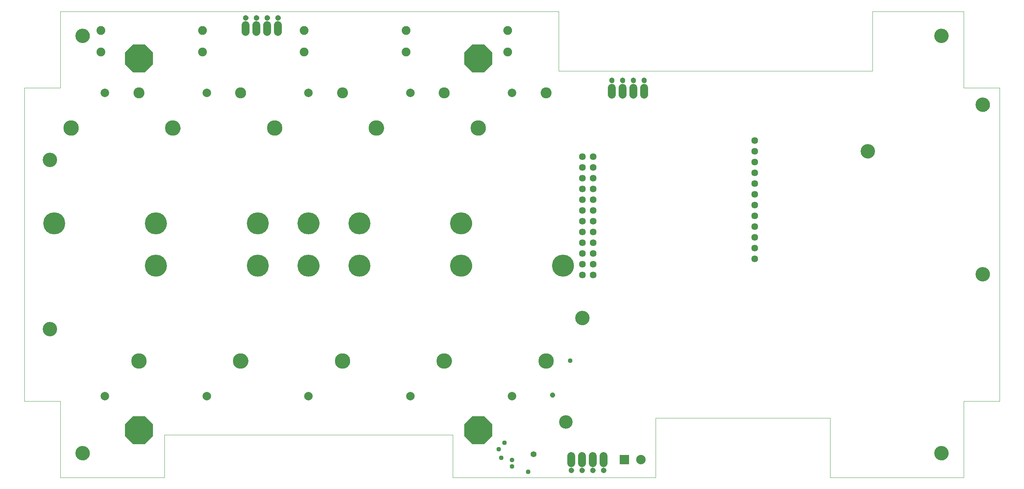
<source format=gbs>
G75*
%MOIN*%
%OFA0B0*%
%FSLAX25Y25*%
%IPPOS*%
%LPD*%
%AMOC8*
5,1,8,0,0,1.08239X$1,22.5*
%
%ADD10C,0.00000*%
%ADD11C,0.13398*%
%ADD12C,0.20485*%
%ADD13C,0.07887*%
%ADD14C,0.14383*%
%ADD15C,0.10249*%
%ADD16C,0.06343*%
%ADD17C,0.08200*%
%ADD18R,0.08800X0.08800*%
%ADD19C,0.08800*%
%ADD20C,0.07296*%
%ADD21C,0.05131*%
%ADD22C,0.04369*%
%ADD23OC8,0.26200*%
%ADD24OC8,0.04369*%
%ADD25C,0.05550*%
%ADD26C,0.12611*%
D10*
X0036965Y0006131D02*
X0036965Y0076997D01*
X0003500Y0076997D01*
X0003500Y0368336D01*
X0036965Y0368336D01*
X0036965Y0439202D01*
X0499563Y0439202D01*
X0499563Y0384084D01*
X0790902Y0384084D01*
X0790902Y0439202D01*
X0875547Y0439202D01*
X0875547Y0368336D01*
X0909012Y0368336D01*
X0909012Y0076997D01*
X0875547Y0076997D01*
X0875547Y0006131D01*
X0751531Y0006131D01*
X0751531Y0061249D01*
X0589563Y0061249D01*
X0589563Y0006131D01*
X0401138Y0006131D01*
X0401138Y0045501D01*
X0133421Y0045501D01*
X0133421Y0006131D01*
X0036965Y0006131D01*
X0051335Y0028572D02*
X0051337Y0028730D01*
X0051343Y0028888D01*
X0051353Y0029046D01*
X0051367Y0029204D01*
X0051385Y0029361D01*
X0051406Y0029518D01*
X0051432Y0029674D01*
X0051462Y0029830D01*
X0051495Y0029985D01*
X0051533Y0030138D01*
X0051574Y0030291D01*
X0051619Y0030443D01*
X0051668Y0030594D01*
X0051721Y0030743D01*
X0051777Y0030891D01*
X0051837Y0031037D01*
X0051901Y0031182D01*
X0051969Y0031325D01*
X0052040Y0031467D01*
X0052114Y0031607D01*
X0052192Y0031744D01*
X0052274Y0031880D01*
X0052358Y0032014D01*
X0052447Y0032145D01*
X0052538Y0032274D01*
X0052633Y0032401D01*
X0052730Y0032526D01*
X0052831Y0032648D01*
X0052935Y0032767D01*
X0053042Y0032884D01*
X0053152Y0032998D01*
X0053265Y0033109D01*
X0053380Y0033218D01*
X0053498Y0033323D01*
X0053619Y0033425D01*
X0053742Y0033525D01*
X0053868Y0033621D01*
X0053996Y0033714D01*
X0054126Y0033804D01*
X0054259Y0033890D01*
X0054394Y0033974D01*
X0054530Y0034053D01*
X0054669Y0034130D01*
X0054810Y0034202D01*
X0054952Y0034272D01*
X0055096Y0034337D01*
X0055242Y0034399D01*
X0055389Y0034457D01*
X0055538Y0034512D01*
X0055688Y0034563D01*
X0055839Y0034610D01*
X0055991Y0034653D01*
X0056144Y0034692D01*
X0056299Y0034728D01*
X0056454Y0034759D01*
X0056610Y0034787D01*
X0056766Y0034811D01*
X0056923Y0034831D01*
X0057081Y0034847D01*
X0057238Y0034859D01*
X0057397Y0034867D01*
X0057555Y0034871D01*
X0057713Y0034871D01*
X0057871Y0034867D01*
X0058030Y0034859D01*
X0058187Y0034847D01*
X0058345Y0034831D01*
X0058502Y0034811D01*
X0058658Y0034787D01*
X0058814Y0034759D01*
X0058969Y0034728D01*
X0059124Y0034692D01*
X0059277Y0034653D01*
X0059429Y0034610D01*
X0059580Y0034563D01*
X0059730Y0034512D01*
X0059879Y0034457D01*
X0060026Y0034399D01*
X0060172Y0034337D01*
X0060316Y0034272D01*
X0060458Y0034202D01*
X0060599Y0034130D01*
X0060738Y0034053D01*
X0060874Y0033974D01*
X0061009Y0033890D01*
X0061142Y0033804D01*
X0061272Y0033714D01*
X0061400Y0033621D01*
X0061526Y0033525D01*
X0061649Y0033425D01*
X0061770Y0033323D01*
X0061888Y0033218D01*
X0062003Y0033109D01*
X0062116Y0032998D01*
X0062226Y0032884D01*
X0062333Y0032767D01*
X0062437Y0032648D01*
X0062538Y0032526D01*
X0062635Y0032401D01*
X0062730Y0032274D01*
X0062821Y0032145D01*
X0062910Y0032014D01*
X0062994Y0031880D01*
X0063076Y0031744D01*
X0063154Y0031607D01*
X0063228Y0031467D01*
X0063299Y0031325D01*
X0063367Y0031182D01*
X0063431Y0031037D01*
X0063491Y0030891D01*
X0063547Y0030743D01*
X0063600Y0030594D01*
X0063649Y0030443D01*
X0063694Y0030291D01*
X0063735Y0030138D01*
X0063773Y0029985D01*
X0063806Y0029830D01*
X0063836Y0029674D01*
X0063862Y0029518D01*
X0063883Y0029361D01*
X0063901Y0029204D01*
X0063915Y0029046D01*
X0063925Y0028888D01*
X0063931Y0028730D01*
X0063933Y0028572D01*
X0063931Y0028414D01*
X0063925Y0028256D01*
X0063915Y0028098D01*
X0063901Y0027940D01*
X0063883Y0027783D01*
X0063862Y0027626D01*
X0063836Y0027470D01*
X0063806Y0027314D01*
X0063773Y0027159D01*
X0063735Y0027006D01*
X0063694Y0026853D01*
X0063649Y0026701D01*
X0063600Y0026550D01*
X0063547Y0026401D01*
X0063491Y0026253D01*
X0063431Y0026107D01*
X0063367Y0025962D01*
X0063299Y0025819D01*
X0063228Y0025677D01*
X0063154Y0025537D01*
X0063076Y0025400D01*
X0062994Y0025264D01*
X0062910Y0025130D01*
X0062821Y0024999D01*
X0062730Y0024870D01*
X0062635Y0024743D01*
X0062538Y0024618D01*
X0062437Y0024496D01*
X0062333Y0024377D01*
X0062226Y0024260D01*
X0062116Y0024146D01*
X0062003Y0024035D01*
X0061888Y0023926D01*
X0061770Y0023821D01*
X0061649Y0023719D01*
X0061526Y0023619D01*
X0061400Y0023523D01*
X0061272Y0023430D01*
X0061142Y0023340D01*
X0061009Y0023254D01*
X0060874Y0023170D01*
X0060738Y0023091D01*
X0060599Y0023014D01*
X0060458Y0022942D01*
X0060316Y0022872D01*
X0060172Y0022807D01*
X0060026Y0022745D01*
X0059879Y0022687D01*
X0059730Y0022632D01*
X0059580Y0022581D01*
X0059429Y0022534D01*
X0059277Y0022491D01*
X0059124Y0022452D01*
X0058969Y0022416D01*
X0058814Y0022385D01*
X0058658Y0022357D01*
X0058502Y0022333D01*
X0058345Y0022313D01*
X0058187Y0022297D01*
X0058030Y0022285D01*
X0057871Y0022277D01*
X0057713Y0022273D01*
X0057555Y0022273D01*
X0057397Y0022277D01*
X0057238Y0022285D01*
X0057081Y0022297D01*
X0056923Y0022313D01*
X0056766Y0022333D01*
X0056610Y0022357D01*
X0056454Y0022385D01*
X0056299Y0022416D01*
X0056144Y0022452D01*
X0055991Y0022491D01*
X0055839Y0022534D01*
X0055688Y0022581D01*
X0055538Y0022632D01*
X0055389Y0022687D01*
X0055242Y0022745D01*
X0055096Y0022807D01*
X0054952Y0022872D01*
X0054810Y0022942D01*
X0054669Y0023014D01*
X0054530Y0023091D01*
X0054394Y0023170D01*
X0054259Y0023254D01*
X0054126Y0023340D01*
X0053996Y0023430D01*
X0053868Y0023523D01*
X0053742Y0023619D01*
X0053619Y0023719D01*
X0053498Y0023821D01*
X0053380Y0023926D01*
X0053265Y0024035D01*
X0053152Y0024146D01*
X0053042Y0024260D01*
X0052935Y0024377D01*
X0052831Y0024496D01*
X0052730Y0024618D01*
X0052633Y0024743D01*
X0052538Y0024870D01*
X0052447Y0024999D01*
X0052358Y0025130D01*
X0052274Y0025264D01*
X0052192Y0025400D01*
X0052114Y0025537D01*
X0052040Y0025677D01*
X0051969Y0025819D01*
X0051901Y0025962D01*
X0051837Y0026107D01*
X0051777Y0026253D01*
X0051721Y0026401D01*
X0051668Y0026550D01*
X0051619Y0026701D01*
X0051574Y0026853D01*
X0051533Y0027006D01*
X0051495Y0027159D01*
X0051462Y0027314D01*
X0051432Y0027470D01*
X0051406Y0027626D01*
X0051385Y0027783D01*
X0051367Y0027940D01*
X0051353Y0028098D01*
X0051343Y0028256D01*
X0051337Y0028414D01*
X0051335Y0028572D01*
X0103008Y0114399D02*
X0103010Y0114566D01*
X0103016Y0114732D01*
X0103026Y0114899D01*
X0103041Y0115065D01*
X0103059Y0115230D01*
X0103082Y0115395D01*
X0103108Y0115560D01*
X0103138Y0115724D01*
X0103173Y0115887D01*
X0103212Y0116049D01*
X0103254Y0116210D01*
X0103300Y0116370D01*
X0103351Y0116529D01*
X0103405Y0116687D01*
X0103463Y0116843D01*
X0103525Y0116998D01*
X0103591Y0117151D01*
X0103660Y0117303D01*
X0103733Y0117452D01*
X0103810Y0117600D01*
X0103890Y0117746D01*
X0103974Y0117890D01*
X0104062Y0118032D01*
X0104152Y0118172D01*
X0104247Y0118309D01*
X0104344Y0118444D01*
X0104445Y0118577D01*
X0104549Y0118707D01*
X0104657Y0118835D01*
X0104767Y0118960D01*
X0104881Y0119082D01*
X0104997Y0119201D01*
X0105116Y0119317D01*
X0105238Y0119431D01*
X0105363Y0119541D01*
X0105491Y0119649D01*
X0105621Y0119753D01*
X0105754Y0119854D01*
X0105889Y0119951D01*
X0106026Y0120046D01*
X0106166Y0120136D01*
X0106308Y0120224D01*
X0106452Y0120308D01*
X0106598Y0120388D01*
X0106746Y0120465D01*
X0106895Y0120538D01*
X0107047Y0120607D01*
X0107200Y0120673D01*
X0107355Y0120735D01*
X0107511Y0120793D01*
X0107669Y0120847D01*
X0107828Y0120898D01*
X0107988Y0120944D01*
X0108149Y0120986D01*
X0108311Y0121025D01*
X0108474Y0121060D01*
X0108638Y0121090D01*
X0108803Y0121116D01*
X0108968Y0121139D01*
X0109133Y0121157D01*
X0109299Y0121172D01*
X0109466Y0121182D01*
X0109632Y0121188D01*
X0109799Y0121190D01*
X0109966Y0121188D01*
X0110132Y0121182D01*
X0110299Y0121172D01*
X0110465Y0121157D01*
X0110630Y0121139D01*
X0110795Y0121116D01*
X0110960Y0121090D01*
X0111124Y0121060D01*
X0111287Y0121025D01*
X0111449Y0120986D01*
X0111610Y0120944D01*
X0111770Y0120898D01*
X0111929Y0120847D01*
X0112087Y0120793D01*
X0112243Y0120735D01*
X0112398Y0120673D01*
X0112551Y0120607D01*
X0112703Y0120538D01*
X0112852Y0120465D01*
X0113000Y0120388D01*
X0113146Y0120308D01*
X0113290Y0120224D01*
X0113432Y0120136D01*
X0113572Y0120046D01*
X0113709Y0119951D01*
X0113844Y0119854D01*
X0113977Y0119753D01*
X0114107Y0119649D01*
X0114235Y0119541D01*
X0114360Y0119431D01*
X0114482Y0119317D01*
X0114601Y0119201D01*
X0114717Y0119082D01*
X0114831Y0118960D01*
X0114941Y0118835D01*
X0115049Y0118707D01*
X0115153Y0118577D01*
X0115254Y0118444D01*
X0115351Y0118309D01*
X0115446Y0118172D01*
X0115536Y0118032D01*
X0115624Y0117890D01*
X0115708Y0117746D01*
X0115788Y0117600D01*
X0115865Y0117452D01*
X0115938Y0117303D01*
X0116007Y0117151D01*
X0116073Y0116998D01*
X0116135Y0116843D01*
X0116193Y0116687D01*
X0116247Y0116529D01*
X0116298Y0116370D01*
X0116344Y0116210D01*
X0116386Y0116049D01*
X0116425Y0115887D01*
X0116460Y0115724D01*
X0116490Y0115560D01*
X0116516Y0115395D01*
X0116539Y0115230D01*
X0116557Y0115065D01*
X0116572Y0114899D01*
X0116582Y0114732D01*
X0116588Y0114566D01*
X0116590Y0114399D01*
X0116588Y0114232D01*
X0116582Y0114066D01*
X0116572Y0113899D01*
X0116557Y0113733D01*
X0116539Y0113568D01*
X0116516Y0113403D01*
X0116490Y0113238D01*
X0116460Y0113074D01*
X0116425Y0112911D01*
X0116386Y0112749D01*
X0116344Y0112588D01*
X0116298Y0112428D01*
X0116247Y0112269D01*
X0116193Y0112111D01*
X0116135Y0111955D01*
X0116073Y0111800D01*
X0116007Y0111647D01*
X0115938Y0111495D01*
X0115865Y0111346D01*
X0115788Y0111198D01*
X0115708Y0111052D01*
X0115624Y0110908D01*
X0115536Y0110766D01*
X0115446Y0110626D01*
X0115351Y0110489D01*
X0115254Y0110354D01*
X0115153Y0110221D01*
X0115049Y0110091D01*
X0114941Y0109963D01*
X0114831Y0109838D01*
X0114717Y0109716D01*
X0114601Y0109597D01*
X0114482Y0109481D01*
X0114360Y0109367D01*
X0114235Y0109257D01*
X0114107Y0109149D01*
X0113977Y0109045D01*
X0113844Y0108944D01*
X0113709Y0108847D01*
X0113572Y0108752D01*
X0113432Y0108662D01*
X0113290Y0108574D01*
X0113146Y0108490D01*
X0113000Y0108410D01*
X0112852Y0108333D01*
X0112703Y0108260D01*
X0112551Y0108191D01*
X0112398Y0108125D01*
X0112243Y0108063D01*
X0112087Y0108005D01*
X0111929Y0107951D01*
X0111770Y0107900D01*
X0111610Y0107854D01*
X0111449Y0107812D01*
X0111287Y0107773D01*
X0111124Y0107738D01*
X0110960Y0107708D01*
X0110795Y0107682D01*
X0110630Y0107659D01*
X0110465Y0107641D01*
X0110299Y0107626D01*
X0110132Y0107616D01*
X0109966Y0107610D01*
X0109799Y0107608D01*
X0109632Y0107610D01*
X0109466Y0107616D01*
X0109299Y0107626D01*
X0109133Y0107641D01*
X0108968Y0107659D01*
X0108803Y0107682D01*
X0108638Y0107708D01*
X0108474Y0107738D01*
X0108311Y0107773D01*
X0108149Y0107812D01*
X0107988Y0107854D01*
X0107828Y0107900D01*
X0107669Y0107951D01*
X0107511Y0108005D01*
X0107355Y0108063D01*
X0107200Y0108125D01*
X0107047Y0108191D01*
X0106895Y0108260D01*
X0106746Y0108333D01*
X0106598Y0108410D01*
X0106452Y0108490D01*
X0106308Y0108574D01*
X0106166Y0108662D01*
X0106026Y0108752D01*
X0105889Y0108847D01*
X0105754Y0108944D01*
X0105621Y0109045D01*
X0105491Y0109149D01*
X0105363Y0109257D01*
X0105238Y0109367D01*
X0105116Y0109481D01*
X0104997Y0109597D01*
X0104881Y0109716D01*
X0104767Y0109838D01*
X0104657Y0109963D01*
X0104549Y0110091D01*
X0104445Y0110221D01*
X0104344Y0110354D01*
X0104247Y0110489D01*
X0104152Y0110626D01*
X0104062Y0110766D01*
X0103974Y0110908D01*
X0103890Y0111052D01*
X0103810Y0111198D01*
X0103733Y0111346D01*
X0103660Y0111495D01*
X0103591Y0111647D01*
X0103525Y0111800D01*
X0103463Y0111955D01*
X0103405Y0112111D01*
X0103351Y0112269D01*
X0103300Y0112428D01*
X0103254Y0112588D01*
X0103212Y0112749D01*
X0103173Y0112911D01*
X0103138Y0113074D01*
X0103108Y0113238D01*
X0103082Y0113403D01*
X0103059Y0113568D01*
X0103041Y0113733D01*
X0103026Y0113899D01*
X0103016Y0114066D01*
X0103010Y0114232D01*
X0103008Y0114399D01*
X0020823Y0143927D02*
X0020825Y0144085D01*
X0020831Y0144243D01*
X0020841Y0144401D01*
X0020855Y0144559D01*
X0020873Y0144716D01*
X0020894Y0144873D01*
X0020920Y0145029D01*
X0020950Y0145185D01*
X0020983Y0145340D01*
X0021021Y0145493D01*
X0021062Y0145646D01*
X0021107Y0145798D01*
X0021156Y0145949D01*
X0021209Y0146098D01*
X0021265Y0146246D01*
X0021325Y0146392D01*
X0021389Y0146537D01*
X0021457Y0146680D01*
X0021528Y0146822D01*
X0021602Y0146962D01*
X0021680Y0147099D01*
X0021762Y0147235D01*
X0021846Y0147369D01*
X0021935Y0147500D01*
X0022026Y0147629D01*
X0022121Y0147756D01*
X0022218Y0147881D01*
X0022319Y0148003D01*
X0022423Y0148122D01*
X0022530Y0148239D01*
X0022640Y0148353D01*
X0022753Y0148464D01*
X0022868Y0148573D01*
X0022986Y0148678D01*
X0023107Y0148780D01*
X0023230Y0148880D01*
X0023356Y0148976D01*
X0023484Y0149069D01*
X0023614Y0149159D01*
X0023747Y0149245D01*
X0023882Y0149329D01*
X0024018Y0149408D01*
X0024157Y0149485D01*
X0024298Y0149557D01*
X0024440Y0149627D01*
X0024584Y0149692D01*
X0024730Y0149754D01*
X0024877Y0149812D01*
X0025026Y0149867D01*
X0025176Y0149918D01*
X0025327Y0149965D01*
X0025479Y0150008D01*
X0025632Y0150047D01*
X0025787Y0150083D01*
X0025942Y0150114D01*
X0026098Y0150142D01*
X0026254Y0150166D01*
X0026411Y0150186D01*
X0026569Y0150202D01*
X0026726Y0150214D01*
X0026885Y0150222D01*
X0027043Y0150226D01*
X0027201Y0150226D01*
X0027359Y0150222D01*
X0027518Y0150214D01*
X0027675Y0150202D01*
X0027833Y0150186D01*
X0027990Y0150166D01*
X0028146Y0150142D01*
X0028302Y0150114D01*
X0028457Y0150083D01*
X0028612Y0150047D01*
X0028765Y0150008D01*
X0028917Y0149965D01*
X0029068Y0149918D01*
X0029218Y0149867D01*
X0029367Y0149812D01*
X0029514Y0149754D01*
X0029660Y0149692D01*
X0029804Y0149627D01*
X0029946Y0149557D01*
X0030087Y0149485D01*
X0030226Y0149408D01*
X0030362Y0149329D01*
X0030497Y0149245D01*
X0030630Y0149159D01*
X0030760Y0149069D01*
X0030888Y0148976D01*
X0031014Y0148880D01*
X0031137Y0148780D01*
X0031258Y0148678D01*
X0031376Y0148573D01*
X0031491Y0148464D01*
X0031604Y0148353D01*
X0031714Y0148239D01*
X0031821Y0148122D01*
X0031925Y0148003D01*
X0032026Y0147881D01*
X0032123Y0147756D01*
X0032218Y0147629D01*
X0032309Y0147500D01*
X0032398Y0147369D01*
X0032482Y0147235D01*
X0032564Y0147099D01*
X0032642Y0146962D01*
X0032716Y0146822D01*
X0032787Y0146680D01*
X0032855Y0146537D01*
X0032919Y0146392D01*
X0032979Y0146246D01*
X0033035Y0146098D01*
X0033088Y0145949D01*
X0033137Y0145798D01*
X0033182Y0145646D01*
X0033223Y0145493D01*
X0033261Y0145340D01*
X0033294Y0145185D01*
X0033324Y0145029D01*
X0033350Y0144873D01*
X0033371Y0144716D01*
X0033389Y0144559D01*
X0033403Y0144401D01*
X0033413Y0144243D01*
X0033419Y0144085D01*
X0033421Y0143927D01*
X0033419Y0143769D01*
X0033413Y0143611D01*
X0033403Y0143453D01*
X0033389Y0143295D01*
X0033371Y0143138D01*
X0033350Y0142981D01*
X0033324Y0142825D01*
X0033294Y0142669D01*
X0033261Y0142514D01*
X0033223Y0142361D01*
X0033182Y0142208D01*
X0033137Y0142056D01*
X0033088Y0141905D01*
X0033035Y0141756D01*
X0032979Y0141608D01*
X0032919Y0141462D01*
X0032855Y0141317D01*
X0032787Y0141174D01*
X0032716Y0141032D01*
X0032642Y0140892D01*
X0032564Y0140755D01*
X0032482Y0140619D01*
X0032398Y0140485D01*
X0032309Y0140354D01*
X0032218Y0140225D01*
X0032123Y0140098D01*
X0032026Y0139973D01*
X0031925Y0139851D01*
X0031821Y0139732D01*
X0031714Y0139615D01*
X0031604Y0139501D01*
X0031491Y0139390D01*
X0031376Y0139281D01*
X0031258Y0139176D01*
X0031137Y0139074D01*
X0031014Y0138974D01*
X0030888Y0138878D01*
X0030760Y0138785D01*
X0030630Y0138695D01*
X0030497Y0138609D01*
X0030362Y0138525D01*
X0030226Y0138446D01*
X0030087Y0138369D01*
X0029946Y0138297D01*
X0029804Y0138227D01*
X0029660Y0138162D01*
X0029514Y0138100D01*
X0029367Y0138042D01*
X0029218Y0137987D01*
X0029068Y0137936D01*
X0028917Y0137889D01*
X0028765Y0137846D01*
X0028612Y0137807D01*
X0028457Y0137771D01*
X0028302Y0137740D01*
X0028146Y0137712D01*
X0027990Y0137688D01*
X0027833Y0137668D01*
X0027675Y0137652D01*
X0027518Y0137640D01*
X0027359Y0137632D01*
X0027201Y0137628D01*
X0027043Y0137628D01*
X0026885Y0137632D01*
X0026726Y0137640D01*
X0026569Y0137652D01*
X0026411Y0137668D01*
X0026254Y0137688D01*
X0026098Y0137712D01*
X0025942Y0137740D01*
X0025787Y0137771D01*
X0025632Y0137807D01*
X0025479Y0137846D01*
X0025327Y0137889D01*
X0025176Y0137936D01*
X0025026Y0137987D01*
X0024877Y0138042D01*
X0024730Y0138100D01*
X0024584Y0138162D01*
X0024440Y0138227D01*
X0024298Y0138297D01*
X0024157Y0138369D01*
X0024018Y0138446D01*
X0023882Y0138525D01*
X0023747Y0138609D01*
X0023614Y0138695D01*
X0023484Y0138785D01*
X0023356Y0138878D01*
X0023230Y0138974D01*
X0023107Y0139074D01*
X0022986Y0139176D01*
X0022868Y0139281D01*
X0022753Y0139390D01*
X0022640Y0139501D01*
X0022530Y0139615D01*
X0022423Y0139732D01*
X0022319Y0139851D01*
X0022218Y0139973D01*
X0022121Y0140098D01*
X0022026Y0140225D01*
X0021935Y0140354D01*
X0021846Y0140485D01*
X0021762Y0140619D01*
X0021680Y0140755D01*
X0021602Y0140892D01*
X0021528Y0141032D01*
X0021457Y0141174D01*
X0021389Y0141317D01*
X0021325Y0141462D01*
X0021265Y0141608D01*
X0021209Y0141756D01*
X0021156Y0141905D01*
X0021107Y0142056D01*
X0021062Y0142208D01*
X0021021Y0142361D01*
X0020983Y0142514D01*
X0020950Y0142669D01*
X0020920Y0142825D01*
X0020894Y0142981D01*
X0020873Y0143138D01*
X0020855Y0143295D01*
X0020841Y0143453D01*
X0020831Y0143611D01*
X0020825Y0143769D01*
X0020823Y0143927D01*
X0115704Y0202982D02*
X0115707Y0203224D01*
X0115716Y0203465D01*
X0115731Y0203706D01*
X0115751Y0203947D01*
X0115778Y0204187D01*
X0115811Y0204426D01*
X0115849Y0204665D01*
X0115893Y0204902D01*
X0115943Y0205139D01*
X0115999Y0205374D01*
X0116061Y0205607D01*
X0116128Y0205839D01*
X0116201Y0206070D01*
X0116279Y0206298D01*
X0116364Y0206524D01*
X0116453Y0206749D01*
X0116548Y0206971D01*
X0116649Y0207190D01*
X0116755Y0207408D01*
X0116866Y0207622D01*
X0116983Y0207834D01*
X0117104Y0208042D01*
X0117231Y0208248D01*
X0117363Y0208450D01*
X0117500Y0208650D01*
X0117641Y0208845D01*
X0117787Y0209038D01*
X0117938Y0209226D01*
X0118094Y0209411D01*
X0118254Y0209592D01*
X0118418Y0209769D01*
X0118587Y0209942D01*
X0118760Y0210111D01*
X0118937Y0210275D01*
X0119118Y0210435D01*
X0119303Y0210591D01*
X0119491Y0210742D01*
X0119684Y0210888D01*
X0119879Y0211029D01*
X0120079Y0211166D01*
X0120281Y0211298D01*
X0120487Y0211425D01*
X0120695Y0211546D01*
X0120907Y0211663D01*
X0121121Y0211774D01*
X0121339Y0211880D01*
X0121558Y0211981D01*
X0121780Y0212076D01*
X0122005Y0212165D01*
X0122231Y0212250D01*
X0122459Y0212328D01*
X0122690Y0212401D01*
X0122922Y0212468D01*
X0123155Y0212530D01*
X0123390Y0212586D01*
X0123627Y0212636D01*
X0123864Y0212680D01*
X0124103Y0212718D01*
X0124342Y0212751D01*
X0124582Y0212778D01*
X0124823Y0212798D01*
X0125064Y0212813D01*
X0125305Y0212822D01*
X0125547Y0212825D01*
X0125789Y0212822D01*
X0126030Y0212813D01*
X0126271Y0212798D01*
X0126512Y0212778D01*
X0126752Y0212751D01*
X0126991Y0212718D01*
X0127230Y0212680D01*
X0127467Y0212636D01*
X0127704Y0212586D01*
X0127939Y0212530D01*
X0128172Y0212468D01*
X0128404Y0212401D01*
X0128635Y0212328D01*
X0128863Y0212250D01*
X0129089Y0212165D01*
X0129314Y0212076D01*
X0129536Y0211981D01*
X0129755Y0211880D01*
X0129973Y0211774D01*
X0130187Y0211663D01*
X0130399Y0211546D01*
X0130607Y0211425D01*
X0130813Y0211298D01*
X0131015Y0211166D01*
X0131215Y0211029D01*
X0131410Y0210888D01*
X0131603Y0210742D01*
X0131791Y0210591D01*
X0131976Y0210435D01*
X0132157Y0210275D01*
X0132334Y0210111D01*
X0132507Y0209942D01*
X0132676Y0209769D01*
X0132840Y0209592D01*
X0133000Y0209411D01*
X0133156Y0209226D01*
X0133307Y0209038D01*
X0133453Y0208845D01*
X0133594Y0208650D01*
X0133731Y0208450D01*
X0133863Y0208248D01*
X0133990Y0208042D01*
X0134111Y0207834D01*
X0134228Y0207622D01*
X0134339Y0207408D01*
X0134445Y0207190D01*
X0134546Y0206971D01*
X0134641Y0206749D01*
X0134730Y0206524D01*
X0134815Y0206298D01*
X0134893Y0206070D01*
X0134966Y0205839D01*
X0135033Y0205607D01*
X0135095Y0205374D01*
X0135151Y0205139D01*
X0135201Y0204902D01*
X0135245Y0204665D01*
X0135283Y0204426D01*
X0135316Y0204187D01*
X0135343Y0203947D01*
X0135363Y0203706D01*
X0135378Y0203465D01*
X0135387Y0203224D01*
X0135390Y0202982D01*
X0135387Y0202740D01*
X0135378Y0202499D01*
X0135363Y0202258D01*
X0135343Y0202017D01*
X0135316Y0201777D01*
X0135283Y0201538D01*
X0135245Y0201299D01*
X0135201Y0201062D01*
X0135151Y0200825D01*
X0135095Y0200590D01*
X0135033Y0200357D01*
X0134966Y0200125D01*
X0134893Y0199894D01*
X0134815Y0199666D01*
X0134730Y0199440D01*
X0134641Y0199215D01*
X0134546Y0198993D01*
X0134445Y0198774D01*
X0134339Y0198556D01*
X0134228Y0198342D01*
X0134111Y0198130D01*
X0133990Y0197922D01*
X0133863Y0197716D01*
X0133731Y0197514D01*
X0133594Y0197314D01*
X0133453Y0197119D01*
X0133307Y0196926D01*
X0133156Y0196738D01*
X0133000Y0196553D01*
X0132840Y0196372D01*
X0132676Y0196195D01*
X0132507Y0196022D01*
X0132334Y0195853D01*
X0132157Y0195689D01*
X0131976Y0195529D01*
X0131791Y0195373D01*
X0131603Y0195222D01*
X0131410Y0195076D01*
X0131215Y0194935D01*
X0131015Y0194798D01*
X0130813Y0194666D01*
X0130607Y0194539D01*
X0130399Y0194418D01*
X0130187Y0194301D01*
X0129973Y0194190D01*
X0129755Y0194084D01*
X0129536Y0193983D01*
X0129314Y0193888D01*
X0129089Y0193799D01*
X0128863Y0193714D01*
X0128635Y0193636D01*
X0128404Y0193563D01*
X0128172Y0193496D01*
X0127939Y0193434D01*
X0127704Y0193378D01*
X0127467Y0193328D01*
X0127230Y0193284D01*
X0126991Y0193246D01*
X0126752Y0193213D01*
X0126512Y0193186D01*
X0126271Y0193166D01*
X0126030Y0193151D01*
X0125789Y0193142D01*
X0125547Y0193139D01*
X0125305Y0193142D01*
X0125064Y0193151D01*
X0124823Y0193166D01*
X0124582Y0193186D01*
X0124342Y0193213D01*
X0124103Y0193246D01*
X0123864Y0193284D01*
X0123627Y0193328D01*
X0123390Y0193378D01*
X0123155Y0193434D01*
X0122922Y0193496D01*
X0122690Y0193563D01*
X0122459Y0193636D01*
X0122231Y0193714D01*
X0122005Y0193799D01*
X0121780Y0193888D01*
X0121558Y0193983D01*
X0121339Y0194084D01*
X0121121Y0194190D01*
X0120907Y0194301D01*
X0120695Y0194418D01*
X0120487Y0194539D01*
X0120281Y0194666D01*
X0120079Y0194798D01*
X0119879Y0194935D01*
X0119684Y0195076D01*
X0119491Y0195222D01*
X0119303Y0195373D01*
X0119118Y0195529D01*
X0118937Y0195689D01*
X0118760Y0195853D01*
X0118587Y0196022D01*
X0118418Y0196195D01*
X0118254Y0196372D01*
X0118094Y0196553D01*
X0117938Y0196738D01*
X0117787Y0196926D01*
X0117641Y0197119D01*
X0117500Y0197314D01*
X0117363Y0197514D01*
X0117231Y0197716D01*
X0117104Y0197922D01*
X0116983Y0198130D01*
X0116866Y0198342D01*
X0116755Y0198556D01*
X0116649Y0198774D01*
X0116548Y0198993D01*
X0116453Y0199215D01*
X0116364Y0199440D01*
X0116279Y0199666D01*
X0116201Y0199894D01*
X0116128Y0200125D01*
X0116061Y0200357D01*
X0115999Y0200590D01*
X0115943Y0200825D01*
X0115893Y0201062D01*
X0115849Y0201299D01*
X0115811Y0201538D01*
X0115778Y0201777D01*
X0115751Y0202017D01*
X0115731Y0202258D01*
X0115716Y0202499D01*
X0115707Y0202740D01*
X0115704Y0202982D01*
X0115704Y0242352D02*
X0115707Y0242594D01*
X0115716Y0242835D01*
X0115731Y0243076D01*
X0115751Y0243317D01*
X0115778Y0243557D01*
X0115811Y0243796D01*
X0115849Y0244035D01*
X0115893Y0244272D01*
X0115943Y0244509D01*
X0115999Y0244744D01*
X0116061Y0244977D01*
X0116128Y0245209D01*
X0116201Y0245440D01*
X0116279Y0245668D01*
X0116364Y0245894D01*
X0116453Y0246119D01*
X0116548Y0246341D01*
X0116649Y0246560D01*
X0116755Y0246778D01*
X0116866Y0246992D01*
X0116983Y0247204D01*
X0117104Y0247412D01*
X0117231Y0247618D01*
X0117363Y0247820D01*
X0117500Y0248020D01*
X0117641Y0248215D01*
X0117787Y0248408D01*
X0117938Y0248596D01*
X0118094Y0248781D01*
X0118254Y0248962D01*
X0118418Y0249139D01*
X0118587Y0249312D01*
X0118760Y0249481D01*
X0118937Y0249645D01*
X0119118Y0249805D01*
X0119303Y0249961D01*
X0119491Y0250112D01*
X0119684Y0250258D01*
X0119879Y0250399D01*
X0120079Y0250536D01*
X0120281Y0250668D01*
X0120487Y0250795D01*
X0120695Y0250916D01*
X0120907Y0251033D01*
X0121121Y0251144D01*
X0121339Y0251250D01*
X0121558Y0251351D01*
X0121780Y0251446D01*
X0122005Y0251535D01*
X0122231Y0251620D01*
X0122459Y0251698D01*
X0122690Y0251771D01*
X0122922Y0251838D01*
X0123155Y0251900D01*
X0123390Y0251956D01*
X0123627Y0252006D01*
X0123864Y0252050D01*
X0124103Y0252088D01*
X0124342Y0252121D01*
X0124582Y0252148D01*
X0124823Y0252168D01*
X0125064Y0252183D01*
X0125305Y0252192D01*
X0125547Y0252195D01*
X0125789Y0252192D01*
X0126030Y0252183D01*
X0126271Y0252168D01*
X0126512Y0252148D01*
X0126752Y0252121D01*
X0126991Y0252088D01*
X0127230Y0252050D01*
X0127467Y0252006D01*
X0127704Y0251956D01*
X0127939Y0251900D01*
X0128172Y0251838D01*
X0128404Y0251771D01*
X0128635Y0251698D01*
X0128863Y0251620D01*
X0129089Y0251535D01*
X0129314Y0251446D01*
X0129536Y0251351D01*
X0129755Y0251250D01*
X0129973Y0251144D01*
X0130187Y0251033D01*
X0130399Y0250916D01*
X0130607Y0250795D01*
X0130813Y0250668D01*
X0131015Y0250536D01*
X0131215Y0250399D01*
X0131410Y0250258D01*
X0131603Y0250112D01*
X0131791Y0249961D01*
X0131976Y0249805D01*
X0132157Y0249645D01*
X0132334Y0249481D01*
X0132507Y0249312D01*
X0132676Y0249139D01*
X0132840Y0248962D01*
X0133000Y0248781D01*
X0133156Y0248596D01*
X0133307Y0248408D01*
X0133453Y0248215D01*
X0133594Y0248020D01*
X0133731Y0247820D01*
X0133863Y0247618D01*
X0133990Y0247412D01*
X0134111Y0247204D01*
X0134228Y0246992D01*
X0134339Y0246778D01*
X0134445Y0246560D01*
X0134546Y0246341D01*
X0134641Y0246119D01*
X0134730Y0245894D01*
X0134815Y0245668D01*
X0134893Y0245440D01*
X0134966Y0245209D01*
X0135033Y0244977D01*
X0135095Y0244744D01*
X0135151Y0244509D01*
X0135201Y0244272D01*
X0135245Y0244035D01*
X0135283Y0243796D01*
X0135316Y0243557D01*
X0135343Y0243317D01*
X0135363Y0243076D01*
X0135378Y0242835D01*
X0135387Y0242594D01*
X0135390Y0242352D01*
X0135387Y0242110D01*
X0135378Y0241869D01*
X0135363Y0241628D01*
X0135343Y0241387D01*
X0135316Y0241147D01*
X0135283Y0240908D01*
X0135245Y0240669D01*
X0135201Y0240432D01*
X0135151Y0240195D01*
X0135095Y0239960D01*
X0135033Y0239727D01*
X0134966Y0239495D01*
X0134893Y0239264D01*
X0134815Y0239036D01*
X0134730Y0238810D01*
X0134641Y0238585D01*
X0134546Y0238363D01*
X0134445Y0238144D01*
X0134339Y0237926D01*
X0134228Y0237712D01*
X0134111Y0237500D01*
X0133990Y0237292D01*
X0133863Y0237086D01*
X0133731Y0236884D01*
X0133594Y0236684D01*
X0133453Y0236489D01*
X0133307Y0236296D01*
X0133156Y0236108D01*
X0133000Y0235923D01*
X0132840Y0235742D01*
X0132676Y0235565D01*
X0132507Y0235392D01*
X0132334Y0235223D01*
X0132157Y0235059D01*
X0131976Y0234899D01*
X0131791Y0234743D01*
X0131603Y0234592D01*
X0131410Y0234446D01*
X0131215Y0234305D01*
X0131015Y0234168D01*
X0130813Y0234036D01*
X0130607Y0233909D01*
X0130399Y0233788D01*
X0130187Y0233671D01*
X0129973Y0233560D01*
X0129755Y0233454D01*
X0129536Y0233353D01*
X0129314Y0233258D01*
X0129089Y0233169D01*
X0128863Y0233084D01*
X0128635Y0233006D01*
X0128404Y0232933D01*
X0128172Y0232866D01*
X0127939Y0232804D01*
X0127704Y0232748D01*
X0127467Y0232698D01*
X0127230Y0232654D01*
X0126991Y0232616D01*
X0126752Y0232583D01*
X0126512Y0232556D01*
X0126271Y0232536D01*
X0126030Y0232521D01*
X0125789Y0232512D01*
X0125547Y0232509D01*
X0125305Y0232512D01*
X0125064Y0232521D01*
X0124823Y0232536D01*
X0124582Y0232556D01*
X0124342Y0232583D01*
X0124103Y0232616D01*
X0123864Y0232654D01*
X0123627Y0232698D01*
X0123390Y0232748D01*
X0123155Y0232804D01*
X0122922Y0232866D01*
X0122690Y0232933D01*
X0122459Y0233006D01*
X0122231Y0233084D01*
X0122005Y0233169D01*
X0121780Y0233258D01*
X0121558Y0233353D01*
X0121339Y0233454D01*
X0121121Y0233560D01*
X0120907Y0233671D01*
X0120695Y0233788D01*
X0120487Y0233909D01*
X0120281Y0234036D01*
X0120079Y0234168D01*
X0119879Y0234305D01*
X0119684Y0234446D01*
X0119491Y0234592D01*
X0119303Y0234743D01*
X0119118Y0234899D01*
X0118937Y0235059D01*
X0118760Y0235223D01*
X0118587Y0235392D01*
X0118418Y0235565D01*
X0118254Y0235742D01*
X0118094Y0235923D01*
X0117938Y0236108D01*
X0117787Y0236296D01*
X0117641Y0236489D01*
X0117500Y0236684D01*
X0117363Y0236884D01*
X0117231Y0237086D01*
X0117104Y0237292D01*
X0116983Y0237500D01*
X0116866Y0237712D01*
X0116755Y0237926D01*
X0116649Y0238144D01*
X0116548Y0238363D01*
X0116453Y0238585D01*
X0116364Y0238810D01*
X0116279Y0239036D01*
X0116201Y0239264D01*
X0116128Y0239495D01*
X0116061Y0239727D01*
X0115999Y0239960D01*
X0115943Y0240195D01*
X0115893Y0240432D01*
X0115849Y0240669D01*
X0115811Y0240908D01*
X0115778Y0241147D01*
X0115751Y0241387D01*
X0115731Y0241628D01*
X0115716Y0241869D01*
X0115707Y0242110D01*
X0115704Y0242352D01*
X0021216Y0242352D02*
X0021219Y0242594D01*
X0021228Y0242835D01*
X0021243Y0243076D01*
X0021263Y0243317D01*
X0021290Y0243557D01*
X0021323Y0243796D01*
X0021361Y0244035D01*
X0021405Y0244272D01*
X0021455Y0244509D01*
X0021511Y0244744D01*
X0021573Y0244977D01*
X0021640Y0245209D01*
X0021713Y0245440D01*
X0021791Y0245668D01*
X0021876Y0245894D01*
X0021965Y0246119D01*
X0022060Y0246341D01*
X0022161Y0246560D01*
X0022267Y0246778D01*
X0022378Y0246992D01*
X0022495Y0247204D01*
X0022616Y0247412D01*
X0022743Y0247618D01*
X0022875Y0247820D01*
X0023012Y0248020D01*
X0023153Y0248215D01*
X0023299Y0248408D01*
X0023450Y0248596D01*
X0023606Y0248781D01*
X0023766Y0248962D01*
X0023930Y0249139D01*
X0024099Y0249312D01*
X0024272Y0249481D01*
X0024449Y0249645D01*
X0024630Y0249805D01*
X0024815Y0249961D01*
X0025003Y0250112D01*
X0025196Y0250258D01*
X0025391Y0250399D01*
X0025591Y0250536D01*
X0025793Y0250668D01*
X0025999Y0250795D01*
X0026207Y0250916D01*
X0026419Y0251033D01*
X0026633Y0251144D01*
X0026851Y0251250D01*
X0027070Y0251351D01*
X0027292Y0251446D01*
X0027517Y0251535D01*
X0027743Y0251620D01*
X0027971Y0251698D01*
X0028202Y0251771D01*
X0028434Y0251838D01*
X0028667Y0251900D01*
X0028902Y0251956D01*
X0029139Y0252006D01*
X0029376Y0252050D01*
X0029615Y0252088D01*
X0029854Y0252121D01*
X0030094Y0252148D01*
X0030335Y0252168D01*
X0030576Y0252183D01*
X0030817Y0252192D01*
X0031059Y0252195D01*
X0031301Y0252192D01*
X0031542Y0252183D01*
X0031783Y0252168D01*
X0032024Y0252148D01*
X0032264Y0252121D01*
X0032503Y0252088D01*
X0032742Y0252050D01*
X0032979Y0252006D01*
X0033216Y0251956D01*
X0033451Y0251900D01*
X0033684Y0251838D01*
X0033916Y0251771D01*
X0034147Y0251698D01*
X0034375Y0251620D01*
X0034601Y0251535D01*
X0034826Y0251446D01*
X0035048Y0251351D01*
X0035267Y0251250D01*
X0035485Y0251144D01*
X0035699Y0251033D01*
X0035911Y0250916D01*
X0036119Y0250795D01*
X0036325Y0250668D01*
X0036527Y0250536D01*
X0036727Y0250399D01*
X0036922Y0250258D01*
X0037115Y0250112D01*
X0037303Y0249961D01*
X0037488Y0249805D01*
X0037669Y0249645D01*
X0037846Y0249481D01*
X0038019Y0249312D01*
X0038188Y0249139D01*
X0038352Y0248962D01*
X0038512Y0248781D01*
X0038668Y0248596D01*
X0038819Y0248408D01*
X0038965Y0248215D01*
X0039106Y0248020D01*
X0039243Y0247820D01*
X0039375Y0247618D01*
X0039502Y0247412D01*
X0039623Y0247204D01*
X0039740Y0246992D01*
X0039851Y0246778D01*
X0039957Y0246560D01*
X0040058Y0246341D01*
X0040153Y0246119D01*
X0040242Y0245894D01*
X0040327Y0245668D01*
X0040405Y0245440D01*
X0040478Y0245209D01*
X0040545Y0244977D01*
X0040607Y0244744D01*
X0040663Y0244509D01*
X0040713Y0244272D01*
X0040757Y0244035D01*
X0040795Y0243796D01*
X0040828Y0243557D01*
X0040855Y0243317D01*
X0040875Y0243076D01*
X0040890Y0242835D01*
X0040899Y0242594D01*
X0040902Y0242352D01*
X0040899Y0242110D01*
X0040890Y0241869D01*
X0040875Y0241628D01*
X0040855Y0241387D01*
X0040828Y0241147D01*
X0040795Y0240908D01*
X0040757Y0240669D01*
X0040713Y0240432D01*
X0040663Y0240195D01*
X0040607Y0239960D01*
X0040545Y0239727D01*
X0040478Y0239495D01*
X0040405Y0239264D01*
X0040327Y0239036D01*
X0040242Y0238810D01*
X0040153Y0238585D01*
X0040058Y0238363D01*
X0039957Y0238144D01*
X0039851Y0237926D01*
X0039740Y0237712D01*
X0039623Y0237500D01*
X0039502Y0237292D01*
X0039375Y0237086D01*
X0039243Y0236884D01*
X0039106Y0236684D01*
X0038965Y0236489D01*
X0038819Y0236296D01*
X0038668Y0236108D01*
X0038512Y0235923D01*
X0038352Y0235742D01*
X0038188Y0235565D01*
X0038019Y0235392D01*
X0037846Y0235223D01*
X0037669Y0235059D01*
X0037488Y0234899D01*
X0037303Y0234743D01*
X0037115Y0234592D01*
X0036922Y0234446D01*
X0036727Y0234305D01*
X0036527Y0234168D01*
X0036325Y0234036D01*
X0036119Y0233909D01*
X0035911Y0233788D01*
X0035699Y0233671D01*
X0035485Y0233560D01*
X0035267Y0233454D01*
X0035048Y0233353D01*
X0034826Y0233258D01*
X0034601Y0233169D01*
X0034375Y0233084D01*
X0034147Y0233006D01*
X0033916Y0232933D01*
X0033684Y0232866D01*
X0033451Y0232804D01*
X0033216Y0232748D01*
X0032979Y0232698D01*
X0032742Y0232654D01*
X0032503Y0232616D01*
X0032264Y0232583D01*
X0032024Y0232556D01*
X0031783Y0232536D01*
X0031542Y0232521D01*
X0031301Y0232512D01*
X0031059Y0232509D01*
X0030817Y0232512D01*
X0030576Y0232521D01*
X0030335Y0232536D01*
X0030094Y0232556D01*
X0029854Y0232583D01*
X0029615Y0232616D01*
X0029376Y0232654D01*
X0029139Y0232698D01*
X0028902Y0232748D01*
X0028667Y0232804D01*
X0028434Y0232866D01*
X0028202Y0232933D01*
X0027971Y0233006D01*
X0027743Y0233084D01*
X0027517Y0233169D01*
X0027292Y0233258D01*
X0027070Y0233353D01*
X0026851Y0233454D01*
X0026633Y0233560D01*
X0026419Y0233671D01*
X0026207Y0233788D01*
X0025999Y0233909D01*
X0025793Y0234036D01*
X0025591Y0234168D01*
X0025391Y0234305D01*
X0025196Y0234446D01*
X0025003Y0234592D01*
X0024815Y0234743D01*
X0024630Y0234899D01*
X0024449Y0235059D01*
X0024272Y0235223D01*
X0024099Y0235392D01*
X0023930Y0235565D01*
X0023766Y0235742D01*
X0023606Y0235923D01*
X0023450Y0236108D01*
X0023299Y0236296D01*
X0023153Y0236489D01*
X0023012Y0236684D01*
X0022875Y0236884D01*
X0022743Y0237086D01*
X0022616Y0237292D01*
X0022495Y0237500D01*
X0022378Y0237712D01*
X0022267Y0237926D01*
X0022161Y0238144D01*
X0022060Y0238363D01*
X0021965Y0238585D01*
X0021876Y0238810D01*
X0021791Y0239036D01*
X0021713Y0239264D01*
X0021640Y0239495D01*
X0021573Y0239727D01*
X0021511Y0239960D01*
X0021455Y0240195D01*
X0021405Y0240432D01*
X0021361Y0240669D01*
X0021323Y0240908D01*
X0021290Y0241147D01*
X0021263Y0241387D01*
X0021243Y0241628D01*
X0021228Y0241869D01*
X0021219Y0242110D01*
X0021216Y0242352D01*
X0020823Y0301407D02*
X0020825Y0301565D01*
X0020831Y0301723D01*
X0020841Y0301881D01*
X0020855Y0302039D01*
X0020873Y0302196D01*
X0020894Y0302353D01*
X0020920Y0302509D01*
X0020950Y0302665D01*
X0020983Y0302820D01*
X0021021Y0302973D01*
X0021062Y0303126D01*
X0021107Y0303278D01*
X0021156Y0303429D01*
X0021209Y0303578D01*
X0021265Y0303726D01*
X0021325Y0303872D01*
X0021389Y0304017D01*
X0021457Y0304160D01*
X0021528Y0304302D01*
X0021602Y0304442D01*
X0021680Y0304579D01*
X0021762Y0304715D01*
X0021846Y0304849D01*
X0021935Y0304980D01*
X0022026Y0305109D01*
X0022121Y0305236D01*
X0022218Y0305361D01*
X0022319Y0305483D01*
X0022423Y0305602D01*
X0022530Y0305719D01*
X0022640Y0305833D01*
X0022753Y0305944D01*
X0022868Y0306053D01*
X0022986Y0306158D01*
X0023107Y0306260D01*
X0023230Y0306360D01*
X0023356Y0306456D01*
X0023484Y0306549D01*
X0023614Y0306639D01*
X0023747Y0306725D01*
X0023882Y0306809D01*
X0024018Y0306888D01*
X0024157Y0306965D01*
X0024298Y0307037D01*
X0024440Y0307107D01*
X0024584Y0307172D01*
X0024730Y0307234D01*
X0024877Y0307292D01*
X0025026Y0307347D01*
X0025176Y0307398D01*
X0025327Y0307445D01*
X0025479Y0307488D01*
X0025632Y0307527D01*
X0025787Y0307563D01*
X0025942Y0307594D01*
X0026098Y0307622D01*
X0026254Y0307646D01*
X0026411Y0307666D01*
X0026569Y0307682D01*
X0026726Y0307694D01*
X0026885Y0307702D01*
X0027043Y0307706D01*
X0027201Y0307706D01*
X0027359Y0307702D01*
X0027518Y0307694D01*
X0027675Y0307682D01*
X0027833Y0307666D01*
X0027990Y0307646D01*
X0028146Y0307622D01*
X0028302Y0307594D01*
X0028457Y0307563D01*
X0028612Y0307527D01*
X0028765Y0307488D01*
X0028917Y0307445D01*
X0029068Y0307398D01*
X0029218Y0307347D01*
X0029367Y0307292D01*
X0029514Y0307234D01*
X0029660Y0307172D01*
X0029804Y0307107D01*
X0029946Y0307037D01*
X0030087Y0306965D01*
X0030226Y0306888D01*
X0030362Y0306809D01*
X0030497Y0306725D01*
X0030630Y0306639D01*
X0030760Y0306549D01*
X0030888Y0306456D01*
X0031014Y0306360D01*
X0031137Y0306260D01*
X0031258Y0306158D01*
X0031376Y0306053D01*
X0031491Y0305944D01*
X0031604Y0305833D01*
X0031714Y0305719D01*
X0031821Y0305602D01*
X0031925Y0305483D01*
X0032026Y0305361D01*
X0032123Y0305236D01*
X0032218Y0305109D01*
X0032309Y0304980D01*
X0032398Y0304849D01*
X0032482Y0304715D01*
X0032564Y0304579D01*
X0032642Y0304442D01*
X0032716Y0304302D01*
X0032787Y0304160D01*
X0032855Y0304017D01*
X0032919Y0303872D01*
X0032979Y0303726D01*
X0033035Y0303578D01*
X0033088Y0303429D01*
X0033137Y0303278D01*
X0033182Y0303126D01*
X0033223Y0302973D01*
X0033261Y0302820D01*
X0033294Y0302665D01*
X0033324Y0302509D01*
X0033350Y0302353D01*
X0033371Y0302196D01*
X0033389Y0302039D01*
X0033403Y0301881D01*
X0033413Y0301723D01*
X0033419Y0301565D01*
X0033421Y0301407D01*
X0033419Y0301249D01*
X0033413Y0301091D01*
X0033403Y0300933D01*
X0033389Y0300775D01*
X0033371Y0300618D01*
X0033350Y0300461D01*
X0033324Y0300305D01*
X0033294Y0300149D01*
X0033261Y0299994D01*
X0033223Y0299841D01*
X0033182Y0299688D01*
X0033137Y0299536D01*
X0033088Y0299385D01*
X0033035Y0299236D01*
X0032979Y0299088D01*
X0032919Y0298942D01*
X0032855Y0298797D01*
X0032787Y0298654D01*
X0032716Y0298512D01*
X0032642Y0298372D01*
X0032564Y0298235D01*
X0032482Y0298099D01*
X0032398Y0297965D01*
X0032309Y0297834D01*
X0032218Y0297705D01*
X0032123Y0297578D01*
X0032026Y0297453D01*
X0031925Y0297331D01*
X0031821Y0297212D01*
X0031714Y0297095D01*
X0031604Y0296981D01*
X0031491Y0296870D01*
X0031376Y0296761D01*
X0031258Y0296656D01*
X0031137Y0296554D01*
X0031014Y0296454D01*
X0030888Y0296358D01*
X0030760Y0296265D01*
X0030630Y0296175D01*
X0030497Y0296089D01*
X0030362Y0296005D01*
X0030226Y0295926D01*
X0030087Y0295849D01*
X0029946Y0295777D01*
X0029804Y0295707D01*
X0029660Y0295642D01*
X0029514Y0295580D01*
X0029367Y0295522D01*
X0029218Y0295467D01*
X0029068Y0295416D01*
X0028917Y0295369D01*
X0028765Y0295326D01*
X0028612Y0295287D01*
X0028457Y0295251D01*
X0028302Y0295220D01*
X0028146Y0295192D01*
X0027990Y0295168D01*
X0027833Y0295148D01*
X0027675Y0295132D01*
X0027518Y0295120D01*
X0027359Y0295112D01*
X0027201Y0295108D01*
X0027043Y0295108D01*
X0026885Y0295112D01*
X0026726Y0295120D01*
X0026569Y0295132D01*
X0026411Y0295148D01*
X0026254Y0295168D01*
X0026098Y0295192D01*
X0025942Y0295220D01*
X0025787Y0295251D01*
X0025632Y0295287D01*
X0025479Y0295326D01*
X0025327Y0295369D01*
X0025176Y0295416D01*
X0025026Y0295467D01*
X0024877Y0295522D01*
X0024730Y0295580D01*
X0024584Y0295642D01*
X0024440Y0295707D01*
X0024298Y0295777D01*
X0024157Y0295849D01*
X0024018Y0295926D01*
X0023882Y0296005D01*
X0023747Y0296089D01*
X0023614Y0296175D01*
X0023484Y0296265D01*
X0023356Y0296358D01*
X0023230Y0296454D01*
X0023107Y0296554D01*
X0022986Y0296656D01*
X0022868Y0296761D01*
X0022753Y0296870D01*
X0022640Y0296981D01*
X0022530Y0297095D01*
X0022423Y0297212D01*
X0022319Y0297331D01*
X0022218Y0297453D01*
X0022121Y0297578D01*
X0022026Y0297705D01*
X0021935Y0297834D01*
X0021846Y0297965D01*
X0021762Y0298099D01*
X0021680Y0298235D01*
X0021602Y0298372D01*
X0021528Y0298512D01*
X0021457Y0298654D01*
X0021389Y0298797D01*
X0021325Y0298942D01*
X0021265Y0299088D01*
X0021209Y0299236D01*
X0021156Y0299385D01*
X0021107Y0299536D01*
X0021062Y0299688D01*
X0021021Y0299841D01*
X0020983Y0299994D01*
X0020950Y0300149D01*
X0020920Y0300305D01*
X0020894Y0300461D01*
X0020873Y0300618D01*
X0020855Y0300775D01*
X0020841Y0300933D01*
X0020831Y0301091D01*
X0020825Y0301249D01*
X0020823Y0301407D01*
X0040016Y0330934D02*
X0040018Y0331101D01*
X0040024Y0331267D01*
X0040034Y0331434D01*
X0040049Y0331600D01*
X0040067Y0331765D01*
X0040090Y0331930D01*
X0040116Y0332095D01*
X0040146Y0332259D01*
X0040181Y0332422D01*
X0040220Y0332584D01*
X0040262Y0332745D01*
X0040308Y0332905D01*
X0040359Y0333064D01*
X0040413Y0333222D01*
X0040471Y0333378D01*
X0040533Y0333533D01*
X0040599Y0333686D01*
X0040668Y0333838D01*
X0040741Y0333987D01*
X0040818Y0334135D01*
X0040898Y0334281D01*
X0040982Y0334425D01*
X0041070Y0334567D01*
X0041160Y0334707D01*
X0041255Y0334844D01*
X0041352Y0334979D01*
X0041453Y0335112D01*
X0041557Y0335242D01*
X0041665Y0335370D01*
X0041775Y0335495D01*
X0041889Y0335617D01*
X0042005Y0335736D01*
X0042124Y0335852D01*
X0042246Y0335966D01*
X0042371Y0336076D01*
X0042499Y0336184D01*
X0042629Y0336288D01*
X0042762Y0336389D01*
X0042897Y0336486D01*
X0043034Y0336581D01*
X0043174Y0336671D01*
X0043316Y0336759D01*
X0043460Y0336843D01*
X0043606Y0336923D01*
X0043754Y0337000D01*
X0043903Y0337073D01*
X0044055Y0337142D01*
X0044208Y0337208D01*
X0044363Y0337270D01*
X0044519Y0337328D01*
X0044677Y0337382D01*
X0044836Y0337433D01*
X0044996Y0337479D01*
X0045157Y0337521D01*
X0045319Y0337560D01*
X0045482Y0337595D01*
X0045646Y0337625D01*
X0045811Y0337651D01*
X0045976Y0337674D01*
X0046141Y0337692D01*
X0046307Y0337707D01*
X0046474Y0337717D01*
X0046640Y0337723D01*
X0046807Y0337725D01*
X0046974Y0337723D01*
X0047140Y0337717D01*
X0047307Y0337707D01*
X0047473Y0337692D01*
X0047638Y0337674D01*
X0047803Y0337651D01*
X0047968Y0337625D01*
X0048132Y0337595D01*
X0048295Y0337560D01*
X0048457Y0337521D01*
X0048618Y0337479D01*
X0048778Y0337433D01*
X0048937Y0337382D01*
X0049095Y0337328D01*
X0049251Y0337270D01*
X0049406Y0337208D01*
X0049559Y0337142D01*
X0049711Y0337073D01*
X0049860Y0337000D01*
X0050008Y0336923D01*
X0050154Y0336843D01*
X0050298Y0336759D01*
X0050440Y0336671D01*
X0050580Y0336581D01*
X0050717Y0336486D01*
X0050852Y0336389D01*
X0050985Y0336288D01*
X0051115Y0336184D01*
X0051243Y0336076D01*
X0051368Y0335966D01*
X0051490Y0335852D01*
X0051609Y0335736D01*
X0051725Y0335617D01*
X0051839Y0335495D01*
X0051949Y0335370D01*
X0052057Y0335242D01*
X0052161Y0335112D01*
X0052262Y0334979D01*
X0052359Y0334844D01*
X0052454Y0334707D01*
X0052544Y0334567D01*
X0052632Y0334425D01*
X0052716Y0334281D01*
X0052796Y0334135D01*
X0052873Y0333987D01*
X0052946Y0333838D01*
X0053015Y0333686D01*
X0053081Y0333533D01*
X0053143Y0333378D01*
X0053201Y0333222D01*
X0053255Y0333064D01*
X0053306Y0332905D01*
X0053352Y0332745D01*
X0053394Y0332584D01*
X0053433Y0332422D01*
X0053468Y0332259D01*
X0053498Y0332095D01*
X0053524Y0331930D01*
X0053547Y0331765D01*
X0053565Y0331600D01*
X0053580Y0331434D01*
X0053590Y0331267D01*
X0053596Y0331101D01*
X0053598Y0330934D01*
X0053596Y0330767D01*
X0053590Y0330601D01*
X0053580Y0330434D01*
X0053565Y0330268D01*
X0053547Y0330103D01*
X0053524Y0329938D01*
X0053498Y0329773D01*
X0053468Y0329609D01*
X0053433Y0329446D01*
X0053394Y0329284D01*
X0053352Y0329123D01*
X0053306Y0328963D01*
X0053255Y0328804D01*
X0053201Y0328646D01*
X0053143Y0328490D01*
X0053081Y0328335D01*
X0053015Y0328182D01*
X0052946Y0328030D01*
X0052873Y0327881D01*
X0052796Y0327733D01*
X0052716Y0327587D01*
X0052632Y0327443D01*
X0052544Y0327301D01*
X0052454Y0327161D01*
X0052359Y0327024D01*
X0052262Y0326889D01*
X0052161Y0326756D01*
X0052057Y0326626D01*
X0051949Y0326498D01*
X0051839Y0326373D01*
X0051725Y0326251D01*
X0051609Y0326132D01*
X0051490Y0326016D01*
X0051368Y0325902D01*
X0051243Y0325792D01*
X0051115Y0325684D01*
X0050985Y0325580D01*
X0050852Y0325479D01*
X0050717Y0325382D01*
X0050580Y0325287D01*
X0050440Y0325197D01*
X0050298Y0325109D01*
X0050154Y0325025D01*
X0050008Y0324945D01*
X0049860Y0324868D01*
X0049711Y0324795D01*
X0049559Y0324726D01*
X0049406Y0324660D01*
X0049251Y0324598D01*
X0049095Y0324540D01*
X0048937Y0324486D01*
X0048778Y0324435D01*
X0048618Y0324389D01*
X0048457Y0324347D01*
X0048295Y0324308D01*
X0048132Y0324273D01*
X0047968Y0324243D01*
X0047803Y0324217D01*
X0047638Y0324194D01*
X0047473Y0324176D01*
X0047307Y0324161D01*
X0047140Y0324151D01*
X0046974Y0324145D01*
X0046807Y0324143D01*
X0046640Y0324145D01*
X0046474Y0324151D01*
X0046307Y0324161D01*
X0046141Y0324176D01*
X0045976Y0324194D01*
X0045811Y0324217D01*
X0045646Y0324243D01*
X0045482Y0324273D01*
X0045319Y0324308D01*
X0045157Y0324347D01*
X0044996Y0324389D01*
X0044836Y0324435D01*
X0044677Y0324486D01*
X0044519Y0324540D01*
X0044363Y0324598D01*
X0044208Y0324660D01*
X0044055Y0324726D01*
X0043903Y0324795D01*
X0043754Y0324868D01*
X0043606Y0324945D01*
X0043460Y0325025D01*
X0043316Y0325109D01*
X0043174Y0325197D01*
X0043034Y0325287D01*
X0042897Y0325382D01*
X0042762Y0325479D01*
X0042629Y0325580D01*
X0042499Y0325684D01*
X0042371Y0325792D01*
X0042246Y0325902D01*
X0042124Y0326016D01*
X0042005Y0326132D01*
X0041889Y0326251D01*
X0041775Y0326373D01*
X0041665Y0326498D01*
X0041557Y0326626D01*
X0041453Y0326756D01*
X0041352Y0326889D01*
X0041255Y0327024D01*
X0041160Y0327161D01*
X0041070Y0327301D01*
X0040982Y0327443D01*
X0040898Y0327587D01*
X0040818Y0327733D01*
X0040741Y0327881D01*
X0040668Y0328030D01*
X0040599Y0328182D01*
X0040533Y0328335D01*
X0040471Y0328490D01*
X0040413Y0328646D01*
X0040359Y0328804D01*
X0040308Y0328963D01*
X0040262Y0329123D01*
X0040220Y0329284D01*
X0040181Y0329446D01*
X0040146Y0329609D01*
X0040116Y0329773D01*
X0040090Y0329938D01*
X0040067Y0330103D01*
X0040049Y0330268D01*
X0040034Y0330434D01*
X0040024Y0330601D01*
X0040018Y0330767D01*
X0040016Y0330934D01*
X0105075Y0363690D02*
X0105077Y0363827D01*
X0105083Y0363965D01*
X0105093Y0364102D01*
X0105107Y0364238D01*
X0105125Y0364375D01*
X0105147Y0364510D01*
X0105173Y0364645D01*
X0105202Y0364779D01*
X0105236Y0364913D01*
X0105273Y0365045D01*
X0105315Y0365176D01*
X0105360Y0365306D01*
X0105409Y0365434D01*
X0105461Y0365561D01*
X0105518Y0365686D01*
X0105577Y0365810D01*
X0105641Y0365932D01*
X0105708Y0366052D01*
X0105778Y0366170D01*
X0105852Y0366286D01*
X0105929Y0366400D01*
X0106010Y0366511D01*
X0106093Y0366620D01*
X0106180Y0366727D01*
X0106270Y0366830D01*
X0106363Y0366932D01*
X0106459Y0367030D01*
X0106557Y0367126D01*
X0106659Y0367219D01*
X0106762Y0367309D01*
X0106869Y0367396D01*
X0106978Y0367479D01*
X0107089Y0367560D01*
X0107203Y0367637D01*
X0107319Y0367711D01*
X0107437Y0367781D01*
X0107557Y0367848D01*
X0107679Y0367912D01*
X0107803Y0367971D01*
X0107928Y0368028D01*
X0108055Y0368080D01*
X0108183Y0368129D01*
X0108313Y0368174D01*
X0108444Y0368216D01*
X0108576Y0368253D01*
X0108710Y0368287D01*
X0108844Y0368316D01*
X0108979Y0368342D01*
X0109114Y0368364D01*
X0109251Y0368382D01*
X0109387Y0368396D01*
X0109524Y0368406D01*
X0109662Y0368412D01*
X0109799Y0368414D01*
X0109936Y0368412D01*
X0110074Y0368406D01*
X0110211Y0368396D01*
X0110347Y0368382D01*
X0110484Y0368364D01*
X0110619Y0368342D01*
X0110754Y0368316D01*
X0110888Y0368287D01*
X0111022Y0368253D01*
X0111154Y0368216D01*
X0111285Y0368174D01*
X0111415Y0368129D01*
X0111543Y0368080D01*
X0111670Y0368028D01*
X0111795Y0367971D01*
X0111919Y0367912D01*
X0112041Y0367848D01*
X0112161Y0367781D01*
X0112279Y0367711D01*
X0112395Y0367637D01*
X0112509Y0367560D01*
X0112620Y0367479D01*
X0112729Y0367396D01*
X0112836Y0367309D01*
X0112939Y0367219D01*
X0113041Y0367126D01*
X0113139Y0367030D01*
X0113235Y0366932D01*
X0113328Y0366830D01*
X0113418Y0366727D01*
X0113505Y0366620D01*
X0113588Y0366511D01*
X0113669Y0366400D01*
X0113746Y0366286D01*
X0113820Y0366170D01*
X0113890Y0366052D01*
X0113957Y0365932D01*
X0114021Y0365810D01*
X0114080Y0365686D01*
X0114137Y0365561D01*
X0114189Y0365434D01*
X0114238Y0365306D01*
X0114283Y0365176D01*
X0114325Y0365045D01*
X0114362Y0364913D01*
X0114396Y0364779D01*
X0114425Y0364645D01*
X0114451Y0364510D01*
X0114473Y0364375D01*
X0114491Y0364238D01*
X0114505Y0364102D01*
X0114515Y0363965D01*
X0114521Y0363827D01*
X0114523Y0363690D01*
X0114521Y0363553D01*
X0114515Y0363415D01*
X0114505Y0363278D01*
X0114491Y0363142D01*
X0114473Y0363005D01*
X0114451Y0362870D01*
X0114425Y0362735D01*
X0114396Y0362601D01*
X0114362Y0362467D01*
X0114325Y0362335D01*
X0114283Y0362204D01*
X0114238Y0362074D01*
X0114189Y0361946D01*
X0114137Y0361819D01*
X0114080Y0361694D01*
X0114021Y0361570D01*
X0113957Y0361448D01*
X0113890Y0361328D01*
X0113820Y0361210D01*
X0113746Y0361094D01*
X0113669Y0360980D01*
X0113588Y0360869D01*
X0113505Y0360760D01*
X0113418Y0360653D01*
X0113328Y0360550D01*
X0113235Y0360448D01*
X0113139Y0360350D01*
X0113041Y0360254D01*
X0112939Y0360161D01*
X0112836Y0360071D01*
X0112729Y0359984D01*
X0112620Y0359901D01*
X0112509Y0359820D01*
X0112395Y0359743D01*
X0112279Y0359669D01*
X0112161Y0359599D01*
X0112041Y0359532D01*
X0111919Y0359468D01*
X0111795Y0359409D01*
X0111670Y0359352D01*
X0111543Y0359300D01*
X0111415Y0359251D01*
X0111285Y0359206D01*
X0111154Y0359164D01*
X0111022Y0359127D01*
X0110888Y0359093D01*
X0110754Y0359064D01*
X0110619Y0359038D01*
X0110484Y0359016D01*
X0110347Y0358998D01*
X0110211Y0358984D01*
X0110074Y0358974D01*
X0109936Y0358968D01*
X0109799Y0358966D01*
X0109662Y0358968D01*
X0109524Y0358974D01*
X0109387Y0358984D01*
X0109251Y0358998D01*
X0109114Y0359016D01*
X0108979Y0359038D01*
X0108844Y0359064D01*
X0108710Y0359093D01*
X0108576Y0359127D01*
X0108444Y0359164D01*
X0108313Y0359206D01*
X0108183Y0359251D01*
X0108055Y0359300D01*
X0107928Y0359352D01*
X0107803Y0359409D01*
X0107679Y0359468D01*
X0107557Y0359532D01*
X0107437Y0359599D01*
X0107319Y0359669D01*
X0107203Y0359743D01*
X0107089Y0359820D01*
X0106978Y0359901D01*
X0106869Y0359984D01*
X0106762Y0360071D01*
X0106659Y0360161D01*
X0106557Y0360254D01*
X0106459Y0360350D01*
X0106363Y0360448D01*
X0106270Y0360550D01*
X0106180Y0360653D01*
X0106093Y0360760D01*
X0106010Y0360869D01*
X0105929Y0360980D01*
X0105852Y0361094D01*
X0105778Y0361210D01*
X0105708Y0361328D01*
X0105641Y0361448D01*
X0105577Y0361570D01*
X0105518Y0361694D01*
X0105461Y0361819D01*
X0105409Y0361946D01*
X0105360Y0362074D01*
X0105315Y0362204D01*
X0105273Y0362335D01*
X0105236Y0362467D01*
X0105202Y0362601D01*
X0105173Y0362735D01*
X0105147Y0362870D01*
X0105125Y0363005D01*
X0105107Y0363142D01*
X0105093Y0363278D01*
X0105083Y0363415D01*
X0105077Y0363553D01*
X0105075Y0363690D01*
X0134504Y0330934D02*
X0134506Y0331101D01*
X0134512Y0331267D01*
X0134522Y0331434D01*
X0134537Y0331600D01*
X0134555Y0331765D01*
X0134578Y0331930D01*
X0134604Y0332095D01*
X0134634Y0332259D01*
X0134669Y0332422D01*
X0134708Y0332584D01*
X0134750Y0332745D01*
X0134796Y0332905D01*
X0134847Y0333064D01*
X0134901Y0333222D01*
X0134959Y0333378D01*
X0135021Y0333533D01*
X0135087Y0333686D01*
X0135156Y0333838D01*
X0135229Y0333987D01*
X0135306Y0334135D01*
X0135386Y0334281D01*
X0135470Y0334425D01*
X0135558Y0334567D01*
X0135648Y0334707D01*
X0135743Y0334844D01*
X0135840Y0334979D01*
X0135941Y0335112D01*
X0136045Y0335242D01*
X0136153Y0335370D01*
X0136263Y0335495D01*
X0136377Y0335617D01*
X0136493Y0335736D01*
X0136612Y0335852D01*
X0136734Y0335966D01*
X0136859Y0336076D01*
X0136987Y0336184D01*
X0137117Y0336288D01*
X0137250Y0336389D01*
X0137385Y0336486D01*
X0137522Y0336581D01*
X0137662Y0336671D01*
X0137804Y0336759D01*
X0137948Y0336843D01*
X0138094Y0336923D01*
X0138242Y0337000D01*
X0138391Y0337073D01*
X0138543Y0337142D01*
X0138696Y0337208D01*
X0138851Y0337270D01*
X0139007Y0337328D01*
X0139165Y0337382D01*
X0139324Y0337433D01*
X0139484Y0337479D01*
X0139645Y0337521D01*
X0139807Y0337560D01*
X0139970Y0337595D01*
X0140134Y0337625D01*
X0140299Y0337651D01*
X0140464Y0337674D01*
X0140629Y0337692D01*
X0140795Y0337707D01*
X0140962Y0337717D01*
X0141128Y0337723D01*
X0141295Y0337725D01*
X0141462Y0337723D01*
X0141628Y0337717D01*
X0141795Y0337707D01*
X0141961Y0337692D01*
X0142126Y0337674D01*
X0142291Y0337651D01*
X0142456Y0337625D01*
X0142620Y0337595D01*
X0142783Y0337560D01*
X0142945Y0337521D01*
X0143106Y0337479D01*
X0143266Y0337433D01*
X0143425Y0337382D01*
X0143583Y0337328D01*
X0143739Y0337270D01*
X0143894Y0337208D01*
X0144047Y0337142D01*
X0144199Y0337073D01*
X0144348Y0337000D01*
X0144496Y0336923D01*
X0144642Y0336843D01*
X0144786Y0336759D01*
X0144928Y0336671D01*
X0145068Y0336581D01*
X0145205Y0336486D01*
X0145340Y0336389D01*
X0145473Y0336288D01*
X0145603Y0336184D01*
X0145731Y0336076D01*
X0145856Y0335966D01*
X0145978Y0335852D01*
X0146097Y0335736D01*
X0146213Y0335617D01*
X0146327Y0335495D01*
X0146437Y0335370D01*
X0146545Y0335242D01*
X0146649Y0335112D01*
X0146750Y0334979D01*
X0146847Y0334844D01*
X0146942Y0334707D01*
X0147032Y0334567D01*
X0147120Y0334425D01*
X0147204Y0334281D01*
X0147284Y0334135D01*
X0147361Y0333987D01*
X0147434Y0333838D01*
X0147503Y0333686D01*
X0147569Y0333533D01*
X0147631Y0333378D01*
X0147689Y0333222D01*
X0147743Y0333064D01*
X0147794Y0332905D01*
X0147840Y0332745D01*
X0147882Y0332584D01*
X0147921Y0332422D01*
X0147956Y0332259D01*
X0147986Y0332095D01*
X0148012Y0331930D01*
X0148035Y0331765D01*
X0148053Y0331600D01*
X0148068Y0331434D01*
X0148078Y0331267D01*
X0148084Y0331101D01*
X0148086Y0330934D01*
X0148084Y0330767D01*
X0148078Y0330601D01*
X0148068Y0330434D01*
X0148053Y0330268D01*
X0148035Y0330103D01*
X0148012Y0329938D01*
X0147986Y0329773D01*
X0147956Y0329609D01*
X0147921Y0329446D01*
X0147882Y0329284D01*
X0147840Y0329123D01*
X0147794Y0328963D01*
X0147743Y0328804D01*
X0147689Y0328646D01*
X0147631Y0328490D01*
X0147569Y0328335D01*
X0147503Y0328182D01*
X0147434Y0328030D01*
X0147361Y0327881D01*
X0147284Y0327733D01*
X0147204Y0327587D01*
X0147120Y0327443D01*
X0147032Y0327301D01*
X0146942Y0327161D01*
X0146847Y0327024D01*
X0146750Y0326889D01*
X0146649Y0326756D01*
X0146545Y0326626D01*
X0146437Y0326498D01*
X0146327Y0326373D01*
X0146213Y0326251D01*
X0146097Y0326132D01*
X0145978Y0326016D01*
X0145856Y0325902D01*
X0145731Y0325792D01*
X0145603Y0325684D01*
X0145473Y0325580D01*
X0145340Y0325479D01*
X0145205Y0325382D01*
X0145068Y0325287D01*
X0144928Y0325197D01*
X0144786Y0325109D01*
X0144642Y0325025D01*
X0144496Y0324945D01*
X0144348Y0324868D01*
X0144199Y0324795D01*
X0144047Y0324726D01*
X0143894Y0324660D01*
X0143739Y0324598D01*
X0143583Y0324540D01*
X0143425Y0324486D01*
X0143266Y0324435D01*
X0143106Y0324389D01*
X0142945Y0324347D01*
X0142783Y0324308D01*
X0142620Y0324273D01*
X0142456Y0324243D01*
X0142291Y0324217D01*
X0142126Y0324194D01*
X0141961Y0324176D01*
X0141795Y0324161D01*
X0141628Y0324151D01*
X0141462Y0324145D01*
X0141295Y0324143D01*
X0141128Y0324145D01*
X0140962Y0324151D01*
X0140795Y0324161D01*
X0140629Y0324176D01*
X0140464Y0324194D01*
X0140299Y0324217D01*
X0140134Y0324243D01*
X0139970Y0324273D01*
X0139807Y0324308D01*
X0139645Y0324347D01*
X0139484Y0324389D01*
X0139324Y0324435D01*
X0139165Y0324486D01*
X0139007Y0324540D01*
X0138851Y0324598D01*
X0138696Y0324660D01*
X0138543Y0324726D01*
X0138391Y0324795D01*
X0138242Y0324868D01*
X0138094Y0324945D01*
X0137948Y0325025D01*
X0137804Y0325109D01*
X0137662Y0325197D01*
X0137522Y0325287D01*
X0137385Y0325382D01*
X0137250Y0325479D01*
X0137117Y0325580D01*
X0136987Y0325684D01*
X0136859Y0325792D01*
X0136734Y0325902D01*
X0136612Y0326016D01*
X0136493Y0326132D01*
X0136377Y0326251D01*
X0136263Y0326373D01*
X0136153Y0326498D01*
X0136045Y0326626D01*
X0135941Y0326756D01*
X0135840Y0326889D01*
X0135743Y0327024D01*
X0135648Y0327161D01*
X0135558Y0327301D01*
X0135470Y0327443D01*
X0135386Y0327587D01*
X0135306Y0327733D01*
X0135229Y0327881D01*
X0135156Y0328030D01*
X0135087Y0328182D01*
X0135021Y0328335D01*
X0134959Y0328490D01*
X0134901Y0328646D01*
X0134847Y0328804D01*
X0134796Y0328963D01*
X0134750Y0329123D01*
X0134708Y0329284D01*
X0134669Y0329446D01*
X0134634Y0329609D01*
X0134604Y0329773D01*
X0134578Y0329938D01*
X0134555Y0330103D01*
X0134537Y0330268D01*
X0134522Y0330434D01*
X0134512Y0330601D01*
X0134506Y0330767D01*
X0134504Y0330934D01*
X0199563Y0363690D02*
X0199565Y0363827D01*
X0199571Y0363965D01*
X0199581Y0364102D01*
X0199595Y0364238D01*
X0199613Y0364375D01*
X0199635Y0364510D01*
X0199661Y0364645D01*
X0199690Y0364779D01*
X0199724Y0364913D01*
X0199761Y0365045D01*
X0199803Y0365176D01*
X0199848Y0365306D01*
X0199897Y0365434D01*
X0199949Y0365561D01*
X0200006Y0365686D01*
X0200065Y0365810D01*
X0200129Y0365932D01*
X0200196Y0366052D01*
X0200266Y0366170D01*
X0200340Y0366286D01*
X0200417Y0366400D01*
X0200498Y0366511D01*
X0200581Y0366620D01*
X0200668Y0366727D01*
X0200758Y0366830D01*
X0200851Y0366932D01*
X0200947Y0367030D01*
X0201045Y0367126D01*
X0201147Y0367219D01*
X0201250Y0367309D01*
X0201357Y0367396D01*
X0201466Y0367479D01*
X0201577Y0367560D01*
X0201691Y0367637D01*
X0201807Y0367711D01*
X0201925Y0367781D01*
X0202045Y0367848D01*
X0202167Y0367912D01*
X0202291Y0367971D01*
X0202416Y0368028D01*
X0202543Y0368080D01*
X0202671Y0368129D01*
X0202801Y0368174D01*
X0202932Y0368216D01*
X0203064Y0368253D01*
X0203198Y0368287D01*
X0203332Y0368316D01*
X0203467Y0368342D01*
X0203602Y0368364D01*
X0203739Y0368382D01*
X0203875Y0368396D01*
X0204012Y0368406D01*
X0204150Y0368412D01*
X0204287Y0368414D01*
X0204424Y0368412D01*
X0204562Y0368406D01*
X0204699Y0368396D01*
X0204835Y0368382D01*
X0204972Y0368364D01*
X0205107Y0368342D01*
X0205242Y0368316D01*
X0205376Y0368287D01*
X0205510Y0368253D01*
X0205642Y0368216D01*
X0205773Y0368174D01*
X0205903Y0368129D01*
X0206031Y0368080D01*
X0206158Y0368028D01*
X0206283Y0367971D01*
X0206407Y0367912D01*
X0206529Y0367848D01*
X0206649Y0367781D01*
X0206767Y0367711D01*
X0206883Y0367637D01*
X0206997Y0367560D01*
X0207108Y0367479D01*
X0207217Y0367396D01*
X0207324Y0367309D01*
X0207427Y0367219D01*
X0207529Y0367126D01*
X0207627Y0367030D01*
X0207723Y0366932D01*
X0207816Y0366830D01*
X0207906Y0366727D01*
X0207993Y0366620D01*
X0208076Y0366511D01*
X0208157Y0366400D01*
X0208234Y0366286D01*
X0208308Y0366170D01*
X0208378Y0366052D01*
X0208445Y0365932D01*
X0208509Y0365810D01*
X0208568Y0365686D01*
X0208625Y0365561D01*
X0208677Y0365434D01*
X0208726Y0365306D01*
X0208771Y0365176D01*
X0208813Y0365045D01*
X0208850Y0364913D01*
X0208884Y0364779D01*
X0208913Y0364645D01*
X0208939Y0364510D01*
X0208961Y0364375D01*
X0208979Y0364238D01*
X0208993Y0364102D01*
X0209003Y0363965D01*
X0209009Y0363827D01*
X0209011Y0363690D01*
X0209009Y0363553D01*
X0209003Y0363415D01*
X0208993Y0363278D01*
X0208979Y0363142D01*
X0208961Y0363005D01*
X0208939Y0362870D01*
X0208913Y0362735D01*
X0208884Y0362601D01*
X0208850Y0362467D01*
X0208813Y0362335D01*
X0208771Y0362204D01*
X0208726Y0362074D01*
X0208677Y0361946D01*
X0208625Y0361819D01*
X0208568Y0361694D01*
X0208509Y0361570D01*
X0208445Y0361448D01*
X0208378Y0361328D01*
X0208308Y0361210D01*
X0208234Y0361094D01*
X0208157Y0360980D01*
X0208076Y0360869D01*
X0207993Y0360760D01*
X0207906Y0360653D01*
X0207816Y0360550D01*
X0207723Y0360448D01*
X0207627Y0360350D01*
X0207529Y0360254D01*
X0207427Y0360161D01*
X0207324Y0360071D01*
X0207217Y0359984D01*
X0207108Y0359901D01*
X0206997Y0359820D01*
X0206883Y0359743D01*
X0206767Y0359669D01*
X0206649Y0359599D01*
X0206529Y0359532D01*
X0206407Y0359468D01*
X0206283Y0359409D01*
X0206158Y0359352D01*
X0206031Y0359300D01*
X0205903Y0359251D01*
X0205773Y0359206D01*
X0205642Y0359164D01*
X0205510Y0359127D01*
X0205376Y0359093D01*
X0205242Y0359064D01*
X0205107Y0359038D01*
X0204972Y0359016D01*
X0204835Y0358998D01*
X0204699Y0358984D01*
X0204562Y0358974D01*
X0204424Y0358968D01*
X0204287Y0358966D01*
X0204150Y0358968D01*
X0204012Y0358974D01*
X0203875Y0358984D01*
X0203739Y0358998D01*
X0203602Y0359016D01*
X0203467Y0359038D01*
X0203332Y0359064D01*
X0203198Y0359093D01*
X0203064Y0359127D01*
X0202932Y0359164D01*
X0202801Y0359206D01*
X0202671Y0359251D01*
X0202543Y0359300D01*
X0202416Y0359352D01*
X0202291Y0359409D01*
X0202167Y0359468D01*
X0202045Y0359532D01*
X0201925Y0359599D01*
X0201807Y0359669D01*
X0201691Y0359743D01*
X0201577Y0359820D01*
X0201466Y0359901D01*
X0201357Y0359984D01*
X0201250Y0360071D01*
X0201147Y0360161D01*
X0201045Y0360254D01*
X0200947Y0360350D01*
X0200851Y0360448D01*
X0200758Y0360550D01*
X0200668Y0360653D01*
X0200581Y0360760D01*
X0200498Y0360869D01*
X0200417Y0360980D01*
X0200340Y0361094D01*
X0200266Y0361210D01*
X0200196Y0361328D01*
X0200129Y0361448D01*
X0200065Y0361570D01*
X0200006Y0361694D01*
X0199949Y0361819D01*
X0199897Y0361946D01*
X0199848Y0362074D01*
X0199803Y0362204D01*
X0199761Y0362335D01*
X0199724Y0362467D01*
X0199690Y0362601D01*
X0199661Y0362735D01*
X0199635Y0362870D01*
X0199613Y0363005D01*
X0199595Y0363142D01*
X0199581Y0363278D01*
X0199571Y0363415D01*
X0199565Y0363553D01*
X0199563Y0363690D01*
X0228992Y0330934D02*
X0228994Y0331101D01*
X0229000Y0331267D01*
X0229010Y0331434D01*
X0229025Y0331600D01*
X0229043Y0331765D01*
X0229066Y0331930D01*
X0229092Y0332095D01*
X0229122Y0332259D01*
X0229157Y0332422D01*
X0229196Y0332584D01*
X0229238Y0332745D01*
X0229284Y0332905D01*
X0229335Y0333064D01*
X0229389Y0333222D01*
X0229447Y0333378D01*
X0229509Y0333533D01*
X0229575Y0333686D01*
X0229644Y0333838D01*
X0229717Y0333987D01*
X0229794Y0334135D01*
X0229874Y0334281D01*
X0229958Y0334425D01*
X0230046Y0334567D01*
X0230136Y0334707D01*
X0230231Y0334844D01*
X0230328Y0334979D01*
X0230429Y0335112D01*
X0230533Y0335242D01*
X0230641Y0335370D01*
X0230751Y0335495D01*
X0230865Y0335617D01*
X0230981Y0335736D01*
X0231100Y0335852D01*
X0231222Y0335966D01*
X0231347Y0336076D01*
X0231475Y0336184D01*
X0231605Y0336288D01*
X0231738Y0336389D01*
X0231873Y0336486D01*
X0232010Y0336581D01*
X0232150Y0336671D01*
X0232292Y0336759D01*
X0232436Y0336843D01*
X0232582Y0336923D01*
X0232730Y0337000D01*
X0232879Y0337073D01*
X0233031Y0337142D01*
X0233184Y0337208D01*
X0233339Y0337270D01*
X0233495Y0337328D01*
X0233653Y0337382D01*
X0233812Y0337433D01*
X0233972Y0337479D01*
X0234133Y0337521D01*
X0234295Y0337560D01*
X0234458Y0337595D01*
X0234622Y0337625D01*
X0234787Y0337651D01*
X0234952Y0337674D01*
X0235117Y0337692D01*
X0235283Y0337707D01*
X0235450Y0337717D01*
X0235616Y0337723D01*
X0235783Y0337725D01*
X0235950Y0337723D01*
X0236116Y0337717D01*
X0236283Y0337707D01*
X0236449Y0337692D01*
X0236614Y0337674D01*
X0236779Y0337651D01*
X0236944Y0337625D01*
X0237108Y0337595D01*
X0237271Y0337560D01*
X0237433Y0337521D01*
X0237594Y0337479D01*
X0237754Y0337433D01*
X0237913Y0337382D01*
X0238071Y0337328D01*
X0238227Y0337270D01*
X0238382Y0337208D01*
X0238535Y0337142D01*
X0238687Y0337073D01*
X0238836Y0337000D01*
X0238984Y0336923D01*
X0239130Y0336843D01*
X0239274Y0336759D01*
X0239416Y0336671D01*
X0239556Y0336581D01*
X0239693Y0336486D01*
X0239828Y0336389D01*
X0239961Y0336288D01*
X0240091Y0336184D01*
X0240219Y0336076D01*
X0240344Y0335966D01*
X0240466Y0335852D01*
X0240585Y0335736D01*
X0240701Y0335617D01*
X0240815Y0335495D01*
X0240925Y0335370D01*
X0241033Y0335242D01*
X0241137Y0335112D01*
X0241238Y0334979D01*
X0241335Y0334844D01*
X0241430Y0334707D01*
X0241520Y0334567D01*
X0241608Y0334425D01*
X0241692Y0334281D01*
X0241772Y0334135D01*
X0241849Y0333987D01*
X0241922Y0333838D01*
X0241991Y0333686D01*
X0242057Y0333533D01*
X0242119Y0333378D01*
X0242177Y0333222D01*
X0242231Y0333064D01*
X0242282Y0332905D01*
X0242328Y0332745D01*
X0242370Y0332584D01*
X0242409Y0332422D01*
X0242444Y0332259D01*
X0242474Y0332095D01*
X0242500Y0331930D01*
X0242523Y0331765D01*
X0242541Y0331600D01*
X0242556Y0331434D01*
X0242566Y0331267D01*
X0242572Y0331101D01*
X0242574Y0330934D01*
X0242572Y0330767D01*
X0242566Y0330601D01*
X0242556Y0330434D01*
X0242541Y0330268D01*
X0242523Y0330103D01*
X0242500Y0329938D01*
X0242474Y0329773D01*
X0242444Y0329609D01*
X0242409Y0329446D01*
X0242370Y0329284D01*
X0242328Y0329123D01*
X0242282Y0328963D01*
X0242231Y0328804D01*
X0242177Y0328646D01*
X0242119Y0328490D01*
X0242057Y0328335D01*
X0241991Y0328182D01*
X0241922Y0328030D01*
X0241849Y0327881D01*
X0241772Y0327733D01*
X0241692Y0327587D01*
X0241608Y0327443D01*
X0241520Y0327301D01*
X0241430Y0327161D01*
X0241335Y0327024D01*
X0241238Y0326889D01*
X0241137Y0326756D01*
X0241033Y0326626D01*
X0240925Y0326498D01*
X0240815Y0326373D01*
X0240701Y0326251D01*
X0240585Y0326132D01*
X0240466Y0326016D01*
X0240344Y0325902D01*
X0240219Y0325792D01*
X0240091Y0325684D01*
X0239961Y0325580D01*
X0239828Y0325479D01*
X0239693Y0325382D01*
X0239556Y0325287D01*
X0239416Y0325197D01*
X0239274Y0325109D01*
X0239130Y0325025D01*
X0238984Y0324945D01*
X0238836Y0324868D01*
X0238687Y0324795D01*
X0238535Y0324726D01*
X0238382Y0324660D01*
X0238227Y0324598D01*
X0238071Y0324540D01*
X0237913Y0324486D01*
X0237754Y0324435D01*
X0237594Y0324389D01*
X0237433Y0324347D01*
X0237271Y0324308D01*
X0237108Y0324273D01*
X0236944Y0324243D01*
X0236779Y0324217D01*
X0236614Y0324194D01*
X0236449Y0324176D01*
X0236283Y0324161D01*
X0236116Y0324151D01*
X0235950Y0324145D01*
X0235783Y0324143D01*
X0235616Y0324145D01*
X0235450Y0324151D01*
X0235283Y0324161D01*
X0235117Y0324176D01*
X0234952Y0324194D01*
X0234787Y0324217D01*
X0234622Y0324243D01*
X0234458Y0324273D01*
X0234295Y0324308D01*
X0234133Y0324347D01*
X0233972Y0324389D01*
X0233812Y0324435D01*
X0233653Y0324486D01*
X0233495Y0324540D01*
X0233339Y0324598D01*
X0233184Y0324660D01*
X0233031Y0324726D01*
X0232879Y0324795D01*
X0232730Y0324868D01*
X0232582Y0324945D01*
X0232436Y0325025D01*
X0232292Y0325109D01*
X0232150Y0325197D01*
X0232010Y0325287D01*
X0231873Y0325382D01*
X0231738Y0325479D01*
X0231605Y0325580D01*
X0231475Y0325684D01*
X0231347Y0325792D01*
X0231222Y0325902D01*
X0231100Y0326016D01*
X0230981Y0326132D01*
X0230865Y0326251D01*
X0230751Y0326373D01*
X0230641Y0326498D01*
X0230533Y0326626D01*
X0230429Y0326756D01*
X0230328Y0326889D01*
X0230231Y0327024D01*
X0230136Y0327161D01*
X0230046Y0327301D01*
X0229958Y0327443D01*
X0229874Y0327587D01*
X0229794Y0327733D01*
X0229717Y0327881D01*
X0229644Y0328030D01*
X0229575Y0328182D01*
X0229509Y0328335D01*
X0229447Y0328490D01*
X0229389Y0328646D01*
X0229335Y0328804D01*
X0229284Y0328963D01*
X0229238Y0329123D01*
X0229196Y0329284D01*
X0229157Y0329446D01*
X0229122Y0329609D01*
X0229092Y0329773D01*
X0229066Y0329938D01*
X0229043Y0330103D01*
X0229025Y0330268D01*
X0229010Y0330434D01*
X0229000Y0330601D01*
X0228994Y0330767D01*
X0228992Y0330934D01*
X0294052Y0363690D02*
X0294054Y0363827D01*
X0294060Y0363965D01*
X0294070Y0364102D01*
X0294084Y0364238D01*
X0294102Y0364375D01*
X0294124Y0364510D01*
X0294150Y0364645D01*
X0294179Y0364779D01*
X0294213Y0364913D01*
X0294250Y0365045D01*
X0294292Y0365176D01*
X0294337Y0365306D01*
X0294386Y0365434D01*
X0294438Y0365561D01*
X0294495Y0365686D01*
X0294554Y0365810D01*
X0294618Y0365932D01*
X0294685Y0366052D01*
X0294755Y0366170D01*
X0294829Y0366286D01*
X0294906Y0366400D01*
X0294987Y0366511D01*
X0295070Y0366620D01*
X0295157Y0366727D01*
X0295247Y0366830D01*
X0295340Y0366932D01*
X0295436Y0367030D01*
X0295534Y0367126D01*
X0295636Y0367219D01*
X0295739Y0367309D01*
X0295846Y0367396D01*
X0295955Y0367479D01*
X0296066Y0367560D01*
X0296180Y0367637D01*
X0296296Y0367711D01*
X0296414Y0367781D01*
X0296534Y0367848D01*
X0296656Y0367912D01*
X0296780Y0367971D01*
X0296905Y0368028D01*
X0297032Y0368080D01*
X0297160Y0368129D01*
X0297290Y0368174D01*
X0297421Y0368216D01*
X0297553Y0368253D01*
X0297687Y0368287D01*
X0297821Y0368316D01*
X0297956Y0368342D01*
X0298091Y0368364D01*
X0298228Y0368382D01*
X0298364Y0368396D01*
X0298501Y0368406D01*
X0298639Y0368412D01*
X0298776Y0368414D01*
X0298913Y0368412D01*
X0299051Y0368406D01*
X0299188Y0368396D01*
X0299324Y0368382D01*
X0299461Y0368364D01*
X0299596Y0368342D01*
X0299731Y0368316D01*
X0299865Y0368287D01*
X0299999Y0368253D01*
X0300131Y0368216D01*
X0300262Y0368174D01*
X0300392Y0368129D01*
X0300520Y0368080D01*
X0300647Y0368028D01*
X0300772Y0367971D01*
X0300896Y0367912D01*
X0301018Y0367848D01*
X0301138Y0367781D01*
X0301256Y0367711D01*
X0301372Y0367637D01*
X0301486Y0367560D01*
X0301597Y0367479D01*
X0301706Y0367396D01*
X0301813Y0367309D01*
X0301916Y0367219D01*
X0302018Y0367126D01*
X0302116Y0367030D01*
X0302212Y0366932D01*
X0302305Y0366830D01*
X0302395Y0366727D01*
X0302482Y0366620D01*
X0302565Y0366511D01*
X0302646Y0366400D01*
X0302723Y0366286D01*
X0302797Y0366170D01*
X0302867Y0366052D01*
X0302934Y0365932D01*
X0302998Y0365810D01*
X0303057Y0365686D01*
X0303114Y0365561D01*
X0303166Y0365434D01*
X0303215Y0365306D01*
X0303260Y0365176D01*
X0303302Y0365045D01*
X0303339Y0364913D01*
X0303373Y0364779D01*
X0303402Y0364645D01*
X0303428Y0364510D01*
X0303450Y0364375D01*
X0303468Y0364238D01*
X0303482Y0364102D01*
X0303492Y0363965D01*
X0303498Y0363827D01*
X0303500Y0363690D01*
X0303498Y0363553D01*
X0303492Y0363415D01*
X0303482Y0363278D01*
X0303468Y0363142D01*
X0303450Y0363005D01*
X0303428Y0362870D01*
X0303402Y0362735D01*
X0303373Y0362601D01*
X0303339Y0362467D01*
X0303302Y0362335D01*
X0303260Y0362204D01*
X0303215Y0362074D01*
X0303166Y0361946D01*
X0303114Y0361819D01*
X0303057Y0361694D01*
X0302998Y0361570D01*
X0302934Y0361448D01*
X0302867Y0361328D01*
X0302797Y0361210D01*
X0302723Y0361094D01*
X0302646Y0360980D01*
X0302565Y0360869D01*
X0302482Y0360760D01*
X0302395Y0360653D01*
X0302305Y0360550D01*
X0302212Y0360448D01*
X0302116Y0360350D01*
X0302018Y0360254D01*
X0301916Y0360161D01*
X0301813Y0360071D01*
X0301706Y0359984D01*
X0301597Y0359901D01*
X0301486Y0359820D01*
X0301372Y0359743D01*
X0301256Y0359669D01*
X0301138Y0359599D01*
X0301018Y0359532D01*
X0300896Y0359468D01*
X0300772Y0359409D01*
X0300647Y0359352D01*
X0300520Y0359300D01*
X0300392Y0359251D01*
X0300262Y0359206D01*
X0300131Y0359164D01*
X0299999Y0359127D01*
X0299865Y0359093D01*
X0299731Y0359064D01*
X0299596Y0359038D01*
X0299461Y0359016D01*
X0299324Y0358998D01*
X0299188Y0358984D01*
X0299051Y0358974D01*
X0298913Y0358968D01*
X0298776Y0358966D01*
X0298639Y0358968D01*
X0298501Y0358974D01*
X0298364Y0358984D01*
X0298228Y0358998D01*
X0298091Y0359016D01*
X0297956Y0359038D01*
X0297821Y0359064D01*
X0297687Y0359093D01*
X0297553Y0359127D01*
X0297421Y0359164D01*
X0297290Y0359206D01*
X0297160Y0359251D01*
X0297032Y0359300D01*
X0296905Y0359352D01*
X0296780Y0359409D01*
X0296656Y0359468D01*
X0296534Y0359532D01*
X0296414Y0359599D01*
X0296296Y0359669D01*
X0296180Y0359743D01*
X0296066Y0359820D01*
X0295955Y0359901D01*
X0295846Y0359984D01*
X0295739Y0360071D01*
X0295636Y0360161D01*
X0295534Y0360254D01*
X0295436Y0360350D01*
X0295340Y0360448D01*
X0295247Y0360550D01*
X0295157Y0360653D01*
X0295070Y0360760D01*
X0294987Y0360869D01*
X0294906Y0360980D01*
X0294829Y0361094D01*
X0294755Y0361210D01*
X0294685Y0361328D01*
X0294618Y0361448D01*
X0294554Y0361570D01*
X0294495Y0361694D01*
X0294438Y0361819D01*
X0294386Y0361946D01*
X0294337Y0362074D01*
X0294292Y0362204D01*
X0294250Y0362335D01*
X0294213Y0362467D01*
X0294179Y0362601D01*
X0294150Y0362735D01*
X0294124Y0362870D01*
X0294102Y0363005D01*
X0294084Y0363142D01*
X0294070Y0363278D01*
X0294060Y0363415D01*
X0294054Y0363553D01*
X0294052Y0363690D01*
X0323481Y0330934D02*
X0323483Y0331101D01*
X0323489Y0331267D01*
X0323499Y0331434D01*
X0323514Y0331600D01*
X0323532Y0331765D01*
X0323555Y0331930D01*
X0323581Y0332095D01*
X0323611Y0332259D01*
X0323646Y0332422D01*
X0323685Y0332584D01*
X0323727Y0332745D01*
X0323773Y0332905D01*
X0323824Y0333064D01*
X0323878Y0333222D01*
X0323936Y0333378D01*
X0323998Y0333533D01*
X0324064Y0333686D01*
X0324133Y0333838D01*
X0324206Y0333987D01*
X0324283Y0334135D01*
X0324363Y0334281D01*
X0324447Y0334425D01*
X0324535Y0334567D01*
X0324625Y0334707D01*
X0324720Y0334844D01*
X0324817Y0334979D01*
X0324918Y0335112D01*
X0325022Y0335242D01*
X0325130Y0335370D01*
X0325240Y0335495D01*
X0325354Y0335617D01*
X0325470Y0335736D01*
X0325589Y0335852D01*
X0325711Y0335966D01*
X0325836Y0336076D01*
X0325964Y0336184D01*
X0326094Y0336288D01*
X0326227Y0336389D01*
X0326362Y0336486D01*
X0326499Y0336581D01*
X0326639Y0336671D01*
X0326781Y0336759D01*
X0326925Y0336843D01*
X0327071Y0336923D01*
X0327219Y0337000D01*
X0327368Y0337073D01*
X0327520Y0337142D01*
X0327673Y0337208D01*
X0327828Y0337270D01*
X0327984Y0337328D01*
X0328142Y0337382D01*
X0328301Y0337433D01*
X0328461Y0337479D01*
X0328622Y0337521D01*
X0328784Y0337560D01*
X0328947Y0337595D01*
X0329111Y0337625D01*
X0329276Y0337651D01*
X0329441Y0337674D01*
X0329606Y0337692D01*
X0329772Y0337707D01*
X0329939Y0337717D01*
X0330105Y0337723D01*
X0330272Y0337725D01*
X0330439Y0337723D01*
X0330605Y0337717D01*
X0330772Y0337707D01*
X0330938Y0337692D01*
X0331103Y0337674D01*
X0331268Y0337651D01*
X0331433Y0337625D01*
X0331597Y0337595D01*
X0331760Y0337560D01*
X0331922Y0337521D01*
X0332083Y0337479D01*
X0332243Y0337433D01*
X0332402Y0337382D01*
X0332560Y0337328D01*
X0332716Y0337270D01*
X0332871Y0337208D01*
X0333024Y0337142D01*
X0333176Y0337073D01*
X0333325Y0337000D01*
X0333473Y0336923D01*
X0333619Y0336843D01*
X0333763Y0336759D01*
X0333905Y0336671D01*
X0334045Y0336581D01*
X0334182Y0336486D01*
X0334317Y0336389D01*
X0334450Y0336288D01*
X0334580Y0336184D01*
X0334708Y0336076D01*
X0334833Y0335966D01*
X0334955Y0335852D01*
X0335074Y0335736D01*
X0335190Y0335617D01*
X0335304Y0335495D01*
X0335414Y0335370D01*
X0335522Y0335242D01*
X0335626Y0335112D01*
X0335727Y0334979D01*
X0335824Y0334844D01*
X0335919Y0334707D01*
X0336009Y0334567D01*
X0336097Y0334425D01*
X0336181Y0334281D01*
X0336261Y0334135D01*
X0336338Y0333987D01*
X0336411Y0333838D01*
X0336480Y0333686D01*
X0336546Y0333533D01*
X0336608Y0333378D01*
X0336666Y0333222D01*
X0336720Y0333064D01*
X0336771Y0332905D01*
X0336817Y0332745D01*
X0336859Y0332584D01*
X0336898Y0332422D01*
X0336933Y0332259D01*
X0336963Y0332095D01*
X0336989Y0331930D01*
X0337012Y0331765D01*
X0337030Y0331600D01*
X0337045Y0331434D01*
X0337055Y0331267D01*
X0337061Y0331101D01*
X0337063Y0330934D01*
X0337061Y0330767D01*
X0337055Y0330601D01*
X0337045Y0330434D01*
X0337030Y0330268D01*
X0337012Y0330103D01*
X0336989Y0329938D01*
X0336963Y0329773D01*
X0336933Y0329609D01*
X0336898Y0329446D01*
X0336859Y0329284D01*
X0336817Y0329123D01*
X0336771Y0328963D01*
X0336720Y0328804D01*
X0336666Y0328646D01*
X0336608Y0328490D01*
X0336546Y0328335D01*
X0336480Y0328182D01*
X0336411Y0328030D01*
X0336338Y0327881D01*
X0336261Y0327733D01*
X0336181Y0327587D01*
X0336097Y0327443D01*
X0336009Y0327301D01*
X0335919Y0327161D01*
X0335824Y0327024D01*
X0335727Y0326889D01*
X0335626Y0326756D01*
X0335522Y0326626D01*
X0335414Y0326498D01*
X0335304Y0326373D01*
X0335190Y0326251D01*
X0335074Y0326132D01*
X0334955Y0326016D01*
X0334833Y0325902D01*
X0334708Y0325792D01*
X0334580Y0325684D01*
X0334450Y0325580D01*
X0334317Y0325479D01*
X0334182Y0325382D01*
X0334045Y0325287D01*
X0333905Y0325197D01*
X0333763Y0325109D01*
X0333619Y0325025D01*
X0333473Y0324945D01*
X0333325Y0324868D01*
X0333176Y0324795D01*
X0333024Y0324726D01*
X0332871Y0324660D01*
X0332716Y0324598D01*
X0332560Y0324540D01*
X0332402Y0324486D01*
X0332243Y0324435D01*
X0332083Y0324389D01*
X0331922Y0324347D01*
X0331760Y0324308D01*
X0331597Y0324273D01*
X0331433Y0324243D01*
X0331268Y0324217D01*
X0331103Y0324194D01*
X0330938Y0324176D01*
X0330772Y0324161D01*
X0330605Y0324151D01*
X0330439Y0324145D01*
X0330272Y0324143D01*
X0330105Y0324145D01*
X0329939Y0324151D01*
X0329772Y0324161D01*
X0329606Y0324176D01*
X0329441Y0324194D01*
X0329276Y0324217D01*
X0329111Y0324243D01*
X0328947Y0324273D01*
X0328784Y0324308D01*
X0328622Y0324347D01*
X0328461Y0324389D01*
X0328301Y0324435D01*
X0328142Y0324486D01*
X0327984Y0324540D01*
X0327828Y0324598D01*
X0327673Y0324660D01*
X0327520Y0324726D01*
X0327368Y0324795D01*
X0327219Y0324868D01*
X0327071Y0324945D01*
X0326925Y0325025D01*
X0326781Y0325109D01*
X0326639Y0325197D01*
X0326499Y0325287D01*
X0326362Y0325382D01*
X0326227Y0325479D01*
X0326094Y0325580D01*
X0325964Y0325684D01*
X0325836Y0325792D01*
X0325711Y0325902D01*
X0325589Y0326016D01*
X0325470Y0326132D01*
X0325354Y0326251D01*
X0325240Y0326373D01*
X0325130Y0326498D01*
X0325022Y0326626D01*
X0324918Y0326756D01*
X0324817Y0326889D01*
X0324720Y0327024D01*
X0324625Y0327161D01*
X0324535Y0327301D01*
X0324447Y0327443D01*
X0324363Y0327587D01*
X0324283Y0327733D01*
X0324206Y0327881D01*
X0324133Y0328030D01*
X0324064Y0328182D01*
X0323998Y0328335D01*
X0323936Y0328490D01*
X0323878Y0328646D01*
X0323824Y0328804D01*
X0323773Y0328963D01*
X0323727Y0329123D01*
X0323685Y0329284D01*
X0323646Y0329446D01*
X0323611Y0329609D01*
X0323581Y0329773D01*
X0323555Y0329938D01*
X0323532Y0330103D01*
X0323514Y0330268D01*
X0323499Y0330434D01*
X0323489Y0330601D01*
X0323483Y0330767D01*
X0323481Y0330934D01*
X0388540Y0363690D02*
X0388542Y0363827D01*
X0388548Y0363965D01*
X0388558Y0364102D01*
X0388572Y0364238D01*
X0388590Y0364375D01*
X0388612Y0364510D01*
X0388638Y0364645D01*
X0388667Y0364779D01*
X0388701Y0364913D01*
X0388738Y0365045D01*
X0388780Y0365176D01*
X0388825Y0365306D01*
X0388874Y0365434D01*
X0388926Y0365561D01*
X0388983Y0365686D01*
X0389042Y0365810D01*
X0389106Y0365932D01*
X0389173Y0366052D01*
X0389243Y0366170D01*
X0389317Y0366286D01*
X0389394Y0366400D01*
X0389475Y0366511D01*
X0389558Y0366620D01*
X0389645Y0366727D01*
X0389735Y0366830D01*
X0389828Y0366932D01*
X0389924Y0367030D01*
X0390022Y0367126D01*
X0390124Y0367219D01*
X0390227Y0367309D01*
X0390334Y0367396D01*
X0390443Y0367479D01*
X0390554Y0367560D01*
X0390668Y0367637D01*
X0390784Y0367711D01*
X0390902Y0367781D01*
X0391022Y0367848D01*
X0391144Y0367912D01*
X0391268Y0367971D01*
X0391393Y0368028D01*
X0391520Y0368080D01*
X0391648Y0368129D01*
X0391778Y0368174D01*
X0391909Y0368216D01*
X0392041Y0368253D01*
X0392175Y0368287D01*
X0392309Y0368316D01*
X0392444Y0368342D01*
X0392579Y0368364D01*
X0392716Y0368382D01*
X0392852Y0368396D01*
X0392989Y0368406D01*
X0393127Y0368412D01*
X0393264Y0368414D01*
X0393401Y0368412D01*
X0393539Y0368406D01*
X0393676Y0368396D01*
X0393812Y0368382D01*
X0393949Y0368364D01*
X0394084Y0368342D01*
X0394219Y0368316D01*
X0394353Y0368287D01*
X0394487Y0368253D01*
X0394619Y0368216D01*
X0394750Y0368174D01*
X0394880Y0368129D01*
X0395008Y0368080D01*
X0395135Y0368028D01*
X0395260Y0367971D01*
X0395384Y0367912D01*
X0395506Y0367848D01*
X0395626Y0367781D01*
X0395744Y0367711D01*
X0395860Y0367637D01*
X0395974Y0367560D01*
X0396085Y0367479D01*
X0396194Y0367396D01*
X0396301Y0367309D01*
X0396404Y0367219D01*
X0396506Y0367126D01*
X0396604Y0367030D01*
X0396700Y0366932D01*
X0396793Y0366830D01*
X0396883Y0366727D01*
X0396970Y0366620D01*
X0397053Y0366511D01*
X0397134Y0366400D01*
X0397211Y0366286D01*
X0397285Y0366170D01*
X0397355Y0366052D01*
X0397422Y0365932D01*
X0397486Y0365810D01*
X0397545Y0365686D01*
X0397602Y0365561D01*
X0397654Y0365434D01*
X0397703Y0365306D01*
X0397748Y0365176D01*
X0397790Y0365045D01*
X0397827Y0364913D01*
X0397861Y0364779D01*
X0397890Y0364645D01*
X0397916Y0364510D01*
X0397938Y0364375D01*
X0397956Y0364238D01*
X0397970Y0364102D01*
X0397980Y0363965D01*
X0397986Y0363827D01*
X0397988Y0363690D01*
X0397986Y0363553D01*
X0397980Y0363415D01*
X0397970Y0363278D01*
X0397956Y0363142D01*
X0397938Y0363005D01*
X0397916Y0362870D01*
X0397890Y0362735D01*
X0397861Y0362601D01*
X0397827Y0362467D01*
X0397790Y0362335D01*
X0397748Y0362204D01*
X0397703Y0362074D01*
X0397654Y0361946D01*
X0397602Y0361819D01*
X0397545Y0361694D01*
X0397486Y0361570D01*
X0397422Y0361448D01*
X0397355Y0361328D01*
X0397285Y0361210D01*
X0397211Y0361094D01*
X0397134Y0360980D01*
X0397053Y0360869D01*
X0396970Y0360760D01*
X0396883Y0360653D01*
X0396793Y0360550D01*
X0396700Y0360448D01*
X0396604Y0360350D01*
X0396506Y0360254D01*
X0396404Y0360161D01*
X0396301Y0360071D01*
X0396194Y0359984D01*
X0396085Y0359901D01*
X0395974Y0359820D01*
X0395860Y0359743D01*
X0395744Y0359669D01*
X0395626Y0359599D01*
X0395506Y0359532D01*
X0395384Y0359468D01*
X0395260Y0359409D01*
X0395135Y0359352D01*
X0395008Y0359300D01*
X0394880Y0359251D01*
X0394750Y0359206D01*
X0394619Y0359164D01*
X0394487Y0359127D01*
X0394353Y0359093D01*
X0394219Y0359064D01*
X0394084Y0359038D01*
X0393949Y0359016D01*
X0393812Y0358998D01*
X0393676Y0358984D01*
X0393539Y0358974D01*
X0393401Y0358968D01*
X0393264Y0358966D01*
X0393127Y0358968D01*
X0392989Y0358974D01*
X0392852Y0358984D01*
X0392716Y0358998D01*
X0392579Y0359016D01*
X0392444Y0359038D01*
X0392309Y0359064D01*
X0392175Y0359093D01*
X0392041Y0359127D01*
X0391909Y0359164D01*
X0391778Y0359206D01*
X0391648Y0359251D01*
X0391520Y0359300D01*
X0391393Y0359352D01*
X0391268Y0359409D01*
X0391144Y0359468D01*
X0391022Y0359532D01*
X0390902Y0359599D01*
X0390784Y0359669D01*
X0390668Y0359743D01*
X0390554Y0359820D01*
X0390443Y0359901D01*
X0390334Y0359984D01*
X0390227Y0360071D01*
X0390124Y0360161D01*
X0390022Y0360254D01*
X0389924Y0360350D01*
X0389828Y0360448D01*
X0389735Y0360550D01*
X0389645Y0360653D01*
X0389558Y0360760D01*
X0389475Y0360869D01*
X0389394Y0360980D01*
X0389317Y0361094D01*
X0389243Y0361210D01*
X0389173Y0361328D01*
X0389106Y0361448D01*
X0389042Y0361570D01*
X0388983Y0361694D01*
X0388926Y0361819D01*
X0388874Y0361946D01*
X0388825Y0362074D01*
X0388780Y0362204D01*
X0388738Y0362335D01*
X0388701Y0362467D01*
X0388667Y0362601D01*
X0388638Y0362735D01*
X0388612Y0362870D01*
X0388590Y0363005D01*
X0388572Y0363142D01*
X0388558Y0363278D01*
X0388548Y0363415D01*
X0388542Y0363553D01*
X0388540Y0363690D01*
X0417969Y0330934D02*
X0417971Y0331101D01*
X0417977Y0331267D01*
X0417987Y0331434D01*
X0418002Y0331600D01*
X0418020Y0331765D01*
X0418043Y0331930D01*
X0418069Y0332095D01*
X0418099Y0332259D01*
X0418134Y0332422D01*
X0418173Y0332584D01*
X0418215Y0332745D01*
X0418261Y0332905D01*
X0418312Y0333064D01*
X0418366Y0333222D01*
X0418424Y0333378D01*
X0418486Y0333533D01*
X0418552Y0333686D01*
X0418621Y0333838D01*
X0418694Y0333987D01*
X0418771Y0334135D01*
X0418851Y0334281D01*
X0418935Y0334425D01*
X0419023Y0334567D01*
X0419113Y0334707D01*
X0419208Y0334844D01*
X0419305Y0334979D01*
X0419406Y0335112D01*
X0419510Y0335242D01*
X0419618Y0335370D01*
X0419728Y0335495D01*
X0419842Y0335617D01*
X0419958Y0335736D01*
X0420077Y0335852D01*
X0420199Y0335966D01*
X0420324Y0336076D01*
X0420452Y0336184D01*
X0420582Y0336288D01*
X0420715Y0336389D01*
X0420850Y0336486D01*
X0420987Y0336581D01*
X0421127Y0336671D01*
X0421269Y0336759D01*
X0421413Y0336843D01*
X0421559Y0336923D01*
X0421707Y0337000D01*
X0421856Y0337073D01*
X0422008Y0337142D01*
X0422161Y0337208D01*
X0422316Y0337270D01*
X0422472Y0337328D01*
X0422630Y0337382D01*
X0422789Y0337433D01*
X0422949Y0337479D01*
X0423110Y0337521D01*
X0423272Y0337560D01*
X0423435Y0337595D01*
X0423599Y0337625D01*
X0423764Y0337651D01*
X0423929Y0337674D01*
X0424094Y0337692D01*
X0424260Y0337707D01*
X0424427Y0337717D01*
X0424593Y0337723D01*
X0424760Y0337725D01*
X0424927Y0337723D01*
X0425093Y0337717D01*
X0425260Y0337707D01*
X0425426Y0337692D01*
X0425591Y0337674D01*
X0425756Y0337651D01*
X0425921Y0337625D01*
X0426085Y0337595D01*
X0426248Y0337560D01*
X0426410Y0337521D01*
X0426571Y0337479D01*
X0426731Y0337433D01*
X0426890Y0337382D01*
X0427048Y0337328D01*
X0427204Y0337270D01*
X0427359Y0337208D01*
X0427512Y0337142D01*
X0427664Y0337073D01*
X0427813Y0337000D01*
X0427961Y0336923D01*
X0428107Y0336843D01*
X0428251Y0336759D01*
X0428393Y0336671D01*
X0428533Y0336581D01*
X0428670Y0336486D01*
X0428805Y0336389D01*
X0428938Y0336288D01*
X0429068Y0336184D01*
X0429196Y0336076D01*
X0429321Y0335966D01*
X0429443Y0335852D01*
X0429562Y0335736D01*
X0429678Y0335617D01*
X0429792Y0335495D01*
X0429902Y0335370D01*
X0430010Y0335242D01*
X0430114Y0335112D01*
X0430215Y0334979D01*
X0430312Y0334844D01*
X0430407Y0334707D01*
X0430497Y0334567D01*
X0430585Y0334425D01*
X0430669Y0334281D01*
X0430749Y0334135D01*
X0430826Y0333987D01*
X0430899Y0333838D01*
X0430968Y0333686D01*
X0431034Y0333533D01*
X0431096Y0333378D01*
X0431154Y0333222D01*
X0431208Y0333064D01*
X0431259Y0332905D01*
X0431305Y0332745D01*
X0431347Y0332584D01*
X0431386Y0332422D01*
X0431421Y0332259D01*
X0431451Y0332095D01*
X0431477Y0331930D01*
X0431500Y0331765D01*
X0431518Y0331600D01*
X0431533Y0331434D01*
X0431543Y0331267D01*
X0431549Y0331101D01*
X0431551Y0330934D01*
X0431549Y0330767D01*
X0431543Y0330601D01*
X0431533Y0330434D01*
X0431518Y0330268D01*
X0431500Y0330103D01*
X0431477Y0329938D01*
X0431451Y0329773D01*
X0431421Y0329609D01*
X0431386Y0329446D01*
X0431347Y0329284D01*
X0431305Y0329123D01*
X0431259Y0328963D01*
X0431208Y0328804D01*
X0431154Y0328646D01*
X0431096Y0328490D01*
X0431034Y0328335D01*
X0430968Y0328182D01*
X0430899Y0328030D01*
X0430826Y0327881D01*
X0430749Y0327733D01*
X0430669Y0327587D01*
X0430585Y0327443D01*
X0430497Y0327301D01*
X0430407Y0327161D01*
X0430312Y0327024D01*
X0430215Y0326889D01*
X0430114Y0326756D01*
X0430010Y0326626D01*
X0429902Y0326498D01*
X0429792Y0326373D01*
X0429678Y0326251D01*
X0429562Y0326132D01*
X0429443Y0326016D01*
X0429321Y0325902D01*
X0429196Y0325792D01*
X0429068Y0325684D01*
X0428938Y0325580D01*
X0428805Y0325479D01*
X0428670Y0325382D01*
X0428533Y0325287D01*
X0428393Y0325197D01*
X0428251Y0325109D01*
X0428107Y0325025D01*
X0427961Y0324945D01*
X0427813Y0324868D01*
X0427664Y0324795D01*
X0427512Y0324726D01*
X0427359Y0324660D01*
X0427204Y0324598D01*
X0427048Y0324540D01*
X0426890Y0324486D01*
X0426731Y0324435D01*
X0426571Y0324389D01*
X0426410Y0324347D01*
X0426248Y0324308D01*
X0426085Y0324273D01*
X0425921Y0324243D01*
X0425756Y0324217D01*
X0425591Y0324194D01*
X0425426Y0324176D01*
X0425260Y0324161D01*
X0425093Y0324151D01*
X0424927Y0324145D01*
X0424760Y0324143D01*
X0424593Y0324145D01*
X0424427Y0324151D01*
X0424260Y0324161D01*
X0424094Y0324176D01*
X0423929Y0324194D01*
X0423764Y0324217D01*
X0423599Y0324243D01*
X0423435Y0324273D01*
X0423272Y0324308D01*
X0423110Y0324347D01*
X0422949Y0324389D01*
X0422789Y0324435D01*
X0422630Y0324486D01*
X0422472Y0324540D01*
X0422316Y0324598D01*
X0422161Y0324660D01*
X0422008Y0324726D01*
X0421856Y0324795D01*
X0421707Y0324868D01*
X0421559Y0324945D01*
X0421413Y0325025D01*
X0421269Y0325109D01*
X0421127Y0325197D01*
X0420987Y0325287D01*
X0420850Y0325382D01*
X0420715Y0325479D01*
X0420582Y0325580D01*
X0420452Y0325684D01*
X0420324Y0325792D01*
X0420199Y0325902D01*
X0420077Y0326016D01*
X0419958Y0326132D01*
X0419842Y0326251D01*
X0419728Y0326373D01*
X0419618Y0326498D01*
X0419510Y0326626D01*
X0419406Y0326756D01*
X0419305Y0326889D01*
X0419208Y0327024D01*
X0419113Y0327161D01*
X0419023Y0327301D01*
X0418935Y0327443D01*
X0418851Y0327587D01*
X0418771Y0327733D01*
X0418694Y0327881D01*
X0418621Y0328030D01*
X0418552Y0328182D01*
X0418486Y0328335D01*
X0418424Y0328490D01*
X0418366Y0328646D01*
X0418312Y0328804D01*
X0418261Y0328963D01*
X0418215Y0329123D01*
X0418173Y0329284D01*
X0418134Y0329446D01*
X0418099Y0329609D01*
X0418069Y0329773D01*
X0418043Y0329938D01*
X0418020Y0330103D01*
X0418002Y0330268D01*
X0417987Y0330434D01*
X0417977Y0330601D01*
X0417971Y0330767D01*
X0417969Y0330934D01*
X0483028Y0363690D02*
X0483030Y0363827D01*
X0483036Y0363965D01*
X0483046Y0364102D01*
X0483060Y0364238D01*
X0483078Y0364375D01*
X0483100Y0364510D01*
X0483126Y0364645D01*
X0483155Y0364779D01*
X0483189Y0364913D01*
X0483226Y0365045D01*
X0483268Y0365176D01*
X0483313Y0365306D01*
X0483362Y0365434D01*
X0483414Y0365561D01*
X0483471Y0365686D01*
X0483530Y0365810D01*
X0483594Y0365932D01*
X0483661Y0366052D01*
X0483731Y0366170D01*
X0483805Y0366286D01*
X0483882Y0366400D01*
X0483963Y0366511D01*
X0484046Y0366620D01*
X0484133Y0366727D01*
X0484223Y0366830D01*
X0484316Y0366932D01*
X0484412Y0367030D01*
X0484510Y0367126D01*
X0484612Y0367219D01*
X0484715Y0367309D01*
X0484822Y0367396D01*
X0484931Y0367479D01*
X0485042Y0367560D01*
X0485156Y0367637D01*
X0485272Y0367711D01*
X0485390Y0367781D01*
X0485510Y0367848D01*
X0485632Y0367912D01*
X0485756Y0367971D01*
X0485881Y0368028D01*
X0486008Y0368080D01*
X0486136Y0368129D01*
X0486266Y0368174D01*
X0486397Y0368216D01*
X0486529Y0368253D01*
X0486663Y0368287D01*
X0486797Y0368316D01*
X0486932Y0368342D01*
X0487067Y0368364D01*
X0487204Y0368382D01*
X0487340Y0368396D01*
X0487477Y0368406D01*
X0487615Y0368412D01*
X0487752Y0368414D01*
X0487889Y0368412D01*
X0488027Y0368406D01*
X0488164Y0368396D01*
X0488300Y0368382D01*
X0488437Y0368364D01*
X0488572Y0368342D01*
X0488707Y0368316D01*
X0488841Y0368287D01*
X0488975Y0368253D01*
X0489107Y0368216D01*
X0489238Y0368174D01*
X0489368Y0368129D01*
X0489496Y0368080D01*
X0489623Y0368028D01*
X0489748Y0367971D01*
X0489872Y0367912D01*
X0489994Y0367848D01*
X0490114Y0367781D01*
X0490232Y0367711D01*
X0490348Y0367637D01*
X0490462Y0367560D01*
X0490573Y0367479D01*
X0490682Y0367396D01*
X0490789Y0367309D01*
X0490892Y0367219D01*
X0490994Y0367126D01*
X0491092Y0367030D01*
X0491188Y0366932D01*
X0491281Y0366830D01*
X0491371Y0366727D01*
X0491458Y0366620D01*
X0491541Y0366511D01*
X0491622Y0366400D01*
X0491699Y0366286D01*
X0491773Y0366170D01*
X0491843Y0366052D01*
X0491910Y0365932D01*
X0491974Y0365810D01*
X0492033Y0365686D01*
X0492090Y0365561D01*
X0492142Y0365434D01*
X0492191Y0365306D01*
X0492236Y0365176D01*
X0492278Y0365045D01*
X0492315Y0364913D01*
X0492349Y0364779D01*
X0492378Y0364645D01*
X0492404Y0364510D01*
X0492426Y0364375D01*
X0492444Y0364238D01*
X0492458Y0364102D01*
X0492468Y0363965D01*
X0492474Y0363827D01*
X0492476Y0363690D01*
X0492474Y0363553D01*
X0492468Y0363415D01*
X0492458Y0363278D01*
X0492444Y0363142D01*
X0492426Y0363005D01*
X0492404Y0362870D01*
X0492378Y0362735D01*
X0492349Y0362601D01*
X0492315Y0362467D01*
X0492278Y0362335D01*
X0492236Y0362204D01*
X0492191Y0362074D01*
X0492142Y0361946D01*
X0492090Y0361819D01*
X0492033Y0361694D01*
X0491974Y0361570D01*
X0491910Y0361448D01*
X0491843Y0361328D01*
X0491773Y0361210D01*
X0491699Y0361094D01*
X0491622Y0360980D01*
X0491541Y0360869D01*
X0491458Y0360760D01*
X0491371Y0360653D01*
X0491281Y0360550D01*
X0491188Y0360448D01*
X0491092Y0360350D01*
X0490994Y0360254D01*
X0490892Y0360161D01*
X0490789Y0360071D01*
X0490682Y0359984D01*
X0490573Y0359901D01*
X0490462Y0359820D01*
X0490348Y0359743D01*
X0490232Y0359669D01*
X0490114Y0359599D01*
X0489994Y0359532D01*
X0489872Y0359468D01*
X0489748Y0359409D01*
X0489623Y0359352D01*
X0489496Y0359300D01*
X0489368Y0359251D01*
X0489238Y0359206D01*
X0489107Y0359164D01*
X0488975Y0359127D01*
X0488841Y0359093D01*
X0488707Y0359064D01*
X0488572Y0359038D01*
X0488437Y0359016D01*
X0488300Y0358998D01*
X0488164Y0358984D01*
X0488027Y0358974D01*
X0487889Y0358968D01*
X0487752Y0358966D01*
X0487615Y0358968D01*
X0487477Y0358974D01*
X0487340Y0358984D01*
X0487204Y0358998D01*
X0487067Y0359016D01*
X0486932Y0359038D01*
X0486797Y0359064D01*
X0486663Y0359093D01*
X0486529Y0359127D01*
X0486397Y0359164D01*
X0486266Y0359206D01*
X0486136Y0359251D01*
X0486008Y0359300D01*
X0485881Y0359352D01*
X0485756Y0359409D01*
X0485632Y0359468D01*
X0485510Y0359532D01*
X0485390Y0359599D01*
X0485272Y0359669D01*
X0485156Y0359743D01*
X0485042Y0359820D01*
X0484931Y0359901D01*
X0484822Y0359984D01*
X0484715Y0360071D01*
X0484612Y0360161D01*
X0484510Y0360254D01*
X0484412Y0360350D01*
X0484316Y0360448D01*
X0484223Y0360550D01*
X0484133Y0360653D01*
X0484046Y0360760D01*
X0483963Y0360869D01*
X0483882Y0360980D01*
X0483805Y0361094D01*
X0483731Y0361210D01*
X0483661Y0361328D01*
X0483594Y0361448D01*
X0483530Y0361570D01*
X0483471Y0361694D01*
X0483414Y0361819D01*
X0483362Y0361946D01*
X0483313Y0362074D01*
X0483268Y0362204D01*
X0483226Y0362335D01*
X0483189Y0362467D01*
X0483155Y0362601D01*
X0483126Y0362735D01*
X0483100Y0362870D01*
X0483078Y0363005D01*
X0483060Y0363142D01*
X0483046Y0363278D01*
X0483036Y0363415D01*
X0483030Y0363553D01*
X0483028Y0363690D01*
X0546591Y0375167D02*
X0546593Y0375260D01*
X0546599Y0375352D01*
X0546609Y0375444D01*
X0546623Y0375535D01*
X0546640Y0375626D01*
X0546662Y0375716D01*
X0546687Y0375805D01*
X0546716Y0375893D01*
X0546749Y0375979D01*
X0546786Y0376064D01*
X0546826Y0376148D01*
X0546870Y0376229D01*
X0546917Y0376309D01*
X0546967Y0376387D01*
X0547021Y0376462D01*
X0547078Y0376535D01*
X0547138Y0376605D01*
X0547201Y0376673D01*
X0547267Y0376738D01*
X0547335Y0376800D01*
X0547406Y0376860D01*
X0547480Y0376916D01*
X0547556Y0376969D01*
X0547634Y0377018D01*
X0547714Y0377065D01*
X0547796Y0377107D01*
X0547880Y0377147D01*
X0547965Y0377182D01*
X0548052Y0377214D01*
X0548140Y0377243D01*
X0548229Y0377267D01*
X0548319Y0377288D01*
X0548410Y0377304D01*
X0548502Y0377317D01*
X0548594Y0377326D01*
X0548687Y0377331D01*
X0548779Y0377332D01*
X0548872Y0377329D01*
X0548964Y0377322D01*
X0549056Y0377311D01*
X0549147Y0377296D01*
X0549238Y0377278D01*
X0549328Y0377255D01*
X0549416Y0377229D01*
X0549504Y0377199D01*
X0549590Y0377165D01*
X0549674Y0377128D01*
X0549757Y0377086D01*
X0549838Y0377042D01*
X0549918Y0376994D01*
X0549995Y0376943D01*
X0550069Y0376888D01*
X0550142Y0376830D01*
X0550212Y0376770D01*
X0550279Y0376706D01*
X0550343Y0376640D01*
X0550405Y0376570D01*
X0550463Y0376499D01*
X0550518Y0376425D01*
X0550570Y0376348D01*
X0550619Y0376269D01*
X0550665Y0376189D01*
X0550707Y0376106D01*
X0550745Y0376022D01*
X0550780Y0375936D01*
X0550811Y0375849D01*
X0550838Y0375761D01*
X0550861Y0375671D01*
X0550881Y0375581D01*
X0550897Y0375490D01*
X0550909Y0375398D01*
X0550917Y0375306D01*
X0550921Y0375213D01*
X0550921Y0375121D01*
X0550917Y0375028D01*
X0550909Y0374936D01*
X0550897Y0374844D01*
X0550881Y0374753D01*
X0550861Y0374663D01*
X0550838Y0374573D01*
X0550811Y0374485D01*
X0550780Y0374398D01*
X0550745Y0374312D01*
X0550707Y0374228D01*
X0550665Y0374145D01*
X0550619Y0374065D01*
X0550570Y0373986D01*
X0550518Y0373909D01*
X0550463Y0373835D01*
X0550405Y0373764D01*
X0550343Y0373694D01*
X0550279Y0373628D01*
X0550212Y0373564D01*
X0550142Y0373504D01*
X0550069Y0373446D01*
X0549995Y0373391D01*
X0549918Y0373340D01*
X0549839Y0373292D01*
X0549757Y0373248D01*
X0549674Y0373206D01*
X0549590Y0373169D01*
X0549504Y0373135D01*
X0549416Y0373105D01*
X0549328Y0373079D01*
X0549238Y0373056D01*
X0549147Y0373038D01*
X0549056Y0373023D01*
X0548964Y0373012D01*
X0548872Y0373005D01*
X0548779Y0373002D01*
X0548687Y0373003D01*
X0548594Y0373008D01*
X0548502Y0373017D01*
X0548410Y0373030D01*
X0548319Y0373046D01*
X0548229Y0373067D01*
X0548140Y0373091D01*
X0548052Y0373120D01*
X0547965Y0373152D01*
X0547880Y0373187D01*
X0547796Y0373227D01*
X0547714Y0373269D01*
X0547634Y0373316D01*
X0547556Y0373365D01*
X0547480Y0373418D01*
X0547406Y0373474D01*
X0547335Y0373534D01*
X0547267Y0373596D01*
X0547201Y0373661D01*
X0547138Y0373729D01*
X0547078Y0373799D01*
X0547021Y0373872D01*
X0546967Y0373947D01*
X0546917Y0374025D01*
X0546870Y0374105D01*
X0546826Y0374186D01*
X0546786Y0374270D01*
X0546749Y0374355D01*
X0546716Y0374441D01*
X0546687Y0374529D01*
X0546662Y0374618D01*
X0546640Y0374708D01*
X0546623Y0374799D01*
X0546609Y0374890D01*
X0546599Y0374982D01*
X0546593Y0375074D01*
X0546591Y0375167D01*
X0556591Y0375167D02*
X0556593Y0375260D01*
X0556599Y0375352D01*
X0556609Y0375444D01*
X0556623Y0375535D01*
X0556640Y0375626D01*
X0556662Y0375716D01*
X0556687Y0375805D01*
X0556716Y0375893D01*
X0556749Y0375979D01*
X0556786Y0376064D01*
X0556826Y0376148D01*
X0556870Y0376229D01*
X0556917Y0376309D01*
X0556967Y0376387D01*
X0557021Y0376462D01*
X0557078Y0376535D01*
X0557138Y0376605D01*
X0557201Y0376673D01*
X0557267Y0376738D01*
X0557335Y0376800D01*
X0557406Y0376860D01*
X0557480Y0376916D01*
X0557556Y0376969D01*
X0557634Y0377018D01*
X0557714Y0377065D01*
X0557796Y0377107D01*
X0557880Y0377147D01*
X0557965Y0377182D01*
X0558052Y0377214D01*
X0558140Y0377243D01*
X0558229Y0377267D01*
X0558319Y0377288D01*
X0558410Y0377304D01*
X0558502Y0377317D01*
X0558594Y0377326D01*
X0558687Y0377331D01*
X0558779Y0377332D01*
X0558872Y0377329D01*
X0558964Y0377322D01*
X0559056Y0377311D01*
X0559147Y0377296D01*
X0559238Y0377278D01*
X0559328Y0377255D01*
X0559416Y0377229D01*
X0559504Y0377199D01*
X0559590Y0377165D01*
X0559674Y0377128D01*
X0559757Y0377086D01*
X0559838Y0377042D01*
X0559918Y0376994D01*
X0559995Y0376943D01*
X0560069Y0376888D01*
X0560142Y0376830D01*
X0560212Y0376770D01*
X0560279Y0376706D01*
X0560343Y0376640D01*
X0560405Y0376570D01*
X0560463Y0376499D01*
X0560518Y0376425D01*
X0560570Y0376348D01*
X0560619Y0376269D01*
X0560665Y0376189D01*
X0560707Y0376106D01*
X0560745Y0376022D01*
X0560780Y0375936D01*
X0560811Y0375849D01*
X0560838Y0375761D01*
X0560861Y0375671D01*
X0560881Y0375581D01*
X0560897Y0375490D01*
X0560909Y0375398D01*
X0560917Y0375306D01*
X0560921Y0375213D01*
X0560921Y0375121D01*
X0560917Y0375028D01*
X0560909Y0374936D01*
X0560897Y0374844D01*
X0560881Y0374753D01*
X0560861Y0374663D01*
X0560838Y0374573D01*
X0560811Y0374485D01*
X0560780Y0374398D01*
X0560745Y0374312D01*
X0560707Y0374228D01*
X0560665Y0374145D01*
X0560619Y0374065D01*
X0560570Y0373986D01*
X0560518Y0373909D01*
X0560463Y0373835D01*
X0560405Y0373764D01*
X0560343Y0373694D01*
X0560279Y0373628D01*
X0560212Y0373564D01*
X0560142Y0373504D01*
X0560069Y0373446D01*
X0559995Y0373391D01*
X0559918Y0373340D01*
X0559839Y0373292D01*
X0559757Y0373248D01*
X0559674Y0373206D01*
X0559590Y0373169D01*
X0559504Y0373135D01*
X0559416Y0373105D01*
X0559328Y0373079D01*
X0559238Y0373056D01*
X0559147Y0373038D01*
X0559056Y0373023D01*
X0558964Y0373012D01*
X0558872Y0373005D01*
X0558779Y0373002D01*
X0558687Y0373003D01*
X0558594Y0373008D01*
X0558502Y0373017D01*
X0558410Y0373030D01*
X0558319Y0373046D01*
X0558229Y0373067D01*
X0558140Y0373091D01*
X0558052Y0373120D01*
X0557965Y0373152D01*
X0557880Y0373187D01*
X0557796Y0373227D01*
X0557714Y0373269D01*
X0557634Y0373316D01*
X0557556Y0373365D01*
X0557480Y0373418D01*
X0557406Y0373474D01*
X0557335Y0373534D01*
X0557267Y0373596D01*
X0557201Y0373661D01*
X0557138Y0373729D01*
X0557078Y0373799D01*
X0557021Y0373872D01*
X0556967Y0373947D01*
X0556917Y0374025D01*
X0556870Y0374105D01*
X0556826Y0374186D01*
X0556786Y0374270D01*
X0556749Y0374355D01*
X0556716Y0374441D01*
X0556687Y0374529D01*
X0556662Y0374618D01*
X0556640Y0374708D01*
X0556623Y0374799D01*
X0556609Y0374890D01*
X0556599Y0374982D01*
X0556593Y0375074D01*
X0556591Y0375167D01*
X0566591Y0375167D02*
X0566593Y0375260D01*
X0566599Y0375352D01*
X0566609Y0375444D01*
X0566623Y0375535D01*
X0566640Y0375626D01*
X0566662Y0375716D01*
X0566687Y0375805D01*
X0566716Y0375893D01*
X0566749Y0375979D01*
X0566786Y0376064D01*
X0566826Y0376148D01*
X0566870Y0376229D01*
X0566917Y0376309D01*
X0566967Y0376387D01*
X0567021Y0376462D01*
X0567078Y0376535D01*
X0567138Y0376605D01*
X0567201Y0376673D01*
X0567267Y0376738D01*
X0567335Y0376800D01*
X0567406Y0376860D01*
X0567480Y0376916D01*
X0567556Y0376969D01*
X0567634Y0377018D01*
X0567714Y0377065D01*
X0567796Y0377107D01*
X0567880Y0377147D01*
X0567965Y0377182D01*
X0568052Y0377214D01*
X0568140Y0377243D01*
X0568229Y0377267D01*
X0568319Y0377288D01*
X0568410Y0377304D01*
X0568502Y0377317D01*
X0568594Y0377326D01*
X0568687Y0377331D01*
X0568779Y0377332D01*
X0568872Y0377329D01*
X0568964Y0377322D01*
X0569056Y0377311D01*
X0569147Y0377296D01*
X0569238Y0377278D01*
X0569328Y0377255D01*
X0569416Y0377229D01*
X0569504Y0377199D01*
X0569590Y0377165D01*
X0569674Y0377128D01*
X0569757Y0377086D01*
X0569838Y0377042D01*
X0569918Y0376994D01*
X0569995Y0376943D01*
X0570069Y0376888D01*
X0570142Y0376830D01*
X0570212Y0376770D01*
X0570279Y0376706D01*
X0570343Y0376640D01*
X0570405Y0376570D01*
X0570463Y0376499D01*
X0570518Y0376425D01*
X0570570Y0376348D01*
X0570619Y0376269D01*
X0570665Y0376189D01*
X0570707Y0376106D01*
X0570745Y0376022D01*
X0570780Y0375936D01*
X0570811Y0375849D01*
X0570838Y0375761D01*
X0570861Y0375671D01*
X0570881Y0375581D01*
X0570897Y0375490D01*
X0570909Y0375398D01*
X0570917Y0375306D01*
X0570921Y0375213D01*
X0570921Y0375121D01*
X0570917Y0375028D01*
X0570909Y0374936D01*
X0570897Y0374844D01*
X0570881Y0374753D01*
X0570861Y0374663D01*
X0570838Y0374573D01*
X0570811Y0374485D01*
X0570780Y0374398D01*
X0570745Y0374312D01*
X0570707Y0374228D01*
X0570665Y0374145D01*
X0570619Y0374065D01*
X0570570Y0373986D01*
X0570518Y0373909D01*
X0570463Y0373835D01*
X0570405Y0373764D01*
X0570343Y0373694D01*
X0570279Y0373628D01*
X0570212Y0373564D01*
X0570142Y0373504D01*
X0570069Y0373446D01*
X0569995Y0373391D01*
X0569918Y0373340D01*
X0569839Y0373292D01*
X0569757Y0373248D01*
X0569674Y0373206D01*
X0569590Y0373169D01*
X0569504Y0373135D01*
X0569416Y0373105D01*
X0569328Y0373079D01*
X0569238Y0373056D01*
X0569147Y0373038D01*
X0569056Y0373023D01*
X0568964Y0373012D01*
X0568872Y0373005D01*
X0568779Y0373002D01*
X0568687Y0373003D01*
X0568594Y0373008D01*
X0568502Y0373017D01*
X0568410Y0373030D01*
X0568319Y0373046D01*
X0568229Y0373067D01*
X0568140Y0373091D01*
X0568052Y0373120D01*
X0567965Y0373152D01*
X0567880Y0373187D01*
X0567796Y0373227D01*
X0567714Y0373269D01*
X0567634Y0373316D01*
X0567556Y0373365D01*
X0567480Y0373418D01*
X0567406Y0373474D01*
X0567335Y0373534D01*
X0567267Y0373596D01*
X0567201Y0373661D01*
X0567138Y0373729D01*
X0567078Y0373799D01*
X0567021Y0373872D01*
X0566967Y0373947D01*
X0566917Y0374025D01*
X0566870Y0374105D01*
X0566826Y0374186D01*
X0566786Y0374270D01*
X0566749Y0374355D01*
X0566716Y0374441D01*
X0566687Y0374529D01*
X0566662Y0374618D01*
X0566640Y0374708D01*
X0566623Y0374799D01*
X0566609Y0374890D01*
X0566599Y0374982D01*
X0566593Y0375074D01*
X0566591Y0375167D01*
X0576591Y0375167D02*
X0576593Y0375260D01*
X0576599Y0375352D01*
X0576609Y0375444D01*
X0576623Y0375535D01*
X0576640Y0375626D01*
X0576662Y0375716D01*
X0576687Y0375805D01*
X0576716Y0375893D01*
X0576749Y0375979D01*
X0576786Y0376064D01*
X0576826Y0376148D01*
X0576870Y0376229D01*
X0576917Y0376309D01*
X0576967Y0376387D01*
X0577021Y0376462D01*
X0577078Y0376535D01*
X0577138Y0376605D01*
X0577201Y0376673D01*
X0577267Y0376738D01*
X0577335Y0376800D01*
X0577406Y0376860D01*
X0577480Y0376916D01*
X0577556Y0376969D01*
X0577634Y0377018D01*
X0577714Y0377065D01*
X0577796Y0377107D01*
X0577880Y0377147D01*
X0577965Y0377182D01*
X0578052Y0377214D01*
X0578140Y0377243D01*
X0578229Y0377267D01*
X0578319Y0377288D01*
X0578410Y0377304D01*
X0578502Y0377317D01*
X0578594Y0377326D01*
X0578687Y0377331D01*
X0578779Y0377332D01*
X0578872Y0377329D01*
X0578964Y0377322D01*
X0579056Y0377311D01*
X0579147Y0377296D01*
X0579238Y0377278D01*
X0579328Y0377255D01*
X0579416Y0377229D01*
X0579504Y0377199D01*
X0579590Y0377165D01*
X0579674Y0377128D01*
X0579757Y0377086D01*
X0579838Y0377042D01*
X0579918Y0376994D01*
X0579995Y0376943D01*
X0580069Y0376888D01*
X0580142Y0376830D01*
X0580212Y0376770D01*
X0580279Y0376706D01*
X0580343Y0376640D01*
X0580405Y0376570D01*
X0580463Y0376499D01*
X0580518Y0376425D01*
X0580570Y0376348D01*
X0580619Y0376269D01*
X0580665Y0376189D01*
X0580707Y0376106D01*
X0580745Y0376022D01*
X0580780Y0375936D01*
X0580811Y0375849D01*
X0580838Y0375761D01*
X0580861Y0375671D01*
X0580881Y0375581D01*
X0580897Y0375490D01*
X0580909Y0375398D01*
X0580917Y0375306D01*
X0580921Y0375213D01*
X0580921Y0375121D01*
X0580917Y0375028D01*
X0580909Y0374936D01*
X0580897Y0374844D01*
X0580881Y0374753D01*
X0580861Y0374663D01*
X0580838Y0374573D01*
X0580811Y0374485D01*
X0580780Y0374398D01*
X0580745Y0374312D01*
X0580707Y0374228D01*
X0580665Y0374145D01*
X0580619Y0374065D01*
X0580570Y0373986D01*
X0580518Y0373909D01*
X0580463Y0373835D01*
X0580405Y0373764D01*
X0580343Y0373694D01*
X0580279Y0373628D01*
X0580212Y0373564D01*
X0580142Y0373504D01*
X0580069Y0373446D01*
X0579995Y0373391D01*
X0579918Y0373340D01*
X0579839Y0373292D01*
X0579757Y0373248D01*
X0579674Y0373206D01*
X0579590Y0373169D01*
X0579504Y0373135D01*
X0579416Y0373105D01*
X0579328Y0373079D01*
X0579238Y0373056D01*
X0579147Y0373038D01*
X0579056Y0373023D01*
X0578964Y0373012D01*
X0578872Y0373005D01*
X0578779Y0373002D01*
X0578687Y0373003D01*
X0578594Y0373008D01*
X0578502Y0373017D01*
X0578410Y0373030D01*
X0578319Y0373046D01*
X0578229Y0373067D01*
X0578140Y0373091D01*
X0578052Y0373120D01*
X0577965Y0373152D01*
X0577880Y0373187D01*
X0577796Y0373227D01*
X0577714Y0373269D01*
X0577634Y0373316D01*
X0577556Y0373365D01*
X0577480Y0373418D01*
X0577406Y0373474D01*
X0577335Y0373534D01*
X0577267Y0373596D01*
X0577201Y0373661D01*
X0577138Y0373729D01*
X0577078Y0373799D01*
X0577021Y0373872D01*
X0576967Y0373947D01*
X0576917Y0374025D01*
X0576870Y0374105D01*
X0576826Y0374186D01*
X0576786Y0374270D01*
X0576749Y0374355D01*
X0576716Y0374441D01*
X0576687Y0374529D01*
X0576662Y0374618D01*
X0576640Y0374708D01*
X0576623Y0374799D01*
X0576609Y0374890D01*
X0576599Y0374982D01*
X0576593Y0375074D01*
X0576591Y0375167D01*
X0780075Y0309281D02*
X0780077Y0309439D01*
X0780083Y0309597D01*
X0780093Y0309755D01*
X0780107Y0309913D01*
X0780125Y0310070D01*
X0780146Y0310227D01*
X0780172Y0310383D01*
X0780202Y0310539D01*
X0780235Y0310694D01*
X0780273Y0310847D01*
X0780314Y0311000D01*
X0780359Y0311152D01*
X0780408Y0311303D01*
X0780461Y0311452D01*
X0780517Y0311600D01*
X0780577Y0311746D01*
X0780641Y0311891D01*
X0780709Y0312034D01*
X0780780Y0312176D01*
X0780854Y0312316D01*
X0780932Y0312453D01*
X0781014Y0312589D01*
X0781098Y0312723D01*
X0781187Y0312854D01*
X0781278Y0312983D01*
X0781373Y0313110D01*
X0781470Y0313235D01*
X0781571Y0313357D01*
X0781675Y0313476D01*
X0781782Y0313593D01*
X0781892Y0313707D01*
X0782005Y0313818D01*
X0782120Y0313927D01*
X0782238Y0314032D01*
X0782359Y0314134D01*
X0782482Y0314234D01*
X0782608Y0314330D01*
X0782736Y0314423D01*
X0782866Y0314513D01*
X0782999Y0314599D01*
X0783134Y0314683D01*
X0783270Y0314762D01*
X0783409Y0314839D01*
X0783550Y0314911D01*
X0783692Y0314981D01*
X0783836Y0315046D01*
X0783982Y0315108D01*
X0784129Y0315166D01*
X0784278Y0315221D01*
X0784428Y0315272D01*
X0784579Y0315319D01*
X0784731Y0315362D01*
X0784884Y0315401D01*
X0785039Y0315437D01*
X0785194Y0315468D01*
X0785350Y0315496D01*
X0785506Y0315520D01*
X0785663Y0315540D01*
X0785821Y0315556D01*
X0785978Y0315568D01*
X0786137Y0315576D01*
X0786295Y0315580D01*
X0786453Y0315580D01*
X0786611Y0315576D01*
X0786770Y0315568D01*
X0786927Y0315556D01*
X0787085Y0315540D01*
X0787242Y0315520D01*
X0787398Y0315496D01*
X0787554Y0315468D01*
X0787709Y0315437D01*
X0787864Y0315401D01*
X0788017Y0315362D01*
X0788169Y0315319D01*
X0788320Y0315272D01*
X0788470Y0315221D01*
X0788619Y0315166D01*
X0788766Y0315108D01*
X0788912Y0315046D01*
X0789056Y0314981D01*
X0789198Y0314911D01*
X0789339Y0314839D01*
X0789478Y0314762D01*
X0789614Y0314683D01*
X0789749Y0314599D01*
X0789882Y0314513D01*
X0790012Y0314423D01*
X0790140Y0314330D01*
X0790266Y0314234D01*
X0790389Y0314134D01*
X0790510Y0314032D01*
X0790628Y0313927D01*
X0790743Y0313818D01*
X0790856Y0313707D01*
X0790966Y0313593D01*
X0791073Y0313476D01*
X0791177Y0313357D01*
X0791278Y0313235D01*
X0791375Y0313110D01*
X0791470Y0312983D01*
X0791561Y0312854D01*
X0791650Y0312723D01*
X0791734Y0312589D01*
X0791816Y0312453D01*
X0791894Y0312316D01*
X0791968Y0312176D01*
X0792039Y0312034D01*
X0792107Y0311891D01*
X0792171Y0311746D01*
X0792231Y0311600D01*
X0792287Y0311452D01*
X0792340Y0311303D01*
X0792389Y0311152D01*
X0792434Y0311000D01*
X0792475Y0310847D01*
X0792513Y0310694D01*
X0792546Y0310539D01*
X0792576Y0310383D01*
X0792602Y0310227D01*
X0792623Y0310070D01*
X0792641Y0309913D01*
X0792655Y0309755D01*
X0792665Y0309597D01*
X0792671Y0309439D01*
X0792673Y0309281D01*
X0792671Y0309123D01*
X0792665Y0308965D01*
X0792655Y0308807D01*
X0792641Y0308649D01*
X0792623Y0308492D01*
X0792602Y0308335D01*
X0792576Y0308179D01*
X0792546Y0308023D01*
X0792513Y0307868D01*
X0792475Y0307715D01*
X0792434Y0307562D01*
X0792389Y0307410D01*
X0792340Y0307259D01*
X0792287Y0307110D01*
X0792231Y0306962D01*
X0792171Y0306816D01*
X0792107Y0306671D01*
X0792039Y0306528D01*
X0791968Y0306386D01*
X0791894Y0306246D01*
X0791816Y0306109D01*
X0791734Y0305973D01*
X0791650Y0305839D01*
X0791561Y0305708D01*
X0791470Y0305579D01*
X0791375Y0305452D01*
X0791278Y0305327D01*
X0791177Y0305205D01*
X0791073Y0305086D01*
X0790966Y0304969D01*
X0790856Y0304855D01*
X0790743Y0304744D01*
X0790628Y0304635D01*
X0790510Y0304530D01*
X0790389Y0304428D01*
X0790266Y0304328D01*
X0790140Y0304232D01*
X0790012Y0304139D01*
X0789882Y0304049D01*
X0789749Y0303963D01*
X0789614Y0303879D01*
X0789478Y0303800D01*
X0789339Y0303723D01*
X0789198Y0303651D01*
X0789056Y0303581D01*
X0788912Y0303516D01*
X0788766Y0303454D01*
X0788619Y0303396D01*
X0788470Y0303341D01*
X0788320Y0303290D01*
X0788169Y0303243D01*
X0788017Y0303200D01*
X0787864Y0303161D01*
X0787709Y0303125D01*
X0787554Y0303094D01*
X0787398Y0303066D01*
X0787242Y0303042D01*
X0787085Y0303022D01*
X0786927Y0303006D01*
X0786770Y0302994D01*
X0786611Y0302986D01*
X0786453Y0302982D01*
X0786295Y0302982D01*
X0786137Y0302986D01*
X0785978Y0302994D01*
X0785821Y0303006D01*
X0785663Y0303022D01*
X0785506Y0303042D01*
X0785350Y0303066D01*
X0785194Y0303094D01*
X0785039Y0303125D01*
X0784884Y0303161D01*
X0784731Y0303200D01*
X0784579Y0303243D01*
X0784428Y0303290D01*
X0784278Y0303341D01*
X0784129Y0303396D01*
X0783982Y0303454D01*
X0783836Y0303516D01*
X0783692Y0303581D01*
X0783550Y0303651D01*
X0783409Y0303723D01*
X0783270Y0303800D01*
X0783134Y0303879D01*
X0782999Y0303963D01*
X0782866Y0304049D01*
X0782736Y0304139D01*
X0782608Y0304232D01*
X0782482Y0304328D01*
X0782359Y0304428D01*
X0782238Y0304530D01*
X0782120Y0304635D01*
X0782005Y0304744D01*
X0781892Y0304855D01*
X0781782Y0304969D01*
X0781675Y0305086D01*
X0781571Y0305205D01*
X0781470Y0305327D01*
X0781373Y0305452D01*
X0781278Y0305579D01*
X0781187Y0305708D01*
X0781098Y0305839D01*
X0781014Y0305973D01*
X0780932Y0306109D01*
X0780854Y0306246D01*
X0780780Y0306386D01*
X0780709Y0306528D01*
X0780641Y0306671D01*
X0780577Y0306816D01*
X0780517Y0306962D01*
X0780461Y0307110D01*
X0780408Y0307259D01*
X0780359Y0307410D01*
X0780314Y0307562D01*
X0780273Y0307715D01*
X0780235Y0307868D01*
X0780202Y0308023D01*
X0780172Y0308179D01*
X0780146Y0308335D01*
X0780125Y0308492D01*
X0780107Y0308649D01*
X0780093Y0308807D01*
X0780083Y0308965D01*
X0780077Y0309123D01*
X0780075Y0309281D01*
X0886965Y0352588D02*
X0886967Y0352746D01*
X0886973Y0352904D01*
X0886983Y0353062D01*
X0886997Y0353220D01*
X0887015Y0353377D01*
X0887036Y0353534D01*
X0887062Y0353690D01*
X0887092Y0353846D01*
X0887125Y0354001D01*
X0887163Y0354154D01*
X0887204Y0354307D01*
X0887249Y0354459D01*
X0887298Y0354610D01*
X0887351Y0354759D01*
X0887407Y0354907D01*
X0887467Y0355053D01*
X0887531Y0355198D01*
X0887599Y0355341D01*
X0887670Y0355483D01*
X0887744Y0355623D01*
X0887822Y0355760D01*
X0887904Y0355896D01*
X0887988Y0356030D01*
X0888077Y0356161D01*
X0888168Y0356290D01*
X0888263Y0356417D01*
X0888360Y0356542D01*
X0888461Y0356664D01*
X0888565Y0356783D01*
X0888672Y0356900D01*
X0888782Y0357014D01*
X0888895Y0357125D01*
X0889010Y0357234D01*
X0889128Y0357339D01*
X0889249Y0357441D01*
X0889372Y0357541D01*
X0889498Y0357637D01*
X0889626Y0357730D01*
X0889756Y0357820D01*
X0889889Y0357906D01*
X0890024Y0357990D01*
X0890160Y0358069D01*
X0890299Y0358146D01*
X0890440Y0358218D01*
X0890582Y0358288D01*
X0890726Y0358353D01*
X0890872Y0358415D01*
X0891019Y0358473D01*
X0891168Y0358528D01*
X0891318Y0358579D01*
X0891469Y0358626D01*
X0891621Y0358669D01*
X0891774Y0358708D01*
X0891929Y0358744D01*
X0892084Y0358775D01*
X0892240Y0358803D01*
X0892396Y0358827D01*
X0892553Y0358847D01*
X0892711Y0358863D01*
X0892868Y0358875D01*
X0893027Y0358883D01*
X0893185Y0358887D01*
X0893343Y0358887D01*
X0893501Y0358883D01*
X0893660Y0358875D01*
X0893817Y0358863D01*
X0893975Y0358847D01*
X0894132Y0358827D01*
X0894288Y0358803D01*
X0894444Y0358775D01*
X0894599Y0358744D01*
X0894754Y0358708D01*
X0894907Y0358669D01*
X0895059Y0358626D01*
X0895210Y0358579D01*
X0895360Y0358528D01*
X0895509Y0358473D01*
X0895656Y0358415D01*
X0895802Y0358353D01*
X0895946Y0358288D01*
X0896088Y0358218D01*
X0896229Y0358146D01*
X0896368Y0358069D01*
X0896504Y0357990D01*
X0896639Y0357906D01*
X0896772Y0357820D01*
X0896902Y0357730D01*
X0897030Y0357637D01*
X0897156Y0357541D01*
X0897279Y0357441D01*
X0897400Y0357339D01*
X0897518Y0357234D01*
X0897633Y0357125D01*
X0897746Y0357014D01*
X0897856Y0356900D01*
X0897963Y0356783D01*
X0898067Y0356664D01*
X0898168Y0356542D01*
X0898265Y0356417D01*
X0898360Y0356290D01*
X0898451Y0356161D01*
X0898540Y0356030D01*
X0898624Y0355896D01*
X0898706Y0355760D01*
X0898784Y0355623D01*
X0898858Y0355483D01*
X0898929Y0355341D01*
X0898997Y0355198D01*
X0899061Y0355053D01*
X0899121Y0354907D01*
X0899177Y0354759D01*
X0899230Y0354610D01*
X0899279Y0354459D01*
X0899324Y0354307D01*
X0899365Y0354154D01*
X0899403Y0354001D01*
X0899436Y0353846D01*
X0899466Y0353690D01*
X0899492Y0353534D01*
X0899513Y0353377D01*
X0899531Y0353220D01*
X0899545Y0353062D01*
X0899555Y0352904D01*
X0899561Y0352746D01*
X0899563Y0352588D01*
X0899561Y0352430D01*
X0899555Y0352272D01*
X0899545Y0352114D01*
X0899531Y0351956D01*
X0899513Y0351799D01*
X0899492Y0351642D01*
X0899466Y0351486D01*
X0899436Y0351330D01*
X0899403Y0351175D01*
X0899365Y0351022D01*
X0899324Y0350869D01*
X0899279Y0350717D01*
X0899230Y0350566D01*
X0899177Y0350417D01*
X0899121Y0350269D01*
X0899061Y0350123D01*
X0898997Y0349978D01*
X0898929Y0349835D01*
X0898858Y0349693D01*
X0898784Y0349553D01*
X0898706Y0349416D01*
X0898624Y0349280D01*
X0898540Y0349146D01*
X0898451Y0349015D01*
X0898360Y0348886D01*
X0898265Y0348759D01*
X0898168Y0348634D01*
X0898067Y0348512D01*
X0897963Y0348393D01*
X0897856Y0348276D01*
X0897746Y0348162D01*
X0897633Y0348051D01*
X0897518Y0347942D01*
X0897400Y0347837D01*
X0897279Y0347735D01*
X0897156Y0347635D01*
X0897030Y0347539D01*
X0896902Y0347446D01*
X0896772Y0347356D01*
X0896639Y0347270D01*
X0896504Y0347186D01*
X0896368Y0347107D01*
X0896229Y0347030D01*
X0896088Y0346958D01*
X0895946Y0346888D01*
X0895802Y0346823D01*
X0895656Y0346761D01*
X0895509Y0346703D01*
X0895360Y0346648D01*
X0895210Y0346597D01*
X0895059Y0346550D01*
X0894907Y0346507D01*
X0894754Y0346468D01*
X0894599Y0346432D01*
X0894444Y0346401D01*
X0894288Y0346373D01*
X0894132Y0346349D01*
X0893975Y0346329D01*
X0893817Y0346313D01*
X0893660Y0346301D01*
X0893501Y0346293D01*
X0893343Y0346289D01*
X0893185Y0346289D01*
X0893027Y0346293D01*
X0892868Y0346301D01*
X0892711Y0346313D01*
X0892553Y0346329D01*
X0892396Y0346349D01*
X0892240Y0346373D01*
X0892084Y0346401D01*
X0891929Y0346432D01*
X0891774Y0346468D01*
X0891621Y0346507D01*
X0891469Y0346550D01*
X0891318Y0346597D01*
X0891168Y0346648D01*
X0891019Y0346703D01*
X0890872Y0346761D01*
X0890726Y0346823D01*
X0890582Y0346888D01*
X0890440Y0346958D01*
X0890299Y0347030D01*
X0890160Y0347107D01*
X0890024Y0347186D01*
X0889889Y0347270D01*
X0889756Y0347356D01*
X0889626Y0347446D01*
X0889498Y0347539D01*
X0889372Y0347635D01*
X0889249Y0347735D01*
X0889128Y0347837D01*
X0889010Y0347942D01*
X0888895Y0348051D01*
X0888782Y0348162D01*
X0888672Y0348276D01*
X0888565Y0348393D01*
X0888461Y0348512D01*
X0888360Y0348634D01*
X0888263Y0348759D01*
X0888168Y0348886D01*
X0888077Y0349015D01*
X0887988Y0349146D01*
X0887904Y0349280D01*
X0887822Y0349416D01*
X0887744Y0349553D01*
X0887670Y0349693D01*
X0887599Y0349835D01*
X0887531Y0349978D01*
X0887467Y0350123D01*
X0887407Y0350269D01*
X0887351Y0350417D01*
X0887298Y0350566D01*
X0887249Y0350717D01*
X0887204Y0350869D01*
X0887163Y0351022D01*
X0887125Y0351175D01*
X0887092Y0351330D01*
X0887062Y0351486D01*
X0887036Y0351642D01*
X0887015Y0351799D01*
X0886997Y0351956D01*
X0886983Y0352114D01*
X0886973Y0352272D01*
X0886967Y0352430D01*
X0886965Y0352588D01*
X0848579Y0416761D02*
X0848581Y0416919D01*
X0848587Y0417077D01*
X0848597Y0417235D01*
X0848611Y0417393D01*
X0848629Y0417550D01*
X0848650Y0417707D01*
X0848676Y0417863D01*
X0848706Y0418019D01*
X0848739Y0418174D01*
X0848777Y0418327D01*
X0848818Y0418480D01*
X0848863Y0418632D01*
X0848912Y0418783D01*
X0848965Y0418932D01*
X0849021Y0419080D01*
X0849081Y0419226D01*
X0849145Y0419371D01*
X0849213Y0419514D01*
X0849284Y0419656D01*
X0849358Y0419796D01*
X0849436Y0419933D01*
X0849518Y0420069D01*
X0849602Y0420203D01*
X0849691Y0420334D01*
X0849782Y0420463D01*
X0849877Y0420590D01*
X0849974Y0420715D01*
X0850075Y0420837D01*
X0850179Y0420956D01*
X0850286Y0421073D01*
X0850396Y0421187D01*
X0850509Y0421298D01*
X0850624Y0421407D01*
X0850742Y0421512D01*
X0850863Y0421614D01*
X0850986Y0421714D01*
X0851112Y0421810D01*
X0851240Y0421903D01*
X0851370Y0421993D01*
X0851503Y0422079D01*
X0851638Y0422163D01*
X0851774Y0422242D01*
X0851913Y0422319D01*
X0852054Y0422391D01*
X0852196Y0422461D01*
X0852340Y0422526D01*
X0852486Y0422588D01*
X0852633Y0422646D01*
X0852782Y0422701D01*
X0852932Y0422752D01*
X0853083Y0422799D01*
X0853235Y0422842D01*
X0853388Y0422881D01*
X0853543Y0422917D01*
X0853698Y0422948D01*
X0853854Y0422976D01*
X0854010Y0423000D01*
X0854167Y0423020D01*
X0854325Y0423036D01*
X0854482Y0423048D01*
X0854641Y0423056D01*
X0854799Y0423060D01*
X0854957Y0423060D01*
X0855115Y0423056D01*
X0855274Y0423048D01*
X0855431Y0423036D01*
X0855589Y0423020D01*
X0855746Y0423000D01*
X0855902Y0422976D01*
X0856058Y0422948D01*
X0856213Y0422917D01*
X0856368Y0422881D01*
X0856521Y0422842D01*
X0856673Y0422799D01*
X0856824Y0422752D01*
X0856974Y0422701D01*
X0857123Y0422646D01*
X0857270Y0422588D01*
X0857416Y0422526D01*
X0857560Y0422461D01*
X0857702Y0422391D01*
X0857843Y0422319D01*
X0857982Y0422242D01*
X0858118Y0422163D01*
X0858253Y0422079D01*
X0858386Y0421993D01*
X0858516Y0421903D01*
X0858644Y0421810D01*
X0858770Y0421714D01*
X0858893Y0421614D01*
X0859014Y0421512D01*
X0859132Y0421407D01*
X0859247Y0421298D01*
X0859360Y0421187D01*
X0859470Y0421073D01*
X0859577Y0420956D01*
X0859681Y0420837D01*
X0859782Y0420715D01*
X0859879Y0420590D01*
X0859974Y0420463D01*
X0860065Y0420334D01*
X0860154Y0420203D01*
X0860238Y0420069D01*
X0860320Y0419933D01*
X0860398Y0419796D01*
X0860472Y0419656D01*
X0860543Y0419514D01*
X0860611Y0419371D01*
X0860675Y0419226D01*
X0860735Y0419080D01*
X0860791Y0418932D01*
X0860844Y0418783D01*
X0860893Y0418632D01*
X0860938Y0418480D01*
X0860979Y0418327D01*
X0861017Y0418174D01*
X0861050Y0418019D01*
X0861080Y0417863D01*
X0861106Y0417707D01*
X0861127Y0417550D01*
X0861145Y0417393D01*
X0861159Y0417235D01*
X0861169Y0417077D01*
X0861175Y0416919D01*
X0861177Y0416761D01*
X0861175Y0416603D01*
X0861169Y0416445D01*
X0861159Y0416287D01*
X0861145Y0416129D01*
X0861127Y0415972D01*
X0861106Y0415815D01*
X0861080Y0415659D01*
X0861050Y0415503D01*
X0861017Y0415348D01*
X0860979Y0415195D01*
X0860938Y0415042D01*
X0860893Y0414890D01*
X0860844Y0414739D01*
X0860791Y0414590D01*
X0860735Y0414442D01*
X0860675Y0414296D01*
X0860611Y0414151D01*
X0860543Y0414008D01*
X0860472Y0413866D01*
X0860398Y0413726D01*
X0860320Y0413589D01*
X0860238Y0413453D01*
X0860154Y0413319D01*
X0860065Y0413188D01*
X0859974Y0413059D01*
X0859879Y0412932D01*
X0859782Y0412807D01*
X0859681Y0412685D01*
X0859577Y0412566D01*
X0859470Y0412449D01*
X0859360Y0412335D01*
X0859247Y0412224D01*
X0859132Y0412115D01*
X0859014Y0412010D01*
X0858893Y0411908D01*
X0858770Y0411808D01*
X0858644Y0411712D01*
X0858516Y0411619D01*
X0858386Y0411529D01*
X0858253Y0411443D01*
X0858118Y0411359D01*
X0857982Y0411280D01*
X0857843Y0411203D01*
X0857702Y0411131D01*
X0857560Y0411061D01*
X0857416Y0410996D01*
X0857270Y0410934D01*
X0857123Y0410876D01*
X0856974Y0410821D01*
X0856824Y0410770D01*
X0856673Y0410723D01*
X0856521Y0410680D01*
X0856368Y0410641D01*
X0856213Y0410605D01*
X0856058Y0410574D01*
X0855902Y0410546D01*
X0855746Y0410522D01*
X0855589Y0410502D01*
X0855431Y0410486D01*
X0855274Y0410474D01*
X0855115Y0410466D01*
X0854957Y0410462D01*
X0854799Y0410462D01*
X0854641Y0410466D01*
X0854482Y0410474D01*
X0854325Y0410486D01*
X0854167Y0410502D01*
X0854010Y0410522D01*
X0853854Y0410546D01*
X0853698Y0410574D01*
X0853543Y0410605D01*
X0853388Y0410641D01*
X0853235Y0410680D01*
X0853083Y0410723D01*
X0852932Y0410770D01*
X0852782Y0410821D01*
X0852633Y0410876D01*
X0852486Y0410934D01*
X0852340Y0410996D01*
X0852196Y0411061D01*
X0852054Y0411131D01*
X0851913Y0411203D01*
X0851774Y0411280D01*
X0851638Y0411359D01*
X0851503Y0411443D01*
X0851370Y0411529D01*
X0851240Y0411619D01*
X0851112Y0411712D01*
X0850986Y0411808D01*
X0850863Y0411908D01*
X0850742Y0412010D01*
X0850624Y0412115D01*
X0850509Y0412224D01*
X0850396Y0412335D01*
X0850286Y0412449D01*
X0850179Y0412566D01*
X0850075Y0412685D01*
X0849974Y0412807D01*
X0849877Y0412932D01*
X0849782Y0413059D01*
X0849691Y0413188D01*
X0849602Y0413319D01*
X0849518Y0413453D01*
X0849436Y0413589D01*
X0849358Y0413726D01*
X0849284Y0413866D01*
X0849213Y0414008D01*
X0849145Y0414151D01*
X0849081Y0414296D01*
X0849021Y0414442D01*
X0848965Y0414590D01*
X0848912Y0414739D01*
X0848863Y0414890D01*
X0848818Y0415042D01*
X0848777Y0415195D01*
X0848739Y0415348D01*
X0848706Y0415503D01*
X0848676Y0415659D01*
X0848650Y0415815D01*
X0848629Y0415972D01*
X0848611Y0416129D01*
X0848597Y0416287D01*
X0848587Y0416445D01*
X0848581Y0416603D01*
X0848579Y0416761D01*
X0493657Y0202982D02*
X0493660Y0203224D01*
X0493669Y0203465D01*
X0493684Y0203706D01*
X0493704Y0203947D01*
X0493731Y0204187D01*
X0493764Y0204426D01*
X0493802Y0204665D01*
X0493846Y0204902D01*
X0493896Y0205139D01*
X0493952Y0205374D01*
X0494014Y0205607D01*
X0494081Y0205839D01*
X0494154Y0206070D01*
X0494232Y0206298D01*
X0494317Y0206524D01*
X0494406Y0206749D01*
X0494501Y0206971D01*
X0494602Y0207190D01*
X0494708Y0207408D01*
X0494819Y0207622D01*
X0494936Y0207834D01*
X0495057Y0208042D01*
X0495184Y0208248D01*
X0495316Y0208450D01*
X0495453Y0208650D01*
X0495594Y0208845D01*
X0495740Y0209038D01*
X0495891Y0209226D01*
X0496047Y0209411D01*
X0496207Y0209592D01*
X0496371Y0209769D01*
X0496540Y0209942D01*
X0496713Y0210111D01*
X0496890Y0210275D01*
X0497071Y0210435D01*
X0497256Y0210591D01*
X0497444Y0210742D01*
X0497637Y0210888D01*
X0497832Y0211029D01*
X0498032Y0211166D01*
X0498234Y0211298D01*
X0498440Y0211425D01*
X0498648Y0211546D01*
X0498860Y0211663D01*
X0499074Y0211774D01*
X0499292Y0211880D01*
X0499511Y0211981D01*
X0499733Y0212076D01*
X0499958Y0212165D01*
X0500184Y0212250D01*
X0500412Y0212328D01*
X0500643Y0212401D01*
X0500875Y0212468D01*
X0501108Y0212530D01*
X0501343Y0212586D01*
X0501580Y0212636D01*
X0501817Y0212680D01*
X0502056Y0212718D01*
X0502295Y0212751D01*
X0502535Y0212778D01*
X0502776Y0212798D01*
X0503017Y0212813D01*
X0503258Y0212822D01*
X0503500Y0212825D01*
X0503742Y0212822D01*
X0503983Y0212813D01*
X0504224Y0212798D01*
X0504465Y0212778D01*
X0504705Y0212751D01*
X0504944Y0212718D01*
X0505183Y0212680D01*
X0505420Y0212636D01*
X0505657Y0212586D01*
X0505892Y0212530D01*
X0506125Y0212468D01*
X0506357Y0212401D01*
X0506588Y0212328D01*
X0506816Y0212250D01*
X0507042Y0212165D01*
X0507267Y0212076D01*
X0507489Y0211981D01*
X0507708Y0211880D01*
X0507926Y0211774D01*
X0508140Y0211663D01*
X0508352Y0211546D01*
X0508560Y0211425D01*
X0508766Y0211298D01*
X0508968Y0211166D01*
X0509168Y0211029D01*
X0509363Y0210888D01*
X0509556Y0210742D01*
X0509744Y0210591D01*
X0509929Y0210435D01*
X0510110Y0210275D01*
X0510287Y0210111D01*
X0510460Y0209942D01*
X0510629Y0209769D01*
X0510793Y0209592D01*
X0510953Y0209411D01*
X0511109Y0209226D01*
X0511260Y0209038D01*
X0511406Y0208845D01*
X0511547Y0208650D01*
X0511684Y0208450D01*
X0511816Y0208248D01*
X0511943Y0208042D01*
X0512064Y0207834D01*
X0512181Y0207622D01*
X0512292Y0207408D01*
X0512398Y0207190D01*
X0512499Y0206971D01*
X0512594Y0206749D01*
X0512683Y0206524D01*
X0512768Y0206298D01*
X0512846Y0206070D01*
X0512919Y0205839D01*
X0512986Y0205607D01*
X0513048Y0205374D01*
X0513104Y0205139D01*
X0513154Y0204902D01*
X0513198Y0204665D01*
X0513236Y0204426D01*
X0513269Y0204187D01*
X0513296Y0203947D01*
X0513316Y0203706D01*
X0513331Y0203465D01*
X0513340Y0203224D01*
X0513343Y0202982D01*
X0513340Y0202740D01*
X0513331Y0202499D01*
X0513316Y0202258D01*
X0513296Y0202017D01*
X0513269Y0201777D01*
X0513236Y0201538D01*
X0513198Y0201299D01*
X0513154Y0201062D01*
X0513104Y0200825D01*
X0513048Y0200590D01*
X0512986Y0200357D01*
X0512919Y0200125D01*
X0512846Y0199894D01*
X0512768Y0199666D01*
X0512683Y0199440D01*
X0512594Y0199215D01*
X0512499Y0198993D01*
X0512398Y0198774D01*
X0512292Y0198556D01*
X0512181Y0198342D01*
X0512064Y0198130D01*
X0511943Y0197922D01*
X0511816Y0197716D01*
X0511684Y0197514D01*
X0511547Y0197314D01*
X0511406Y0197119D01*
X0511260Y0196926D01*
X0511109Y0196738D01*
X0510953Y0196553D01*
X0510793Y0196372D01*
X0510629Y0196195D01*
X0510460Y0196022D01*
X0510287Y0195853D01*
X0510110Y0195689D01*
X0509929Y0195529D01*
X0509744Y0195373D01*
X0509556Y0195222D01*
X0509363Y0195076D01*
X0509168Y0194935D01*
X0508968Y0194798D01*
X0508766Y0194666D01*
X0508560Y0194539D01*
X0508352Y0194418D01*
X0508140Y0194301D01*
X0507926Y0194190D01*
X0507708Y0194084D01*
X0507489Y0193983D01*
X0507267Y0193888D01*
X0507042Y0193799D01*
X0506816Y0193714D01*
X0506588Y0193636D01*
X0506357Y0193563D01*
X0506125Y0193496D01*
X0505892Y0193434D01*
X0505657Y0193378D01*
X0505420Y0193328D01*
X0505183Y0193284D01*
X0504944Y0193246D01*
X0504705Y0193213D01*
X0504465Y0193186D01*
X0504224Y0193166D01*
X0503983Y0193151D01*
X0503742Y0193142D01*
X0503500Y0193139D01*
X0503258Y0193142D01*
X0503017Y0193151D01*
X0502776Y0193166D01*
X0502535Y0193186D01*
X0502295Y0193213D01*
X0502056Y0193246D01*
X0501817Y0193284D01*
X0501580Y0193328D01*
X0501343Y0193378D01*
X0501108Y0193434D01*
X0500875Y0193496D01*
X0500643Y0193563D01*
X0500412Y0193636D01*
X0500184Y0193714D01*
X0499958Y0193799D01*
X0499733Y0193888D01*
X0499511Y0193983D01*
X0499292Y0194084D01*
X0499074Y0194190D01*
X0498860Y0194301D01*
X0498648Y0194418D01*
X0498440Y0194539D01*
X0498234Y0194666D01*
X0498032Y0194798D01*
X0497832Y0194935D01*
X0497637Y0195076D01*
X0497444Y0195222D01*
X0497256Y0195373D01*
X0497071Y0195529D01*
X0496890Y0195689D01*
X0496713Y0195853D01*
X0496540Y0196022D01*
X0496371Y0196195D01*
X0496207Y0196372D01*
X0496047Y0196553D01*
X0495891Y0196738D01*
X0495740Y0196926D01*
X0495594Y0197119D01*
X0495453Y0197314D01*
X0495316Y0197514D01*
X0495184Y0197716D01*
X0495057Y0197922D01*
X0494936Y0198130D01*
X0494819Y0198342D01*
X0494708Y0198556D01*
X0494602Y0198774D01*
X0494501Y0198993D01*
X0494406Y0199215D01*
X0494317Y0199440D01*
X0494232Y0199666D01*
X0494154Y0199894D01*
X0494081Y0200125D01*
X0494014Y0200357D01*
X0493952Y0200590D01*
X0493896Y0200825D01*
X0493846Y0201062D01*
X0493802Y0201299D01*
X0493764Y0201538D01*
X0493731Y0201777D01*
X0493704Y0202017D01*
X0493684Y0202258D01*
X0493669Y0202499D01*
X0493660Y0202740D01*
X0493657Y0202982D01*
X0399169Y0202982D02*
X0399172Y0203224D01*
X0399181Y0203465D01*
X0399196Y0203706D01*
X0399216Y0203947D01*
X0399243Y0204187D01*
X0399276Y0204426D01*
X0399314Y0204665D01*
X0399358Y0204902D01*
X0399408Y0205139D01*
X0399464Y0205374D01*
X0399526Y0205607D01*
X0399593Y0205839D01*
X0399666Y0206070D01*
X0399744Y0206298D01*
X0399829Y0206524D01*
X0399918Y0206749D01*
X0400013Y0206971D01*
X0400114Y0207190D01*
X0400220Y0207408D01*
X0400331Y0207622D01*
X0400448Y0207834D01*
X0400569Y0208042D01*
X0400696Y0208248D01*
X0400828Y0208450D01*
X0400965Y0208650D01*
X0401106Y0208845D01*
X0401252Y0209038D01*
X0401403Y0209226D01*
X0401559Y0209411D01*
X0401719Y0209592D01*
X0401883Y0209769D01*
X0402052Y0209942D01*
X0402225Y0210111D01*
X0402402Y0210275D01*
X0402583Y0210435D01*
X0402768Y0210591D01*
X0402956Y0210742D01*
X0403149Y0210888D01*
X0403344Y0211029D01*
X0403544Y0211166D01*
X0403746Y0211298D01*
X0403952Y0211425D01*
X0404160Y0211546D01*
X0404372Y0211663D01*
X0404586Y0211774D01*
X0404804Y0211880D01*
X0405023Y0211981D01*
X0405245Y0212076D01*
X0405470Y0212165D01*
X0405696Y0212250D01*
X0405924Y0212328D01*
X0406155Y0212401D01*
X0406387Y0212468D01*
X0406620Y0212530D01*
X0406855Y0212586D01*
X0407092Y0212636D01*
X0407329Y0212680D01*
X0407568Y0212718D01*
X0407807Y0212751D01*
X0408047Y0212778D01*
X0408288Y0212798D01*
X0408529Y0212813D01*
X0408770Y0212822D01*
X0409012Y0212825D01*
X0409254Y0212822D01*
X0409495Y0212813D01*
X0409736Y0212798D01*
X0409977Y0212778D01*
X0410217Y0212751D01*
X0410456Y0212718D01*
X0410695Y0212680D01*
X0410932Y0212636D01*
X0411169Y0212586D01*
X0411404Y0212530D01*
X0411637Y0212468D01*
X0411869Y0212401D01*
X0412100Y0212328D01*
X0412328Y0212250D01*
X0412554Y0212165D01*
X0412779Y0212076D01*
X0413001Y0211981D01*
X0413220Y0211880D01*
X0413438Y0211774D01*
X0413652Y0211663D01*
X0413864Y0211546D01*
X0414072Y0211425D01*
X0414278Y0211298D01*
X0414480Y0211166D01*
X0414680Y0211029D01*
X0414875Y0210888D01*
X0415068Y0210742D01*
X0415256Y0210591D01*
X0415441Y0210435D01*
X0415622Y0210275D01*
X0415799Y0210111D01*
X0415972Y0209942D01*
X0416141Y0209769D01*
X0416305Y0209592D01*
X0416465Y0209411D01*
X0416621Y0209226D01*
X0416772Y0209038D01*
X0416918Y0208845D01*
X0417059Y0208650D01*
X0417196Y0208450D01*
X0417328Y0208248D01*
X0417455Y0208042D01*
X0417576Y0207834D01*
X0417693Y0207622D01*
X0417804Y0207408D01*
X0417910Y0207190D01*
X0418011Y0206971D01*
X0418106Y0206749D01*
X0418195Y0206524D01*
X0418280Y0206298D01*
X0418358Y0206070D01*
X0418431Y0205839D01*
X0418498Y0205607D01*
X0418560Y0205374D01*
X0418616Y0205139D01*
X0418666Y0204902D01*
X0418710Y0204665D01*
X0418748Y0204426D01*
X0418781Y0204187D01*
X0418808Y0203947D01*
X0418828Y0203706D01*
X0418843Y0203465D01*
X0418852Y0203224D01*
X0418855Y0202982D01*
X0418852Y0202740D01*
X0418843Y0202499D01*
X0418828Y0202258D01*
X0418808Y0202017D01*
X0418781Y0201777D01*
X0418748Y0201538D01*
X0418710Y0201299D01*
X0418666Y0201062D01*
X0418616Y0200825D01*
X0418560Y0200590D01*
X0418498Y0200357D01*
X0418431Y0200125D01*
X0418358Y0199894D01*
X0418280Y0199666D01*
X0418195Y0199440D01*
X0418106Y0199215D01*
X0418011Y0198993D01*
X0417910Y0198774D01*
X0417804Y0198556D01*
X0417693Y0198342D01*
X0417576Y0198130D01*
X0417455Y0197922D01*
X0417328Y0197716D01*
X0417196Y0197514D01*
X0417059Y0197314D01*
X0416918Y0197119D01*
X0416772Y0196926D01*
X0416621Y0196738D01*
X0416465Y0196553D01*
X0416305Y0196372D01*
X0416141Y0196195D01*
X0415972Y0196022D01*
X0415799Y0195853D01*
X0415622Y0195689D01*
X0415441Y0195529D01*
X0415256Y0195373D01*
X0415068Y0195222D01*
X0414875Y0195076D01*
X0414680Y0194935D01*
X0414480Y0194798D01*
X0414278Y0194666D01*
X0414072Y0194539D01*
X0413864Y0194418D01*
X0413652Y0194301D01*
X0413438Y0194190D01*
X0413220Y0194084D01*
X0413001Y0193983D01*
X0412779Y0193888D01*
X0412554Y0193799D01*
X0412328Y0193714D01*
X0412100Y0193636D01*
X0411869Y0193563D01*
X0411637Y0193496D01*
X0411404Y0193434D01*
X0411169Y0193378D01*
X0410932Y0193328D01*
X0410695Y0193284D01*
X0410456Y0193246D01*
X0410217Y0193213D01*
X0409977Y0193186D01*
X0409736Y0193166D01*
X0409495Y0193151D01*
X0409254Y0193142D01*
X0409012Y0193139D01*
X0408770Y0193142D01*
X0408529Y0193151D01*
X0408288Y0193166D01*
X0408047Y0193186D01*
X0407807Y0193213D01*
X0407568Y0193246D01*
X0407329Y0193284D01*
X0407092Y0193328D01*
X0406855Y0193378D01*
X0406620Y0193434D01*
X0406387Y0193496D01*
X0406155Y0193563D01*
X0405924Y0193636D01*
X0405696Y0193714D01*
X0405470Y0193799D01*
X0405245Y0193888D01*
X0405023Y0193983D01*
X0404804Y0194084D01*
X0404586Y0194190D01*
X0404372Y0194301D01*
X0404160Y0194418D01*
X0403952Y0194539D01*
X0403746Y0194666D01*
X0403544Y0194798D01*
X0403344Y0194935D01*
X0403149Y0195076D01*
X0402956Y0195222D01*
X0402768Y0195373D01*
X0402583Y0195529D01*
X0402402Y0195689D01*
X0402225Y0195853D01*
X0402052Y0196022D01*
X0401883Y0196195D01*
X0401719Y0196372D01*
X0401559Y0196553D01*
X0401403Y0196738D01*
X0401252Y0196926D01*
X0401106Y0197119D01*
X0400965Y0197314D01*
X0400828Y0197514D01*
X0400696Y0197716D01*
X0400569Y0197922D01*
X0400448Y0198130D01*
X0400331Y0198342D01*
X0400220Y0198556D01*
X0400114Y0198774D01*
X0400013Y0198993D01*
X0399918Y0199215D01*
X0399829Y0199440D01*
X0399744Y0199666D01*
X0399666Y0199894D01*
X0399593Y0200125D01*
X0399526Y0200357D01*
X0399464Y0200590D01*
X0399408Y0200825D01*
X0399358Y0201062D01*
X0399314Y0201299D01*
X0399276Y0201538D01*
X0399243Y0201777D01*
X0399216Y0202017D01*
X0399196Y0202258D01*
X0399181Y0202499D01*
X0399172Y0202740D01*
X0399169Y0202982D01*
X0399169Y0242352D02*
X0399172Y0242594D01*
X0399181Y0242835D01*
X0399196Y0243076D01*
X0399216Y0243317D01*
X0399243Y0243557D01*
X0399276Y0243796D01*
X0399314Y0244035D01*
X0399358Y0244272D01*
X0399408Y0244509D01*
X0399464Y0244744D01*
X0399526Y0244977D01*
X0399593Y0245209D01*
X0399666Y0245440D01*
X0399744Y0245668D01*
X0399829Y0245894D01*
X0399918Y0246119D01*
X0400013Y0246341D01*
X0400114Y0246560D01*
X0400220Y0246778D01*
X0400331Y0246992D01*
X0400448Y0247204D01*
X0400569Y0247412D01*
X0400696Y0247618D01*
X0400828Y0247820D01*
X0400965Y0248020D01*
X0401106Y0248215D01*
X0401252Y0248408D01*
X0401403Y0248596D01*
X0401559Y0248781D01*
X0401719Y0248962D01*
X0401883Y0249139D01*
X0402052Y0249312D01*
X0402225Y0249481D01*
X0402402Y0249645D01*
X0402583Y0249805D01*
X0402768Y0249961D01*
X0402956Y0250112D01*
X0403149Y0250258D01*
X0403344Y0250399D01*
X0403544Y0250536D01*
X0403746Y0250668D01*
X0403952Y0250795D01*
X0404160Y0250916D01*
X0404372Y0251033D01*
X0404586Y0251144D01*
X0404804Y0251250D01*
X0405023Y0251351D01*
X0405245Y0251446D01*
X0405470Y0251535D01*
X0405696Y0251620D01*
X0405924Y0251698D01*
X0406155Y0251771D01*
X0406387Y0251838D01*
X0406620Y0251900D01*
X0406855Y0251956D01*
X0407092Y0252006D01*
X0407329Y0252050D01*
X0407568Y0252088D01*
X0407807Y0252121D01*
X0408047Y0252148D01*
X0408288Y0252168D01*
X0408529Y0252183D01*
X0408770Y0252192D01*
X0409012Y0252195D01*
X0409254Y0252192D01*
X0409495Y0252183D01*
X0409736Y0252168D01*
X0409977Y0252148D01*
X0410217Y0252121D01*
X0410456Y0252088D01*
X0410695Y0252050D01*
X0410932Y0252006D01*
X0411169Y0251956D01*
X0411404Y0251900D01*
X0411637Y0251838D01*
X0411869Y0251771D01*
X0412100Y0251698D01*
X0412328Y0251620D01*
X0412554Y0251535D01*
X0412779Y0251446D01*
X0413001Y0251351D01*
X0413220Y0251250D01*
X0413438Y0251144D01*
X0413652Y0251033D01*
X0413864Y0250916D01*
X0414072Y0250795D01*
X0414278Y0250668D01*
X0414480Y0250536D01*
X0414680Y0250399D01*
X0414875Y0250258D01*
X0415068Y0250112D01*
X0415256Y0249961D01*
X0415441Y0249805D01*
X0415622Y0249645D01*
X0415799Y0249481D01*
X0415972Y0249312D01*
X0416141Y0249139D01*
X0416305Y0248962D01*
X0416465Y0248781D01*
X0416621Y0248596D01*
X0416772Y0248408D01*
X0416918Y0248215D01*
X0417059Y0248020D01*
X0417196Y0247820D01*
X0417328Y0247618D01*
X0417455Y0247412D01*
X0417576Y0247204D01*
X0417693Y0246992D01*
X0417804Y0246778D01*
X0417910Y0246560D01*
X0418011Y0246341D01*
X0418106Y0246119D01*
X0418195Y0245894D01*
X0418280Y0245668D01*
X0418358Y0245440D01*
X0418431Y0245209D01*
X0418498Y0244977D01*
X0418560Y0244744D01*
X0418616Y0244509D01*
X0418666Y0244272D01*
X0418710Y0244035D01*
X0418748Y0243796D01*
X0418781Y0243557D01*
X0418808Y0243317D01*
X0418828Y0243076D01*
X0418843Y0242835D01*
X0418852Y0242594D01*
X0418855Y0242352D01*
X0418852Y0242110D01*
X0418843Y0241869D01*
X0418828Y0241628D01*
X0418808Y0241387D01*
X0418781Y0241147D01*
X0418748Y0240908D01*
X0418710Y0240669D01*
X0418666Y0240432D01*
X0418616Y0240195D01*
X0418560Y0239960D01*
X0418498Y0239727D01*
X0418431Y0239495D01*
X0418358Y0239264D01*
X0418280Y0239036D01*
X0418195Y0238810D01*
X0418106Y0238585D01*
X0418011Y0238363D01*
X0417910Y0238144D01*
X0417804Y0237926D01*
X0417693Y0237712D01*
X0417576Y0237500D01*
X0417455Y0237292D01*
X0417328Y0237086D01*
X0417196Y0236884D01*
X0417059Y0236684D01*
X0416918Y0236489D01*
X0416772Y0236296D01*
X0416621Y0236108D01*
X0416465Y0235923D01*
X0416305Y0235742D01*
X0416141Y0235565D01*
X0415972Y0235392D01*
X0415799Y0235223D01*
X0415622Y0235059D01*
X0415441Y0234899D01*
X0415256Y0234743D01*
X0415068Y0234592D01*
X0414875Y0234446D01*
X0414680Y0234305D01*
X0414480Y0234168D01*
X0414278Y0234036D01*
X0414072Y0233909D01*
X0413864Y0233788D01*
X0413652Y0233671D01*
X0413438Y0233560D01*
X0413220Y0233454D01*
X0413001Y0233353D01*
X0412779Y0233258D01*
X0412554Y0233169D01*
X0412328Y0233084D01*
X0412100Y0233006D01*
X0411869Y0232933D01*
X0411637Y0232866D01*
X0411404Y0232804D01*
X0411169Y0232748D01*
X0410932Y0232698D01*
X0410695Y0232654D01*
X0410456Y0232616D01*
X0410217Y0232583D01*
X0409977Y0232556D01*
X0409736Y0232536D01*
X0409495Y0232521D01*
X0409254Y0232512D01*
X0409012Y0232509D01*
X0408770Y0232512D01*
X0408529Y0232521D01*
X0408288Y0232536D01*
X0408047Y0232556D01*
X0407807Y0232583D01*
X0407568Y0232616D01*
X0407329Y0232654D01*
X0407092Y0232698D01*
X0406855Y0232748D01*
X0406620Y0232804D01*
X0406387Y0232866D01*
X0406155Y0232933D01*
X0405924Y0233006D01*
X0405696Y0233084D01*
X0405470Y0233169D01*
X0405245Y0233258D01*
X0405023Y0233353D01*
X0404804Y0233454D01*
X0404586Y0233560D01*
X0404372Y0233671D01*
X0404160Y0233788D01*
X0403952Y0233909D01*
X0403746Y0234036D01*
X0403544Y0234168D01*
X0403344Y0234305D01*
X0403149Y0234446D01*
X0402956Y0234592D01*
X0402768Y0234743D01*
X0402583Y0234899D01*
X0402402Y0235059D01*
X0402225Y0235223D01*
X0402052Y0235392D01*
X0401883Y0235565D01*
X0401719Y0235742D01*
X0401559Y0235923D01*
X0401403Y0236108D01*
X0401252Y0236296D01*
X0401106Y0236489D01*
X0400965Y0236684D01*
X0400828Y0236884D01*
X0400696Y0237086D01*
X0400569Y0237292D01*
X0400448Y0237500D01*
X0400331Y0237712D01*
X0400220Y0237926D01*
X0400114Y0238144D01*
X0400013Y0238363D01*
X0399918Y0238585D01*
X0399829Y0238810D01*
X0399744Y0239036D01*
X0399666Y0239264D01*
X0399593Y0239495D01*
X0399526Y0239727D01*
X0399464Y0239960D01*
X0399408Y0240195D01*
X0399358Y0240432D01*
X0399314Y0240669D01*
X0399276Y0240908D01*
X0399243Y0241147D01*
X0399216Y0241387D01*
X0399196Y0241628D01*
X0399181Y0241869D01*
X0399172Y0242110D01*
X0399169Y0242352D01*
X0304681Y0242352D02*
X0304684Y0242594D01*
X0304693Y0242835D01*
X0304708Y0243076D01*
X0304728Y0243317D01*
X0304755Y0243557D01*
X0304788Y0243796D01*
X0304826Y0244035D01*
X0304870Y0244272D01*
X0304920Y0244509D01*
X0304976Y0244744D01*
X0305038Y0244977D01*
X0305105Y0245209D01*
X0305178Y0245440D01*
X0305256Y0245668D01*
X0305341Y0245894D01*
X0305430Y0246119D01*
X0305525Y0246341D01*
X0305626Y0246560D01*
X0305732Y0246778D01*
X0305843Y0246992D01*
X0305960Y0247204D01*
X0306081Y0247412D01*
X0306208Y0247618D01*
X0306340Y0247820D01*
X0306477Y0248020D01*
X0306618Y0248215D01*
X0306764Y0248408D01*
X0306915Y0248596D01*
X0307071Y0248781D01*
X0307231Y0248962D01*
X0307395Y0249139D01*
X0307564Y0249312D01*
X0307737Y0249481D01*
X0307914Y0249645D01*
X0308095Y0249805D01*
X0308280Y0249961D01*
X0308468Y0250112D01*
X0308661Y0250258D01*
X0308856Y0250399D01*
X0309056Y0250536D01*
X0309258Y0250668D01*
X0309464Y0250795D01*
X0309672Y0250916D01*
X0309884Y0251033D01*
X0310098Y0251144D01*
X0310316Y0251250D01*
X0310535Y0251351D01*
X0310757Y0251446D01*
X0310982Y0251535D01*
X0311208Y0251620D01*
X0311436Y0251698D01*
X0311667Y0251771D01*
X0311899Y0251838D01*
X0312132Y0251900D01*
X0312367Y0251956D01*
X0312604Y0252006D01*
X0312841Y0252050D01*
X0313080Y0252088D01*
X0313319Y0252121D01*
X0313559Y0252148D01*
X0313800Y0252168D01*
X0314041Y0252183D01*
X0314282Y0252192D01*
X0314524Y0252195D01*
X0314766Y0252192D01*
X0315007Y0252183D01*
X0315248Y0252168D01*
X0315489Y0252148D01*
X0315729Y0252121D01*
X0315968Y0252088D01*
X0316207Y0252050D01*
X0316444Y0252006D01*
X0316681Y0251956D01*
X0316916Y0251900D01*
X0317149Y0251838D01*
X0317381Y0251771D01*
X0317612Y0251698D01*
X0317840Y0251620D01*
X0318066Y0251535D01*
X0318291Y0251446D01*
X0318513Y0251351D01*
X0318732Y0251250D01*
X0318950Y0251144D01*
X0319164Y0251033D01*
X0319376Y0250916D01*
X0319584Y0250795D01*
X0319790Y0250668D01*
X0319992Y0250536D01*
X0320192Y0250399D01*
X0320387Y0250258D01*
X0320580Y0250112D01*
X0320768Y0249961D01*
X0320953Y0249805D01*
X0321134Y0249645D01*
X0321311Y0249481D01*
X0321484Y0249312D01*
X0321653Y0249139D01*
X0321817Y0248962D01*
X0321977Y0248781D01*
X0322133Y0248596D01*
X0322284Y0248408D01*
X0322430Y0248215D01*
X0322571Y0248020D01*
X0322708Y0247820D01*
X0322840Y0247618D01*
X0322967Y0247412D01*
X0323088Y0247204D01*
X0323205Y0246992D01*
X0323316Y0246778D01*
X0323422Y0246560D01*
X0323523Y0246341D01*
X0323618Y0246119D01*
X0323707Y0245894D01*
X0323792Y0245668D01*
X0323870Y0245440D01*
X0323943Y0245209D01*
X0324010Y0244977D01*
X0324072Y0244744D01*
X0324128Y0244509D01*
X0324178Y0244272D01*
X0324222Y0244035D01*
X0324260Y0243796D01*
X0324293Y0243557D01*
X0324320Y0243317D01*
X0324340Y0243076D01*
X0324355Y0242835D01*
X0324364Y0242594D01*
X0324367Y0242352D01*
X0324364Y0242110D01*
X0324355Y0241869D01*
X0324340Y0241628D01*
X0324320Y0241387D01*
X0324293Y0241147D01*
X0324260Y0240908D01*
X0324222Y0240669D01*
X0324178Y0240432D01*
X0324128Y0240195D01*
X0324072Y0239960D01*
X0324010Y0239727D01*
X0323943Y0239495D01*
X0323870Y0239264D01*
X0323792Y0239036D01*
X0323707Y0238810D01*
X0323618Y0238585D01*
X0323523Y0238363D01*
X0323422Y0238144D01*
X0323316Y0237926D01*
X0323205Y0237712D01*
X0323088Y0237500D01*
X0322967Y0237292D01*
X0322840Y0237086D01*
X0322708Y0236884D01*
X0322571Y0236684D01*
X0322430Y0236489D01*
X0322284Y0236296D01*
X0322133Y0236108D01*
X0321977Y0235923D01*
X0321817Y0235742D01*
X0321653Y0235565D01*
X0321484Y0235392D01*
X0321311Y0235223D01*
X0321134Y0235059D01*
X0320953Y0234899D01*
X0320768Y0234743D01*
X0320580Y0234592D01*
X0320387Y0234446D01*
X0320192Y0234305D01*
X0319992Y0234168D01*
X0319790Y0234036D01*
X0319584Y0233909D01*
X0319376Y0233788D01*
X0319164Y0233671D01*
X0318950Y0233560D01*
X0318732Y0233454D01*
X0318513Y0233353D01*
X0318291Y0233258D01*
X0318066Y0233169D01*
X0317840Y0233084D01*
X0317612Y0233006D01*
X0317381Y0232933D01*
X0317149Y0232866D01*
X0316916Y0232804D01*
X0316681Y0232748D01*
X0316444Y0232698D01*
X0316207Y0232654D01*
X0315968Y0232616D01*
X0315729Y0232583D01*
X0315489Y0232556D01*
X0315248Y0232536D01*
X0315007Y0232521D01*
X0314766Y0232512D01*
X0314524Y0232509D01*
X0314282Y0232512D01*
X0314041Y0232521D01*
X0313800Y0232536D01*
X0313559Y0232556D01*
X0313319Y0232583D01*
X0313080Y0232616D01*
X0312841Y0232654D01*
X0312604Y0232698D01*
X0312367Y0232748D01*
X0312132Y0232804D01*
X0311899Y0232866D01*
X0311667Y0232933D01*
X0311436Y0233006D01*
X0311208Y0233084D01*
X0310982Y0233169D01*
X0310757Y0233258D01*
X0310535Y0233353D01*
X0310316Y0233454D01*
X0310098Y0233560D01*
X0309884Y0233671D01*
X0309672Y0233788D01*
X0309464Y0233909D01*
X0309258Y0234036D01*
X0309056Y0234168D01*
X0308856Y0234305D01*
X0308661Y0234446D01*
X0308468Y0234592D01*
X0308280Y0234743D01*
X0308095Y0234899D01*
X0307914Y0235059D01*
X0307737Y0235223D01*
X0307564Y0235392D01*
X0307395Y0235565D01*
X0307231Y0235742D01*
X0307071Y0235923D01*
X0306915Y0236108D01*
X0306764Y0236296D01*
X0306618Y0236489D01*
X0306477Y0236684D01*
X0306340Y0236884D01*
X0306208Y0237086D01*
X0306081Y0237292D01*
X0305960Y0237500D01*
X0305843Y0237712D01*
X0305732Y0237926D01*
X0305626Y0238144D01*
X0305525Y0238363D01*
X0305430Y0238585D01*
X0305341Y0238810D01*
X0305256Y0239036D01*
X0305178Y0239264D01*
X0305105Y0239495D01*
X0305038Y0239727D01*
X0304976Y0239960D01*
X0304920Y0240195D01*
X0304870Y0240432D01*
X0304826Y0240669D01*
X0304788Y0240908D01*
X0304755Y0241147D01*
X0304728Y0241387D01*
X0304708Y0241628D01*
X0304693Y0241869D01*
X0304684Y0242110D01*
X0304681Y0242352D01*
X0257437Y0242352D02*
X0257440Y0242594D01*
X0257449Y0242835D01*
X0257464Y0243076D01*
X0257484Y0243317D01*
X0257511Y0243557D01*
X0257544Y0243796D01*
X0257582Y0244035D01*
X0257626Y0244272D01*
X0257676Y0244509D01*
X0257732Y0244744D01*
X0257794Y0244977D01*
X0257861Y0245209D01*
X0257934Y0245440D01*
X0258012Y0245668D01*
X0258097Y0245894D01*
X0258186Y0246119D01*
X0258281Y0246341D01*
X0258382Y0246560D01*
X0258488Y0246778D01*
X0258599Y0246992D01*
X0258716Y0247204D01*
X0258837Y0247412D01*
X0258964Y0247618D01*
X0259096Y0247820D01*
X0259233Y0248020D01*
X0259374Y0248215D01*
X0259520Y0248408D01*
X0259671Y0248596D01*
X0259827Y0248781D01*
X0259987Y0248962D01*
X0260151Y0249139D01*
X0260320Y0249312D01*
X0260493Y0249481D01*
X0260670Y0249645D01*
X0260851Y0249805D01*
X0261036Y0249961D01*
X0261224Y0250112D01*
X0261417Y0250258D01*
X0261612Y0250399D01*
X0261812Y0250536D01*
X0262014Y0250668D01*
X0262220Y0250795D01*
X0262428Y0250916D01*
X0262640Y0251033D01*
X0262854Y0251144D01*
X0263072Y0251250D01*
X0263291Y0251351D01*
X0263513Y0251446D01*
X0263738Y0251535D01*
X0263964Y0251620D01*
X0264192Y0251698D01*
X0264423Y0251771D01*
X0264655Y0251838D01*
X0264888Y0251900D01*
X0265123Y0251956D01*
X0265360Y0252006D01*
X0265597Y0252050D01*
X0265836Y0252088D01*
X0266075Y0252121D01*
X0266315Y0252148D01*
X0266556Y0252168D01*
X0266797Y0252183D01*
X0267038Y0252192D01*
X0267280Y0252195D01*
X0267522Y0252192D01*
X0267763Y0252183D01*
X0268004Y0252168D01*
X0268245Y0252148D01*
X0268485Y0252121D01*
X0268724Y0252088D01*
X0268963Y0252050D01*
X0269200Y0252006D01*
X0269437Y0251956D01*
X0269672Y0251900D01*
X0269905Y0251838D01*
X0270137Y0251771D01*
X0270368Y0251698D01*
X0270596Y0251620D01*
X0270822Y0251535D01*
X0271047Y0251446D01*
X0271269Y0251351D01*
X0271488Y0251250D01*
X0271706Y0251144D01*
X0271920Y0251033D01*
X0272132Y0250916D01*
X0272340Y0250795D01*
X0272546Y0250668D01*
X0272748Y0250536D01*
X0272948Y0250399D01*
X0273143Y0250258D01*
X0273336Y0250112D01*
X0273524Y0249961D01*
X0273709Y0249805D01*
X0273890Y0249645D01*
X0274067Y0249481D01*
X0274240Y0249312D01*
X0274409Y0249139D01*
X0274573Y0248962D01*
X0274733Y0248781D01*
X0274889Y0248596D01*
X0275040Y0248408D01*
X0275186Y0248215D01*
X0275327Y0248020D01*
X0275464Y0247820D01*
X0275596Y0247618D01*
X0275723Y0247412D01*
X0275844Y0247204D01*
X0275961Y0246992D01*
X0276072Y0246778D01*
X0276178Y0246560D01*
X0276279Y0246341D01*
X0276374Y0246119D01*
X0276463Y0245894D01*
X0276548Y0245668D01*
X0276626Y0245440D01*
X0276699Y0245209D01*
X0276766Y0244977D01*
X0276828Y0244744D01*
X0276884Y0244509D01*
X0276934Y0244272D01*
X0276978Y0244035D01*
X0277016Y0243796D01*
X0277049Y0243557D01*
X0277076Y0243317D01*
X0277096Y0243076D01*
X0277111Y0242835D01*
X0277120Y0242594D01*
X0277123Y0242352D01*
X0277120Y0242110D01*
X0277111Y0241869D01*
X0277096Y0241628D01*
X0277076Y0241387D01*
X0277049Y0241147D01*
X0277016Y0240908D01*
X0276978Y0240669D01*
X0276934Y0240432D01*
X0276884Y0240195D01*
X0276828Y0239960D01*
X0276766Y0239727D01*
X0276699Y0239495D01*
X0276626Y0239264D01*
X0276548Y0239036D01*
X0276463Y0238810D01*
X0276374Y0238585D01*
X0276279Y0238363D01*
X0276178Y0238144D01*
X0276072Y0237926D01*
X0275961Y0237712D01*
X0275844Y0237500D01*
X0275723Y0237292D01*
X0275596Y0237086D01*
X0275464Y0236884D01*
X0275327Y0236684D01*
X0275186Y0236489D01*
X0275040Y0236296D01*
X0274889Y0236108D01*
X0274733Y0235923D01*
X0274573Y0235742D01*
X0274409Y0235565D01*
X0274240Y0235392D01*
X0274067Y0235223D01*
X0273890Y0235059D01*
X0273709Y0234899D01*
X0273524Y0234743D01*
X0273336Y0234592D01*
X0273143Y0234446D01*
X0272948Y0234305D01*
X0272748Y0234168D01*
X0272546Y0234036D01*
X0272340Y0233909D01*
X0272132Y0233788D01*
X0271920Y0233671D01*
X0271706Y0233560D01*
X0271488Y0233454D01*
X0271269Y0233353D01*
X0271047Y0233258D01*
X0270822Y0233169D01*
X0270596Y0233084D01*
X0270368Y0233006D01*
X0270137Y0232933D01*
X0269905Y0232866D01*
X0269672Y0232804D01*
X0269437Y0232748D01*
X0269200Y0232698D01*
X0268963Y0232654D01*
X0268724Y0232616D01*
X0268485Y0232583D01*
X0268245Y0232556D01*
X0268004Y0232536D01*
X0267763Y0232521D01*
X0267522Y0232512D01*
X0267280Y0232509D01*
X0267038Y0232512D01*
X0266797Y0232521D01*
X0266556Y0232536D01*
X0266315Y0232556D01*
X0266075Y0232583D01*
X0265836Y0232616D01*
X0265597Y0232654D01*
X0265360Y0232698D01*
X0265123Y0232748D01*
X0264888Y0232804D01*
X0264655Y0232866D01*
X0264423Y0232933D01*
X0264192Y0233006D01*
X0263964Y0233084D01*
X0263738Y0233169D01*
X0263513Y0233258D01*
X0263291Y0233353D01*
X0263072Y0233454D01*
X0262854Y0233560D01*
X0262640Y0233671D01*
X0262428Y0233788D01*
X0262220Y0233909D01*
X0262014Y0234036D01*
X0261812Y0234168D01*
X0261612Y0234305D01*
X0261417Y0234446D01*
X0261224Y0234592D01*
X0261036Y0234743D01*
X0260851Y0234899D01*
X0260670Y0235059D01*
X0260493Y0235223D01*
X0260320Y0235392D01*
X0260151Y0235565D01*
X0259987Y0235742D01*
X0259827Y0235923D01*
X0259671Y0236108D01*
X0259520Y0236296D01*
X0259374Y0236489D01*
X0259233Y0236684D01*
X0259096Y0236884D01*
X0258964Y0237086D01*
X0258837Y0237292D01*
X0258716Y0237500D01*
X0258599Y0237712D01*
X0258488Y0237926D01*
X0258382Y0238144D01*
X0258281Y0238363D01*
X0258186Y0238585D01*
X0258097Y0238810D01*
X0258012Y0239036D01*
X0257934Y0239264D01*
X0257861Y0239495D01*
X0257794Y0239727D01*
X0257732Y0239960D01*
X0257676Y0240195D01*
X0257626Y0240432D01*
X0257582Y0240669D01*
X0257544Y0240908D01*
X0257511Y0241147D01*
X0257484Y0241387D01*
X0257464Y0241628D01*
X0257449Y0241869D01*
X0257440Y0242110D01*
X0257437Y0242352D01*
X0210192Y0242352D02*
X0210195Y0242594D01*
X0210204Y0242835D01*
X0210219Y0243076D01*
X0210239Y0243317D01*
X0210266Y0243557D01*
X0210299Y0243796D01*
X0210337Y0244035D01*
X0210381Y0244272D01*
X0210431Y0244509D01*
X0210487Y0244744D01*
X0210549Y0244977D01*
X0210616Y0245209D01*
X0210689Y0245440D01*
X0210767Y0245668D01*
X0210852Y0245894D01*
X0210941Y0246119D01*
X0211036Y0246341D01*
X0211137Y0246560D01*
X0211243Y0246778D01*
X0211354Y0246992D01*
X0211471Y0247204D01*
X0211592Y0247412D01*
X0211719Y0247618D01*
X0211851Y0247820D01*
X0211988Y0248020D01*
X0212129Y0248215D01*
X0212275Y0248408D01*
X0212426Y0248596D01*
X0212582Y0248781D01*
X0212742Y0248962D01*
X0212906Y0249139D01*
X0213075Y0249312D01*
X0213248Y0249481D01*
X0213425Y0249645D01*
X0213606Y0249805D01*
X0213791Y0249961D01*
X0213979Y0250112D01*
X0214172Y0250258D01*
X0214367Y0250399D01*
X0214567Y0250536D01*
X0214769Y0250668D01*
X0214975Y0250795D01*
X0215183Y0250916D01*
X0215395Y0251033D01*
X0215609Y0251144D01*
X0215827Y0251250D01*
X0216046Y0251351D01*
X0216268Y0251446D01*
X0216493Y0251535D01*
X0216719Y0251620D01*
X0216947Y0251698D01*
X0217178Y0251771D01*
X0217410Y0251838D01*
X0217643Y0251900D01*
X0217878Y0251956D01*
X0218115Y0252006D01*
X0218352Y0252050D01*
X0218591Y0252088D01*
X0218830Y0252121D01*
X0219070Y0252148D01*
X0219311Y0252168D01*
X0219552Y0252183D01*
X0219793Y0252192D01*
X0220035Y0252195D01*
X0220277Y0252192D01*
X0220518Y0252183D01*
X0220759Y0252168D01*
X0221000Y0252148D01*
X0221240Y0252121D01*
X0221479Y0252088D01*
X0221718Y0252050D01*
X0221955Y0252006D01*
X0222192Y0251956D01*
X0222427Y0251900D01*
X0222660Y0251838D01*
X0222892Y0251771D01*
X0223123Y0251698D01*
X0223351Y0251620D01*
X0223577Y0251535D01*
X0223802Y0251446D01*
X0224024Y0251351D01*
X0224243Y0251250D01*
X0224461Y0251144D01*
X0224675Y0251033D01*
X0224887Y0250916D01*
X0225095Y0250795D01*
X0225301Y0250668D01*
X0225503Y0250536D01*
X0225703Y0250399D01*
X0225898Y0250258D01*
X0226091Y0250112D01*
X0226279Y0249961D01*
X0226464Y0249805D01*
X0226645Y0249645D01*
X0226822Y0249481D01*
X0226995Y0249312D01*
X0227164Y0249139D01*
X0227328Y0248962D01*
X0227488Y0248781D01*
X0227644Y0248596D01*
X0227795Y0248408D01*
X0227941Y0248215D01*
X0228082Y0248020D01*
X0228219Y0247820D01*
X0228351Y0247618D01*
X0228478Y0247412D01*
X0228599Y0247204D01*
X0228716Y0246992D01*
X0228827Y0246778D01*
X0228933Y0246560D01*
X0229034Y0246341D01*
X0229129Y0246119D01*
X0229218Y0245894D01*
X0229303Y0245668D01*
X0229381Y0245440D01*
X0229454Y0245209D01*
X0229521Y0244977D01*
X0229583Y0244744D01*
X0229639Y0244509D01*
X0229689Y0244272D01*
X0229733Y0244035D01*
X0229771Y0243796D01*
X0229804Y0243557D01*
X0229831Y0243317D01*
X0229851Y0243076D01*
X0229866Y0242835D01*
X0229875Y0242594D01*
X0229878Y0242352D01*
X0229875Y0242110D01*
X0229866Y0241869D01*
X0229851Y0241628D01*
X0229831Y0241387D01*
X0229804Y0241147D01*
X0229771Y0240908D01*
X0229733Y0240669D01*
X0229689Y0240432D01*
X0229639Y0240195D01*
X0229583Y0239960D01*
X0229521Y0239727D01*
X0229454Y0239495D01*
X0229381Y0239264D01*
X0229303Y0239036D01*
X0229218Y0238810D01*
X0229129Y0238585D01*
X0229034Y0238363D01*
X0228933Y0238144D01*
X0228827Y0237926D01*
X0228716Y0237712D01*
X0228599Y0237500D01*
X0228478Y0237292D01*
X0228351Y0237086D01*
X0228219Y0236884D01*
X0228082Y0236684D01*
X0227941Y0236489D01*
X0227795Y0236296D01*
X0227644Y0236108D01*
X0227488Y0235923D01*
X0227328Y0235742D01*
X0227164Y0235565D01*
X0226995Y0235392D01*
X0226822Y0235223D01*
X0226645Y0235059D01*
X0226464Y0234899D01*
X0226279Y0234743D01*
X0226091Y0234592D01*
X0225898Y0234446D01*
X0225703Y0234305D01*
X0225503Y0234168D01*
X0225301Y0234036D01*
X0225095Y0233909D01*
X0224887Y0233788D01*
X0224675Y0233671D01*
X0224461Y0233560D01*
X0224243Y0233454D01*
X0224024Y0233353D01*
X0223802Y0233258D01*
X0223577Y0233169D01*
X0223351Y0233084D01*
X0223123Y0233006D01*
X0222892Y0232933D01*
X0222660Y0232866D01*
X0222427Y0232804D01*
X0222192Y0232748D01*
X0221955Y0232698D01*
X0221718Y0232654D01*
X0221479Y0232616D01*
X0221240Y0232583D01*
X0221000Y0232556D01*
X0220759Y0232536D01*
X0220518Y0232521D01*
X0220277Y0232512D01*
X0220035Y0232509D01*
X0219793Y0232512D01*
X0219552Y0232521D01*
X0219311Y0232536D01*
X0219070Y0232556D01*
X0218830Y0232583D01*
X0218591Y0232616D01*
X0218352Y0232654D01*
X0218115Y0232698D01*
X0217878Y0232748D01*
X0217643Y0232804D01*
X0217410Y0232866D01*
X0217178Y0232933D01*
X0216947Y0233006D01*
X0216719Y0233084D01*
X0216493Y0233169D01*
X0216268Y0233258D01*
X0216046Y0233353D01*
X0215827Y0233454D01*
X0215609Y0233560D01*
X0215395Y0233671D01*
X0215183Y0233788D01*
X0214975Y0233909D01*
X0214769Y0234036D01*
X0214567Y0234168D01*
X0214367Y0234305D01*
X0214172Y0234446D01*
X0213979Y0234592D01*
X0213791Y0234743D01*
X0213606Y0234899D01*
X0213425Y0235059D01*
X0213248Y0235223D01*
X0213075Y0235392D01*
X0212906Y0235565D01*
X0212742Y0235742D01*
X0212582Y0235923D01*
X0212426Y0236108D01*
X0212275Y0236296D01*
X0212129Y0236489D01*
X0211988Y0236684D01*
X0211851Y0236884D01*
X0211719Y0237086D01*
X0211592Y0237292D01*
X0211471Y0237500D01*
X0211354Y0237712D01*
X0211243Y0237926D01*
X0211137Y0238144D01*
X0211036Y0238363D01*
X0210941Y0238585D01*
X0210852Y0238810D01*
X0210767Y0239036D01*
X0210689Y0239264D01*
X0210616Y0239495D01*
X0210549Y0239727D01*
X0210487Y0239960D01*
X0210431Y0240195D01*
X0210381Y0240432D01*
X0210337Y0240669D01*
X0210299Y0240908D01*
X0210266Y0241147D01*
X0210239Y0241387D01*
X0210219Y0241628D01*
X0210204Y0241869D01*
X0210195Y0242110D01*
X0210192Y0242352D01*
X0210192Y0202982D02*
X0210195Y0203224D01*
X0210204Y0203465D01*
X0210219Y0203706D01*
X0210239Y0203947D01*
X0210266Y0204187D01*
X0210299Y0204426D01*
X0210337Y0204665D01*
X0210381Y0204902D01*
X0210431Y0205139D01*
X0210487Y0205374D01*
X0210549Y0205607D01*
X0210616Y0205839D01*
X0210689Y0206070D01*
X0210767Y0206298D01*
X0210852Y0206524D01*
X0210941Y0206749D01*
X0211036Y0206971D01*
X0211137Y0207190D01*
X0211243Y0207408D01*
X0211354Y0207622D01*
X0211471Y0207834D01*
X0211592Y0208042D01*
X0211719Y0208248D01*
X0211851Y0208450D01*
X0211988Y0208650D01*
X0212129Y0208845D01*
X0212275Y0209038D01*
X0212426Y0209226D01*
X0212582Y0209411D01*
X0212742Y0209592D01*
X0212906Y0209769D01*
X0213075Y0209942D01*
X0213248Y0210111D01*
X0213425Y0210275D01*
X0213606Y0210435D01*
X0213791Y0210591D01*
X0213979Y0210742D01*
X0214172Y0210888D01*
X0214367Y0211029D01*
X0214567Y0211166D01*
X0214769Y0211298D01*
X0214975Y0211425D01*
X0215183Y0211546D01*
X0215395Y0211663D01*
X0215609Y0211774D01*
X0215827Y0211880D01*
X0216046Y0211981D01*
X0216268Y0212076D01*
X0216493Y0212165D01*
X0216719Y0212250D01*
X0216947Y0212328D01*
X0217178Y0212401D01*
X0217410Y0212468D01*
X0217643Y0212530D01*
X0217878Y0212586D01*
X0218115Y0212636D01*
X0218352Y0212680D01*
X0218591Y0212718D01*
X0218830Y0212751D01*
X0219070Y0212778D01*
X0219311Y0212798D01*
X0219552Y0212813D01*
X0219793Y0212822D01*
X0220035Y0212825D01*
X0220277Y0212822D01*
X0220518Y0212813D01*
X0220759Y0212798D01*
X0221000Y0212778D01*
X0221240Y0212751D01*
X0221479Y0212718D01*
X0221718Y0212680D01*
X0221955Y0212636D01*
X0222192Y0212586D01*
X0222427Y0212530D01*
X0222660Y0212468D01*
X0222892Y0212401D01*
X0223123Y0212328D01*
X0223351Y0212250D01*
X0223577Y0212165D01*
X0223802Y0212076D01*
X0224024Y0211981D01*
X0224243Y0211880D01*
X0224461Y0211774D01*
X0224675Y0211663D01*
X0224887Y0211546D01*
X0225095Y0211425D01*
X0225301Y0211298D01*
X0225503Y0211166D01*
X0225703Y0211029D01*
X0225898Y0210888D01*
X0226091Y0210742D01*
X0226279Y0210591D01*
X0226464Y0210435D01*
X0226645Y0210275D01*
X0226822Y0210111D01*
X0226995Y0209942D01*
X0227164Y0209769D01*
X0227328Y0209592D01*
X0227488Y0209411D01*
X0227644Y0209226D01*
X0227795Y0209038D01*
X0227941Y0208845D01*
X0228082Y0208650D01*
X0228219Y0208450D01*
X0228351Y0208248D01*
X0228478Y0208042D01*
X0228599Y0207834D01*
X0228716Y0207622D01*
X0228827Y0207408D01*
X0228933Y0207190D01*
X0229034Y0206971D01*
X0229129Y0206749D01*
X0229218Y0206524D01*
X0229303Y0206298D01*
X0229381Y0206070D01*
X0229454Y0205839D01*
X0229521Y0205607D01*
X0229583Y0205374D01*
X0229639Y0205139D01*
X0229689Y0204902D01*
X0229733Y0204665D01*
X0229771Y0204426D01*
X0229804Y0204187D01*
X0229831Y0203947D01*
X0229851Y0203706D01*
X0229866Y0203465D01*
X0229875Y0203224D01*
X0229878Y0202982D01*
X0229875Y0202740D01*
X0229866Y0202499D01*
X0229851Y0202258D01*
X0229831Y0202017D01*
X0229804Y0201777D01*
X0229771Y0201538D01*
X0229733Y0201299D01*
X0229689Y0201062D01*
X0229639Y0200825D01*
X0229583Y0200590D01*
X0229521Y0200357D01*
X0229454Y0200125D01*
X0229381Y0199894D01*
X0229303Y0199666D01*
X0229218Y0199440D01*
X0229129Y0199215D01*
X0229034Y0198993D01*
X0228933Y0198774D01*
X0228827Y0198556D01*
X0228716Y0198342D01*
X0228599Y0198130D01*
X0228478Y0197922D01*
X0228351Y0197716D01*
X0228219Y0197514D01*
X0228082Y0197314D01*
X0227941Y0197119D01*
X0227795Y0196926D01*
X0227644Y0196738D01*
X0227488Y0196553D01*
X0227328Y0196372D01*
X0227164Y0196195D01*
X0226995Y0196022D01*
X0226822Y0195853D01*
X0226645Y0195689D01*
X0226464Y0195529D01*
X0226279Y0195373D01*
X0226091Y0195222D01*
X0225898Y0195076D01*
X0225703Y0194935D01*
X0225503Y0194798D01*
X0225301Y0194666D01*
X0225095Y0194539D01*
X0224887Y0194418D01*
X0224675Y0194301D01*
X0224461Y0194190D01*
X0224243Y0194084D01*
X0224024Y0193983D01*
X0223802Y0193888D01*
X0223577Y0193799D01*
X0223351Y0193714D01*
X0223123Y0193636D01*
X0222892Y0193563D01*
X0222660Y0193496D01*
X0222427Y0193434D01*
X0222192Y0193378D01*
X0221955Y0193328D01*
X0221718Y0193284D01*
X0221479Y0193246D01*
X0221240Y0193213D01*
X0221000Y0193186D01*
X0220759Y0193166D01*
X0220518Y0193151D01*
X0220277Y0193142D01*
X0220035Y0193139D01*
X0219793Y0193142D01*
X0219552Y0193151D01*
X0219311Y0193166D01*
X0219070Y0193186D01*
X0218830Y0193213D01*
X0218591Y0193246D01*
X0218352Y0193284D01*
X0218115Y0193328D01*
X0217878Y0193378D01*
X0217643Y0193434D01*
X0217410Y0193496D01*
X0217178Y0193563D01*
X0216947Y0193636D01*
X0216719Y0193714D01*
X0216493Y0193799D01*
X0216268Y0193888D01*
X0216046Y0193983D01*
X0215827Y0194084D01*
X0215609Y0194190D01*
X0215395Y0194301D01*
X0215183Y0194418D01*
X0214975Y0194539D01*
X0214769Y0194666D01*
X0214567Y0194798D01*
X0214367Y0194935D01*
X0214172Y0195076D01*
X0213979Y0195222D01*
X0213791Y0195373D01*
X0213606Y0195529D01*
X0213425Y0195689D01*
X0213248Y0195853D01*
X0213075Y0196022D01*
X0212906Y0196195D01*
X0212742Y0196372D01*
X0212582Y0196553D01*
X0212426Y0196738D01*
X0212275Y0196926D01*
X0212129Y0197119D01*
X0211988Y0197314D01*
X0211851Y0197514D01*
X0211719Y0197716D01*
X0211592Y0197922D01*
X0211471Y0198130D01*
X0211354Y0198342D01*
X0211243Y0198556D01*
X0211137Y0198774D01*
X0211036Y0198993D01*
X0210941Y0199215D01*
X0210852Y0199440D01*
X0210767Y0199666D01*
X0210689Y0199894D01*
X0210616Y0200125D01*
X0210549Y0200357D01*
X0210487Y0200590D01*
X0210431Y0200825D01*
X0210381Y0201062D01*
X0210337Y0201299D01*
X0210299Y0201538D01*
X0210266Y0201777D01*
X0210239Y0202017D01*
X0210219Y0202258D01*
X0210204Y0202499D01*
X0210195Y0202740D01*
X0210192Y0202982D01*
X0257437Y0202982D02*
X0257440Y0203224D01*
X0257449Y0203465D01*
X0257464Y0203706D01*
X0257484Y0203947D01*
X0257511Y0204187D01*
X0257544Y0204426D01*
X0257582Y0204665D01*
X0257626Y0204902D01*
X0257676Y0205139D01*
X0257732Y0205374D01*
X0257794Y0205607D01*
X0257861Y0205839D01*
X0257934Y0206070D01*
X0258012Y0206298D01*
X0258097Y0206524D01*
X0258186Y0206749D01*
X0258281Y0206971D01*
X0258382Y0207190D01*
X0258488Y0207408D01*
X0258599Y0207622D01*
X0258716Y0207834D01*
X0258837Y0208042D01*
X0258964Y0208248D01*
X0259096Y0208450D01*
X0259233Y0208650D01*
X0259374Y0208845D01*
X0259520Y0209038D01*
X0259671Y0209226D01*
X0259827Y0209411D01*
X0259987Y0209592D01*
X0260151Y0209769D01*
X0260320Y0209942D01*
X0260493Y0210111D01*
X0260670Y0210275D01*
X0260851Y0210435D01*
X0261036Y0210591D01*
X0261224Y0210742D01*
X0261417Y0210888D01*
X0261612Y0211029D01*
X0261812Y0211166D01*
X0262014Y0211298D01*
X0262220Y0211425D01*
X0262428Y0211546D01*
X0262640Y0211663D01*
X0262854Y0211774D01*
X0263072Y0211880D01*
X0263291Y0211981D01*
X0263513Y0212076D01*
X0263738Y0212165D01*
X0263964Y0212250D01*
X0264192Y0212328D01*
X0264423Y0212401D01*
X0264655Y0212468D01*
X0264888Y0212530D01*
X0265123Y0212586D01*
X0265360Y0212636D01*
X0265597Y0212680D01*
X0265836Y0212718D01*
X0266075Y0212751D01*
X0266315Y0212778D01*
X0266556Y0212798D01*
X0266797Y0212813D01*
X0267038Y0212822D01*
X0267280Y0212825D01*
X0267522Y0212822D01*
X0267763Y0212813D01*
X0268004Y0212798D01*
X0268245Y0212778D01*
X0268485Y0212751D01*
X0268724Y0212718D01*
X0268963Y0212680D01*
X0269200Y0212636D01*
X0269437Y0212586D01*
X0269672Y0212530D01*
X0269905Y0212468D01*
X0270137Y0212401D01*
X0270368Y0212328D01*
X0270596Y0212250D01*
X0270822Y0212165D01*
X0271047Y0212076D01*
X0271269Y0211981D01*
X0271488Y0211880D01*
X0271706Y0211774D01*
X0271920Y0211663D01*
X0272132Y0211546D01*
X0272340Y0211425D01*
X0272546Y0211298D01*
X0272748Y0211166D01*
X0272948Y0211029D01*
X0273143Y0210888D01*
X0273336Y0210742D01*
X0273524Y0210591D01*
X0273709Y0210435D01*
X0273890Y0210275D01*
X0274067Y0210111D01*
X0274240Y0209942D01*
X0274409Y0209769D01*
X0274573Y0209592D01*
X0274733Y0209411D01*
X0274889Y0209226D01*
X0275040Y0209038D01*
X0275186Y0208845D01*
X0275327Y0208650D01*
X0275464Y0208450D01*
X0275596Y0208248D01*
X0275723Y0208042D01*
X0275844Y0207834D01*
X0275961Y0207622D01*
X0276072Y0207408D01*
X0276178Y0207190D01*
X0276279Y0206971D01*
X0276374Y0206749D01*
X0276463Y0206524D01*
X0276548Y0206298D01*
X0276626Y0206070D01*
X0276699Y0205839D01*
X0276766Y0205607D01*
X0276828Y0205374D01*
X0276884Y0205139D01*
X0276934Y0204902D01*
X0276978Y0204665D01*
X0277016Y0204426D01*
X0277049Y0204187D01*
X0277076Y0203947D01*
X0277096Y0203706D01*
X0277111Y0203465D01*
X0277120Y0203224D01*
X0277123Y0202982D01*
X0277120Y0202740D01*
X0277111Y0202499D01*
X0277096Y0202258D01*
X0277076Y0202017D01*
X0277049Y0201777D01*
X0277016Y0201538D01*
X0276978Y0201299D01*
X0276934Y0201062D01*
X0276884Y0200825D01*
X0276828Y0200590D01*
X0276766Y0200357D01*
X0276699Y0200125D01*
X0276626Y0199894D01*
X0276548Y0199666D01*
X0276463Y0199440D01*
X0276374Y0199215D01*
X0276279Y0198993D01*
X0276178Y0198774D01*
X0276072Y0198556D01*
X0275961Y0198342D01*
X0275844Y0198130D01*
X0275723Y0197922D01*
X0275596Y0197716D01*
X0275464Y0197514D01*
X0275327Y0197314D01*
X0275186Y0197119D01*
X0275040Y0196926D01*
X0274889Y0196738D01*
X0274733Y0196553D01*
X0274573Y0196372D01*
X0274409Y0196195D01*
X0274240Y0196022D01*
X0274067Y0195853D01*
X0273890Y0195689D01*
X0273709Y0195529D01*
X0273524Y0195373D01*
X0273336Y0195222D01*
X0273143Y0195076D01*
X0272948Y0194935D01*
X0272748Y0194798D01*
X0272546Y0194666D01*
X0272340Y0194539D01*
X0272132Y0194418D01*
X0271920Y0194301D01*
X0271706Y0194190D01*
X0271488Y0194084D01*
X0271269Y0193983D01*
X0271047Y0193888D01*
X0270822Y0193799D01*
X0270596Y0193714D01*
X0270368Y0193636D01*
X0270137Y0193563D01*
X0269905Y0193496D01*
X0269672Y0193434D01*
X0269437Y0193378D01*
X0269200Y0193328D01*
X0268963Y0193284D01*
X0268724Y0193246D01*
X0268485Y0193213D01*
X0268245Y0193186D01*
X0268004Y0193166D01*
X0267763Y0193151D01*
X0267522Y0193142D01*
X0267280Y0193139D01*
X0267038Y0193142D01*
X0266797Y0193151D01*
X0266556Y0193166D01*
X0266315Y0193186D01*
X0266075Y0193213D01*
X0265836Y0193246D01*
X0265597Y0193284D01*
X0265360Y0193328D01*
X0265123Y0193378D01*
X0264888Y0193434D01*
X0264655Y0193496D01*
X0264423Y0193563D01*
X0264192Y0193636D01*
X0263964Y0193714D01*
X0263738Y0193799D01*
X0263513Y0193888D01*
X0263291Y0193983D01*
X0263072Y0194084D01*
X0262854Y0194190D01*
X0262640Y0194301D01*
X0262428Y0194418D01*
X0262220Y0194539D01*
X0262014Y0194666D01*
X0261812Y0194798D01*
X0261612Y0194935D01*
X0261417Y0195076D01*
X0261224Y0195222D01*
X0261036Y0195373D01*
X0260851Y0195529D01*
X0260670Y0195689D01*
X0260493Y0195853D01*
X0260320Y0196022D01*
X0260151Y0196195D01*
X0259987Y0196372D01*
X0259827Y0196553D01*
X0259671Y0196738D01*
X0259520Y0196926D01*
X0259374Y0197119D01*
X0259233Y0197314D01*
X0259096Y0197514D01*
X0258964Y0197716D01*
X0258837Y0197922D01*
X0258716Y0198130D01*
X0258599Y0198342D01*
X0258488Y0198556D01*
X0258382Y0198774D01*
X0258281Y0198993D01*
X0258186Y0199215D01*
X0258097Y0199440D01*
X0258012Y0199666D01*
X0257934Y0199894D01*
X0257861Y0200125D01*
X0257794Y0200357D01*
X0257732Y0200590D01*
X0257676Y0200825D01*
X0257626Y0201062D01*
X0257582Y0201299D01*
X0257544Y0201538D01*
X0257511Y0201777D01*
X0257484Y0202017D01*
X0257464Y0202258D01*
X0257449Y0202499D01*
X0257440Y0202740D01*
X0257437Y0202982D01*
X0304681Y0202982D02*
X0304684Y0203224D01*
X0304693Y0203465D01*
X0304708Y0203706D01*
X0304728Y0203947D01*
X0304755Y0204187D01*
X0304788Y0204426D01*
X0304826Y0204665D01*
X0304870Y0204902D01*
X0304920Y0205139D01*
X0304976Y0205374D01*
X0305038Y0205607D01*
X0305105Y0205839D01*
X0305178Y0206070D01*
X0305256Y0206298D01*
X0305341Y0206524D01*
X0305430Y0206749D01*
X0305525Y0206971D01*
X0305626Y0207190D01*
X0305732Y0207408D01*
X0305843Y0207622D01*
X0305960Y0207834D01*
X0306081Y0208042D01*
X0306208Y0208248D01*
X0306340Y0208450D01*
X0306477Y0208650D01*
X0306618Y0208845D01*
X0306764Y0209038D01*
X0306915Y0209226D01*
X0307071Y0209411D01*
X0307231Y0209592D01*
X0307395Y0209769D01*
X0307564Y0209942D01*
X0307737Y0210111D01*
X0307914Y0210275D01*
X0308095Y0210435D01*
X0308280Y0210591D01*
X0308468Y0210742D01*
X0308661Y0210888D01*
X0308856Y0211029D01*
X0309056Y0211166D01*
X0309258Y0211298D01*
X0309464Y0211425D01*
X0309672Y0211546D01*
X0309884Y0211663D01*
X0310098Y0211774D01*
X0310316Y0211880D01*
X0310535Y0211981D01*
X0310757Y0212076D01*
X0310982Y0212165D01*
X0311208Y0212250D01*
X0311436Y0212328D01*
X0311667Y0212401D01*
X0311899Y0212468D01*
X0312132Y0212530D01*
X0312367Y0212586D01*
X0312604Y0212636D01*
X0312841Y0212680D01*
X0313080Y0212718D01*
X0313319Y0212751D01*
X0313559Y0212778D01*
X0313800Y0212798D01*
X0314041Y0212813D01*
X0314282Y0212822D01*
X0314524Y0212825D01*
X0314766Y0212822D01*
X0315007Y0212813D01*
X0315248Y0212798D01*
X0315489Y0212778D01*
X0315729Y0212751D01*
X0315968Y0212718D01*
X0316207Y0212680D01*
X0316444Y0212636D01*
X0316681Y0212586D01*
X0316916Y0212530D01*
X0317149Y0212468D01*
X0317381Y0212401D01*
X0317612Y0212328D01*
X0317840Y0212250D01*
X0318066Y0212165D01*
X0318291Y0212076D01*
X0318513Y0211981D01*
X0318732Y0211880D01*
X0318950Y0211774D01*
X0319164Y0211663D01*
X0319376Y0211546D01*
X0319584Y0211425D01*
X0319790Y0211298D01*
X0319992Y0211166D01*
X0320192Y0211029D01*
X0320387Y0210888D01*
X0320580Y0210742D01*
X0320768Y0210591D01*
X0320953Y0210435D01*
X0321134Y0210275D01*
X0321311Y0210111D01*
X0321484Y0209942D01*
X0321653Y0209769D01*
X0321817Y0209592D01*
X0321977Y0209411D01*
X0322133Y0209226D01*
X0322284Y0209038D01*
X0322430Y0208845D01*
X0322571Y0208650D01*
X0322708Y0208450D01*
X0322840Y0208248D01*
X0322967Y0208042D01*
X0323088Y0207834D01*
X0323205Y0207622D01*
X0323316Y0207408D01*
X0323422Y0207190D01*
X0323523Y0206971D01*
X0323618Y0206749D01*
X0323707Y0206524D01*
X0323792Y0206298D01*
X0323870Y0206070D01*
X0323943Y0205839D01*
X0324010Y0205607D01*
X0324072Y0205374D01*
X0324128Y0205139D01*
X0324178Y0204902D01*
X0324222Y0204665D01*
X0324260Y0204426D01*
X0324293Y0204187D01*
X0324320Y0203947D01*
X0324340Y0203706D01*
X0324355Y0203465D01*
X0324364Y0203224D01*
X0324367Y0202982D01*
X0324364Y0202740D01*
X0324355Y0202499D01*
X0324340Y0202258D01*
X0324320Y0202017D01*
X0324293Y0201777D01*
X0324260Y0201538D01*
X0324222Y0201299D01*
X0324178Y0201062D01*
X0324128Y0200825D01*
X0324072Y0200590D01*
X0324010Y0200357D01*
X0323943Y0200125D01*
X0323870Y0199894D01*
X0323792Y0199666D01*
X0323707Y0199440D01*
X0323618Y0199215D01*
X0323523Y0198993D01*
X0323422Y0198774D01*
X0323316Y0198556D01*
X0323205Y0198342D01*
X0323088Y0198130D01*
X0322967Y0197922D01*
X0322840Y0197716D01*
X0322708Y0197514D01*
X0322571Y0197314D01*
X0322430Y0197119D01*
X0322284Y0196926D01*
X0322133Y0196738D01*
X0321977Y0196553D01*
X0321817Y0196372D01*
X0321653Y0196195D01*
X0321484Y0196022D01*
X0321311Y0195853D01*
X0321134Y0195689D01*
X0320953Y0195529D01*
X0320768Y0195373D01*
X0320580Y0195222D01*
X0320387Y0195076D01*
X0320192Y0194935D01*
X0319992Y0194798D01*
X0319790Y0194666D01*
X0319584Y0194539D01*
X0319376Y0194418D01*
X0319164Y0194301D01*
X0318950Y0194190D01*
X0318732Y0194084D01*
X0318513Y0193983D01*
X0318291Y0193888D01*
X0318066Y0193799D01*
X0317840Y0193714D01*
X0317612Y0193636D01*
X0317381Y0193563D01*
X0317149Y0193496D01*
X0316916Y0193434D01*
X0316681Y0193378D01*
X0316444Y0193328D01*
X0316207Y0193284D01*
X0315968Y0193246D01*
X0315729Y0193213D01*
X0315489Y0193186D01*
X0315248Y0193166D01*
X0315007Y0193151D01*
X0314766Y0193142D01*
X0314524Y0193139D01*
X0314282Y0193142D01*
X0314041Y0193151D01*
X0313800Y0193166D01*
X0313559Y0193186D01*
X0313319Y0193213D01*
X0313080Y0193246D01*
X0312841Y0193284D01*
X0312604Y0193328D01*
X0312367Y0193378D01*
X0312132Y0193434D01*
X0311899Y0193496D01*
X0311667Y0193563D01*
X0311436Y0193636D01*
X0311208Y0193714D01*
X0310982Y0193799D01*
X0310757Y0193888D01*
X0310535Y0193983D01*
X0310316Y0194084D01*
X0310098Y0194190D01*
X0309884Y0194301D01*
X0309672Y0194418D01*
X0309464Y0194539D01*
X0309258Y0194666D01*
X0309056Y0194798D01*
X0308856Y0194935D01*
X0308661Y0195076D01*
X0308468Y0195222D01*
X0308280Y0195373D01*
X0308095Y0195529D01*
X0307914Y0195689D01*
X0307737Y0195853D01*
X0307564Y0196022D01*
X0307395Y0196195D01*
X0307231Y0196372D01*
X0307071Y0196553D01*
X0306915Y0196738D01*
X0306764Y0196926D01*
X0306618Y0197119D01*
X0306477Y0197314D01*
X0306340Y0197514D01*
X0306208Y0197716D01*
X0306081Y0197922D01*
X0305960Y0198130D01*
X0305843Y0198342D01*
X0305732Y0198556D01*
X0305626Y0198774D01*
X0305525Y0198993D01*
X0305430Y0199215D01*
X0305341Y0199440D01*
X0305256Y0199666D01*
X0305178Y0199894D01*
X0305105Y0200125D01*
X0305038Y0200357D01*
X0304976Y0200590D01*
X0304920Y0200825D01*
X0304870Y0201062D01*
X0304826Y0201299D01*
X0304788Y0201538D01*
X0304755Y0201777D01*
X0304728Y0202017D01*
X0304708Y0202258D01*
X0304693Y0202499D01*
X0304684Y0202740D01*
X0304681Y0202982D01*
X0291985Y0114399D02*
X0291987Y0114566D01*
X0291993Y0114732D01*
X0292003Y0114899D01*
X0292018Y0115065D01*
X0292036Y0115230D01*
X0292059Y0115395D01*
X0292085Y0115560D01*
X0292115Y0115724D01*
X0292150Y0115887D01*
X0292189Y0116049D01*
X0292231Y0116210D01*
X0292277Y0116370D01*
X0292328Y0116529D01*
X0292382Y0116687D01*
X0292440Y0116843D01*
X0292502Y0116998D01*
X0292568Y0117151D01*
X0292637Y0117303D01*
X0292710Y0117452D01*
X0292787Y0117600D01*
X0292867Y0117746D01*
X0292951Y0117890D01*
X0293039Y0118032D01*
X0293129Y0118172D01*
X0293224Y0118309D01*
X0293321Y0118444D01*
X0293422Y0118577D01*
X0293526Y0118707D01*
X0293634Y0118835D01*
X0293744Y0118960D01*
X0293858Y0119082D01*
X0293974Y0119201D01*
X0294093Y0119317D01*
X0294215Y0119431D01*
X0294340Y0119541D01*
X0294468Y0119649D01*
X0294598Y0119753D01*
X0294731Y0119854D01*
X0294866Y0119951D01*
X0295003Y0120046D01*
X0295143Y0120136D01*
X0295285Y0120224D01*
X0295429Y0120308D01*
X0295575Y0120388D01*
X0295723Y0120465D01*
X0295872Y0120538D01*
X0296024Y0120607D01*
X0296177Y0120673D01*
X0296332Y0120735D01*
X0296488Y0120793D01*
X0296646Y0120847D01*
X0296805Y0120898D01*
X0296965Y0120944D01*
X0297126Y0120986D01*
X0297288Y0121025D01*
X0297451Y0121060D01*
X0297615Y0121090D01*
X0297780Y0121116D01*
X0297945Y0121139D01*
X0298110Y0121157D01*
X0298276Y0121172D01*
X0298443Y0121182D01*
X0298609Y0121188D01*
X0298776Y0121190D01*
X0298943Y0121188D01*
X0299109Y0121182D01*
X0299276Y0121172D01*
X0299442Y0121157D01*
X0299607Y0121139D01*
X0299772Y0121116D01*
X0299937Y0121090D01*
X0300101Y0121060D01*
X0300264Y0121025D01*
X0300426Y0120986D01*
X0300587Y0120944D01*
X0300747Y0120898D01*
X0300906Y0120847D01*
X0301064Y0120793D01*
X0301220Y0120735D01*
X0301375Y0120673D01*
X0301528Y0120607D01*
X0301680Y0120538D01*
X0301829Y0120465D01*
X0301977Y0120388D01*
X0302123Y0120308D01*
X0302267Y0120224D01*
X0302409Y0120136D01*
X0302549Y0120046D01*
X0302686Y0119951D01*
X0302821Y0119854D01*
X0302954Y0119753D01*
X0303084Y0119649D01*
X0303212Y0119541D01*
X0303337Y0119431D01*
X0303459Y0119317D01*
X0303578Y0119201D01*
X0303694Y0119082D01*
X0303808Y0118960D01*
X0303918Y0118835D01*
X0304026Y0118707D01*
X0304130Y0118577D01*
X0304231Y0118444D01*
X0304328Y0118309D01*
X0304423Y0118172D01*
X0304513Y0118032D01*
X0304601Y0117890D01*
X0304685Y0117746D01*
X0304765Y0117600D01*
X0304842Y0117452D01*
X0304915Y0117303D01*
X0304984Y0117151D01*
X0305050Y0116998D01*
X0305112Y0116843D01*
X0305170Y0116687D01*
X0305224Y0116529D01*
X0305275Y0116370D01*
X0305321Y0116210D01*
X0305363Y0116049D01*
X0305402Y0115887D01*
X0305437Y0115724D01*
X0305467Y0115560D01*
X0305493Y0115395D01*
X0305516Y0115230D01*
X0305534Y0115065D01*
X0305549Y0114899D01*
X0305559Y0114732D01*
X0305565Y0114566D01*
X0305567Y0114399D01*
X0305565Y0114232D01*
X0305559Y0114066D01*
X0305549Y0113899D01*
X0305534Y0113733D01*
X0305516Y0113568D01*
X0305493Y0113403D01*
X0305467Y0113238D01*
X0305437Y0113074D01*
X0305402Y0112911D01*
X0305363Y0112749D01*
X0305321Y0112588D01*
X0305275Y0112428D01*
X0305224Y0112269D01*
X0305170Y0112111D01*
X0305112Y0111955D01*
X0305050Y0111800D01*
X0304984Y0111647D01*
X0304915Y0111495D01*
X0304842Y0111346D01*
X0304765Y0111198D01*
X0304685Y0111052D01*
X0304601Y0110908D01*
X0304513Y0110766D01*
X0304423Y0110626D01*
X0304328Y0110489D01*
X0304231Y0110354D01*
X0304130Y0110221D01*
X0304026Y0110091D01*
X0303918Y0109963D01*
X0303808Y0109838D01*
X0303694Y0109716D01*
X0303578Y0109597D01*
X0303459Y0109481D01*
X0303337Y0109367D01*
X0303212Y0109257D01*
X0303084Y0109149D01*
X0302954Y0109045D01*
X0302821Y0108944D01*
X0302686Y0108847D01*
X0302549Y0108752D01*
X0302409Y0108662D01*
X0302267Y0108574D01*
X0302123Y0108490D01*
X0301977Y0108410D01*
X0301829Y0108333D01*
X0301680Y0108260D01*
X0301528Y0108191D01*
X0301375Y0108125D01*
X0301220Y0108063D01*
X0301064Y0108005D01*
X0300906Y0107951D01*
X0300747Y0107900D01*
X0300587Y0107854D01*
X0300426Y0107812D01*
X0300264Y0107773D01*
X0300101Y0107738D01*
X0299937Y0107708D01*
X0299772Y0107682D01*
X0299607Y0107659D01*
X0299442Y0107641D01*
X0299276Y0107626D01*
X0299109Y0107616D01*
X0298943Y0107610D01*
X0298776Y0107608D01*
X0298609Y0107610D01*
X0298443Y0107616D01*
X0298276Y0107626D01*
X0298110Y0107641D01*
X0297945Y0107659D01*
X0297780Y0107682D01*
X0297615Y0107708D01*
X0297451Y0107738D01*
X0297288Y0107773D01*
X0297126Y0107812D01*
X0296965Y0107854D01*
X0296805Y0107900D01*
X0296646Y0107951D01*
X0296488Y0108005D01*
X0296332Y0108063D01*
X0296177Y0108125D01*
X0296024Y0108191D01*
X0295872Y0108260D01*
X0295723Y0108333D01*
X0295575Y0108410D01*
X0295429Y0108490D01*
X0295285Y0108574D01*
X0295143Y0108662D01*
X0295003Y0108752D01*
X0294866Y0108847D01*
X0294731Y0108944D01*
X0294598Y0109045D01*
X0294468Y0109149D01*
X0294340Y0109257D01*
X0294215Y0109367D01*
X0294093Y0109481D01*
X0293974Y0109597D01*
X0293858Y0109716D01*
X0293744Y0109838D01*
X0293634Y0109963D01*
X0293526Y0110091D01*
X0293422Y0110221D01*
X0293321Y0110354D01*
X0293224Y0110489D01*
X0293129Y0110626D01*
X0293039Y0110766D01*
X0292951Y0110908D01*
X0292867Y0111052D01*
X0292787Y0111198D01*
X0292710Y0111346D01*
X0292637Y0111495D01*
X0292568Y0111647D01*
X0292502Y0111800D01*
X0292440Y0111955D01*
X0292382Y0112111D01*
X0292328Y0112269D01*
X0292277Y0112428D01*
X0292231Y0112588D01*
X0292189Y0112749D01*
X0292150Y0112911D01*
X0292115Y0113074D01*
X0292085Y0113238D01*
X0292059Y0113403D01*
X0292036Y0113568D01*
X0292018Y0113733D01*
X0292003Y0113899D01*
X0291993Y0114066D01*
X0291987Y0114232D01*
X0291985Y0114399D01*
X0197496Y0114399D02*
X0197498Y0114566D01*
X0197504Y0114732D01*
X0197514Y0114899D01*
X0197529Y0115065D01*
X0197547Y0115230D01*
X0197570Y0115395D01*
X0197596Y0115560D01*
X0197626Y0115724D01*
X0197661Y0115887D01*
X0197700Y0116049D01*
X0197742Y0116210D01*
X0197788Y0116370D01*
X0197839Y0116529D01*
X0197893Y0116687D01*
X0197951Y0116843D01*
X0198013Y0116998D01*
X0198079Y0117151D01*
X0198148Y0117303D01*
X0198221Y0117452D01*
X0198298Y0117600D01*
X0198378Y0117746D01*
X0198462Y0117890D01*
X0198550Y0118032D01*
X0198640Y0118172D01*
X0198735Y0118309D01*
X0198832Y0118444D01*
X0198933Y0118577D01*
X0199037Y0118707D01*
X0199145Y0118835D01*
X0199255Y0118960D01*
X0199369Y0119082D01*
X0199485Y0119201D01*
X0199604Y0119317D01*
X0199726Y0119431D01*
X0199851Y0119541D01*
X0199979Y0119649D01*
X0200109Y0119753D01*
X0200242Y0119854D01*
X0200377Y0119951D01*
X0200514Y0120046D01*
X0200654Y0120136D01*
X0200796Y0120224D01*
X0200940Y0120308D01*
X0201086Y0120388D01*
X0201234Y0120465D01*
X0201383Y0120538D01*
X0201535Y0120607D01*
X0201688Y0120673D01*
X0201843Y0120735D01*
X0201999Y0120793D01*
X0202157Y0120847D01*
X0202316Y0120898D01*
X0202476Y0120944D01*
X0202637Y0120986D01*
X0202799Y0121025D01*
X0202962Y0121060D01*
X0203126Y0121090D01*
X0203291Y0121116D01*
X0203456Y0121139D01*
X0203621Y0121157D01*
X0203787Y0121172D01*
X0203954Y0121182D01*
X0204120Y0121188D01*
X0204287Y0121190D01*
X0204454Y0121188D01*
X0204620Y0121182D01*
X0204787Y0121172D01*
X0204953Y0121157D01*
X0205118Y0121139D01*
X0205283Y0121116D01*
X0205448Y0121090D01*
X0205612Y0121060D01*
X0205775Y0121025D01*
X0205937Y0120986D01*
X0206098Y0120944D01*
X0206258Y0120898D01*
X0206417Y0120847D01*
X0206575Y0120793D01*
X0206731Y0120735D01*
X0206886Y0120673D01*
X0207039Y0120607D01*
X0207191Y0120538D01*
X0207340Y0120465D01*
X0207488Y0120388D01*
X0207634Y0120308D01*
X0207778Y0120224D01*
X0207920Y0120136D01*
X0208060Y0120046D01*
X0208197Y0119951D01*
X0208332Y0119854D01*
X0208465Y0119753D01*
X0208595Y0119649D01*
X0208723Y0119541D01*
X0208848Y0119431D01*
X0208970Y0119317D01*
X0209089Y0119201D01*
X0209205Y0119082D01*
X0209319Y0118960D01*
X0209429Y0118835D01*
X0209537Y0118707D01*
X0209641Y0118577D01*
X0209742Y0118444D01*
X0209839Y0118309D01*
X0209934Y0118172D01*
X0210024Y0118032D01*
X0210112Y0117890D01*
X0210196Y0117746D01*
X0210276Y0117600D01*
X0210353Y0117452D01*
X0210426Y0117303D01*
X0210495Y0117151D01*
X0210561Y0116998D01*
X0210623Y0116843D01*
X0210681Y0116687D01*
X0210735Y0116529D01*
X0210786Y0116370D01*
X0210832Y0116210D01*
X0210874Y0116049D01*
X0210913Y0115887D01*
X0210948Y0115724D01*
X0210978Y0115560D01*
X0211004Y0115395D01*
X0211027Y0115230D01*
X0211045Y0115065D01*
X0211060Y0114899D01*
X0211070Y0114732D01*
X0211076Y0114566D01*
X0211078Y0114399D01*
X0211076Y0114232D01*
X0211070Y0114066D01*
X0211060Y0113899D01*
X0211045Y0113733D01*
X0211027Y0113568D01*
X0211004Y0113403D01*
X0210978Y0113238D01*
X0210948Y0113074D01*
X0210913Y0112911D01*
X0210874Y0112749D01*
X0210832Y0112588D01*
X0210786Y0112428D01*
X0210735Y0112269D01*
X0210681Y0112111D01*
X0210623Y0111955D01*
X0210561Y0111800D01*
X0210495Y0111647D01*
X0210426Y0111495D01*
X0210353Y0111346D01*
X0210276Y0111198D01*
X0210196Y0111052D01*
X0210112Y0110908D01*
X0210024Y0110766D01*
X0209934Y0110626D01*
X0209839Y0110489D01*
X0209742Y0110354D01*
X0209641Y0110221D01*
X0209537Y0110091D01*
X0209429Y0109963D01*
X0209319Y0109838D01*
X0209205Y0109716D01*
X0209089Y0109597D01*
X0208970Y0109481D01*
X0208848Y0109367D01*
X0208723Y0109257D01*
X0208595Y0109149D01*
X0208465Y0109045D01*
X0208332Y0108944D01*
X0208197Y0108847D01*
X0208060Y0108752D01*
X0207920Y0108662D01*
X0207778Y0108574D01*
X0207634Y0108490D01*
X0207488Y0108410D01*
X0207340Y0108333D01*
X0207191Y0108260D01*
X0207039Y0108191D01*
X0206886Y0108125D01*
X0206731Y0108063D01*
X0206575Y0108005D01*
X0206417Y0107951D01*
X0206258Y0107900D01*
X0206098Y0107854D01*
X0205937Y0107812D01*
X0205775Y0107773D01*
X0205612Y0107738D01*
X0205448Y0107708D01*
X0205283Y0107682D01*
X0205118Y0107659D01*
X0204953Y0107641D01*
X0204787Y0107626D01*
X0204620Y0107616D01*
X0204454Y0107610D01*
X0204287Y0107608D01*
X0204120Y0107610D01*
X0203954Y0107616D01*
X0203787Y0107626D01*
X0203621Y0107641D01*
X0203456Y0107659D01*
X0203291Y0107682D01*
X0203126Y0107708D01*
X0202962Y0107738D01*
X0202799Y0107773D01*
X0202637Y0107812D01*
X0202476Y0107854D01*
X0202316Y0107900D01*
X0202157Y0107951D01*
X0201999Y0108005D01*
X0201843Y0108063D01*
X0201688Y0108125D01*
X0201535Y0108191D01*
X0201383Y0108260D01*
X0201234Y0108333D01*
X0201086Y0108410D01*
X0200940Y0108490D01*
X0200796Y0108574D01*
X0200654Y0108662D01*
X0200514Y0108752D01*
X0200377Y0108847D01*
X0200242Y0108944D01*
X0200109Y0109045D01*
X0199979Y0109149D01*
X0199851Y0109257D01*
X0199726Y0109367D01*
X0199604Y0109481D01*
X0199485Y0109597D01*
X0199369Y0109716D01*
X0199255Y0109838D01*
X0199145Y0109963D01*
X0199037Y0110091D01*
X0198933Y0110221D01*
X0198832Y0110354D01*
X0198735Y0110489D01*
X0198640Y0110626D01*
X0198550Y0110766D01*
X0198462Y0110908D01*
X0198378Y0111052D01*
X0198298Y0111198D01*
X0198221Y0111346D01*
X0198148Y0111495D01*
X0198079Y0111647D01*
X0198013Y0111800D01*
X0197951Y0111955D01*
X0197893Y0112111D01*
X0197839Y0112269D01*
X0197788Y0112428D01*
X0197742Y0112588D01*
X0197700Y0112749D01*
X0197661Y0112911D01*
X0197626Y0113074D01*
X0197596Y0113238D01*
X0197570Y0113403D01*
X0197547Y0113568D01*
X0197529Y0113733D01*
X0197514Y0113899D01*
X0197504Y0114066D01*
X0197498Y0114232D01*
X0197496Y0114399D01*
X0386473Y0114399D02*
X0386475Y0114566D01*
X0386481Y0114732D01*
X0386491Y0114899D01*
X0386506Y0115065D01*
X0386524Y0115230D01*
X0386547Y0115395D01*
X0386573Y0115560D01*
X0386603Y0115724D01*
X0386638Y0115887D01*
X0386677Y0116049D01*
X0386719Y0116210D01*
X0386765Y0116370D01*
X0386816Y0116529D01*
X0386870Y0116687D01*
X0386928Y0116843D01*
X0386990Y0116998D01*
X0387056Y0117151D01*
X0387125Y0117303D01*
X0387198Y0117452D01*
X0387275Y0117600D01*
X0387355Y0117746D01*
X0387439Y0117890D01*
X0387527Y0118032D01*
X0387617Y0118172D01*
X0387712Y0118309D01*
X0387809Y0118444D01*
X0387910Y0118577D01*
X0388014Y0118707D01*
X0388122Y0118835D01*
X0388232Y0118960D01*
X0388346Y0119082D01*
X0388462Y0119201D01*
X0388581Y0119317D01*
X0388703Y0119431D01*
X0388828Y0119541D01*
X0388956Y0119649D01*
X0389086Y0119753D01*
X0389219Y0119854D01*
X0389354Y0119951D01*
X0389491Y0120046D01*
X0389631Y0120136D01*
X0389773Y0120224D01*
X0389917Y0120308D01*
X0390063Y0120388D01*
X0390211Y0120465D01*
X0390360Y0120538D01*
X0390512Y0120607D01*
X0390665Y0120673D01*
X0390820Y0120735D01*
X0390976Y0120793D01*
X0391134Y0120847D01*
X0391293Y0120898D01*
X0391453Y0120944D01*
X0391614Y0120986D01*
X0391776Y0121025D01*
X0391939Y0121060D01*
X0392103Y0121090D01*
X0392268Y0121116D01*
X0392433Y0121139D01*
X0392598Y0121157D01*
X0392764Y0121172D01*
X0392931Y0121182D01*
X0393097Y0121188D01*
X0393264Y0121190D01*
X0393431Y0121188D01*
X0393597Y0121182D01*
X0393764Y0121172D01*
X0393930Y0121157D01*
X0394095Y0121139D01*
X0394260Y0121116D01*
X0394425Y0121090D01*
X0394589Y0121060D01*
X0394752Y0121025D01*
X0394914Y0120986D01*
X0395075Y0120944D01*
X0395235Y0120898D01*
X0395394Y0120847D01*
X0395552Y0120793D01*
X0395708Y0120735D01*
X0395863Y0120673D01*
X0396016Y0120607D01*
X0396168Y0120538D01*
X0396317Y0120465D01*
X0396465Y0120388D01*
X0396611Y0120308D01*
X0396755Y0120224D01*
X0396897Y0120136D01*
X0397037Y0120046D01*
X0397174Y0119951D01*
X0397309Y0119854D01*
X0397442Y0119753D01*
X0397572Y0119649D01*
X0397700Y0119541D01*
X0397825Y0119431D01*
X0397947Y0119317D01*
X0398066Y0119201D01*
X0398182Y0119082D01*
X0398296Y0118960D01*
X0398406Y0118835D01*
X0398514Y0118707D01*
X0398618Y0118577D01*
X0398719Y0118444D01*
X0398816Y0118309D01*
X0398911Y0118172D01*
X0399001Y0118032D01*
X0399089Y0117890D01*
X0399173Y0117746D01*
X0399253Y0117600D01*
X0399330Y0117452D01*
X0399403Y0117303D01*
X0399472Y0117151D01*
X0399538Y0116998D01*
X0399600Y0116843D01*
X0399658Y0116687D01*
X0399712Y0116529D01*
X0399763Y0116370D01*
X0399809Y0116210D01*
X0399851Y0116049D01*
X0399890Y0115887D01*
X0399925Y0115724D01*
X0399955Y0115560D01*
X0399981Y0115395D01*
X0400004Y0115230D01*
X0400022Y0115065D01*
X0400037Y0114899D01*
X0400047Y0114732D01*
X0400053Y0114566D01*
X0400055Y0114399D01*
X0400053Y0114232D01*
X0400047Y0114066D01*
X0400037Y0113899D01*
X0400022Y0113733D01*
X0400004Y0113568D01*
X0399981Y0113403D01*
X0399955Y0113238D01*
X0399925Y0113074D01*
X0399890Y0112911D01*
X0399851Y0112749D01*
X0399809Y0112588D01*
X0399763Y0112428D01*
X0399712Y0112269D01*
X0399658Y0112111D01*
X0399600Y0111955D01*
X0399538Y0111800D01*
X0399472Y0111647D01*
X0399403Y0111495D01*
X0399330Y0111346D01*
X0399253Y0111198D01*
X0399173Y0111052D01*
X0399089Y0110908D01*
X0399001Y0110766D01*
X0398911Y0110626D01*
X0398816Y0110489D01*
X0398719Y0110354D01*
X0398618Y0110221D01*
X0398514Y0110091D01*
X0398406Y0109963D01*
X0398296Y0109838D01*
X0398182Y0109716D01*
X0398066Y0109597D01*
X0397947Y0109481D01*
X0397825Y0109367D01*
X0397700Y0109257D01*
X0397572Y0109149D01*
X0397442Y0109045D01*
X0397309Y0108944D01*
X0397174Y0108847D01*
X0397037Y0108752D01*
X0396897Y0108662D01*
X0396755Y0108574D01*
X0396611Y0108490D01*
X0396465Y0108410D01*
X0396317Y0108333D01*
X0396168Y0108260D01*
X0396016Y0108191D01*
X0395863Y0108125D01*
X0395708Y0108063D01*
X0395552Y0108005D01*
X0395394Y0107951D01*
X0395235Y0107900D01*
X0395075Y0107854D01*
X0394914Y0107812D01*
X0394752Y0107773D01*
X0394589Y0107738D01*
X0394425Y0107708D01*
X0394260Y0107682D01*
X0394095Y0107659D01*
X0393930Y0107641D01*
X0393764Y0107626D01*
X0393597Y0107616D01*
X0393431Y0107610D01*
X0393264Y0107608D01*
X0393097Y0107610D01*
X0392931Y0107616D01*
X0392764Y0107626D01*
X0392598Y0107641D01*
X0392433Y0107659D01*
X0392268Y0107682D01*
X0392103Y0107708D01*
X0391939Y0107738D01*
X0391776Y0107773D01*
X0391614Y0107812D01*
X0391453Y0107854D01*
X0391293Y0107900D01*
X0391134Y0107951D01*
X0390976Y0108005D01*
X0390820Y0108063D01*
X0390665Y0108125D01*
X0390512Y0108191D01*
X0390360Y0108260D01*
X0390211Y0108333D01*
X0390063Y0108410D01*
X0389917Y0108490D01*
X0389773Y0108574D01*
X0389631Y0108662D01*
X0389491Y0108752D01*
X0389354Y0108847D01*
X0389219Y0108944D01*
X0389086Y0109045D01*
X0388956Y0109149D01*
X0388828Y0109257D01*
X0388703Y0109367D01*
X0388581Y0109481D01*
X0388462Y0109597D01*
X0388346Y0109716D01*
X0388232Y0109838D01*
X0388122Y0109963D01*
X0388014Y0110091D01*
X0387910Y0110221D01*
X0387809Y0110354D01*
X0387712Y0110489D01*
X0387617Y0110626D01*
X0387527Y0110766D01*
X0387439Y0110908D01*
X0387355Y0111052D01*
X0387275Y0111198D01*
X0387198Y0111346D01*
X0387125Y0111495D01*
X0387056Y0111647D01*
X0386990Y0111800D01*
X0386928Y0111955D01*
X0386870Y0112111D01*
X0386816Y0112269D01*
X0386765Y0112428D01*
X0386719Y0112588D01*
X0386677Y0112749D01*
X0386638Y0112911D01*
X0386603Y0113074D01*
X0386573Y0113238D01*
X0386547Y0113403D01*
X0386524Y0113568D01*
X0386506Y0113733D01*
X0386491Y0113899D01*
X0386481Y0114066D01*
X0386475Y0114232D01*
X0386473Y0114399D01*
X0480961Y0114399D02*
X0480963Y0114566D01*
X0480969Y0114732D01*
X0480979Y0114899D01*
X0480994Y0115065D01*
X0481012Y0115230D01*
X0481035Y0115395D01*
X0481061Y0115560D01*
X0481091Y0115724D01*
X0481126Y0115887D01*
X0481165Y0116049D01*
X0481207Y0116210D01*
X0481253Y0116370D01*
X0481304Y0116529D01*
X0481358Y0116687D01*
X0481416Y0116843D01*
X0481478Y0116998D01*
X0481544Y0117151D01*
X0481613Y0117303D01*
X0481686Y0117452D01*
X0481763Y0117600D01*
X0481843Y0117746D01*
X0481927Y0117890D01*
X0482015Y0118032D01*
X0482105Y0118172D01*
X0482200Y0118309D01*
X0482297Y0118444D01*
X0482398Y0118577D01*
X0482502Y0118707D01*
X0482610Y0118835D01*
X0482720Y0118960D01*
X0482834Y0119082D01*
X0482950Y0119201D01*
X0483069Y0119317D01*
X0483191Y0119431D01*
X0483316Y0119541D01*
X0483444Y0119649D01*
X0483574Y0119753D01*
X0483707Y0119854D01*
X0483842Y0119951D01*
X0483979Y0120046D01*
X0484119Y0120136D01*
X0484261Y0120224D01*
X0484405Y0120308D01*
X0484551Y0120388D01*
X0484699Y0120465D01*
X0484848Y0120538D01*
X0485000Y0120607D01*
X0485153Y0120673D01*
X0485308Y0120735D01*
X0485464Y0120793D01*
X0485622Y0120847D01*
X0485781Y0120898D01*
X0485941Y0120944D01*
X0486102Y0120986D01*
X0486264Y0121025D01*
X0486427Y0121060D01*
X0486591Y0121090D01*
X0486756Y0121116D01*
X0486921Y0121139D01*
X0487086Y0121157D01*
X0487252Y0121172D01*
X0487419Y0121182D01*
X0487585Y0121188D01*
X0487752Y0121190D01*
X0487919Y0121188D01*
X0488085Y0121182D01*
X0488252Y0121172D01*
X0488418Y0121157D01*
X0488583Y0121139D01*
X0488748Y0121116D01*
X0488913Y0121090D01*
X0489077Y0121060D01*
X0489240Y0121025D01*
X0489402Y0120986D01*
X0489563Y0120944D01*
X0489723Y0120898D01*
X0489882Y0120847D01*
X0490040Y0120793D01*
X0490196Y0120735D01*
X0490351Y0120673D01*
X0490504Y0120607D01*
X0490656Y0120538D01*
X0490805Y0120465D01*
X0490953Y0120388D01*
X0491099Y0120308D01*
X0491243Y0120224D01*
X0491385Y0120136D01*
X0491525Y0120046D01*
X0491662Y0119951D01*
X0491797Y0119854D01*
X0491930Y0119753D01*
X0492060Y0119649D01*
X0492188Y0119541D01*
X0492313Y0119431D01*
X0492435Y0119317D01*
X0492554Y0119201D01*
X0492670Y0119082D01*
X0492784Y0118960D01*
X0492894Y0118835D01*
X0493002Y0118707D01*
X0493106Y0118577D01*
X0493207Y0118444D01*
X0493304Y0118309D01*
X0493399Y0118172D01*
X0493489Y0118032D01*
X0493577Y0117890D01*
X0493661Y0117746D01*
X0493741Y0117600D01*
X0493818Y0117452D01*
X0493891Y0117303D01*
X0493960Y0117151D01*
X0494026Y0116998D01*
X0494088Y0116843D01*
X0494146Y0116687D01*
X0494200Y0116529D01*
X0494251Y0116370D01*
X0494297Y0116210D01*
X0494339Y0116049D01*
X0494378Y0115887D01*
X0494413Y0115724D01*
X0494443Y0115560D01*
X0494469Y0115395D01*
X0494492Y0115230D01*
X0494510Y0115065D01*
X0494525Y0114899D01*
X0494535Y0114732D01*
X0494541Y0114566D01*
X0494543Y0114399D01*
X0494541Y0114232D01*
X0494535Y0114066D01*
X0494525Y0113899D01*
X0494510Y0113733D01*
X0494492Y0113568D01*
X0494469Y0113403D01*
X0494443Y0113238D01*
X0494413Y0113074D01*
X0494378Y0112911D01*
X0494339Y0112749D01*
X0494297Y0112588D01*
X0494251Y0112428D01*
X0494200Y0112269D01*
X0494146Y0112111D01*
X0494088Y0111955D01*
X0494026Y0111800D01*
X0493960Y0111647D01*
X0493891Y0111495D01*
X0493818Y0111346D01*
X0493741Y0111198D01*
X0493661Y0111052D01*
X0493577Y0110908D01*
X0493489Y0110766D01*
X0493399Y0110626D01*
X0493304Y0110489D01*
X0493207Y0110354D01*
X0493106Y0110221D01*
X0493002Y0110091D01*
X0492894Y0109963D01*
X0492784Y0109838D01*
X0492670Y0109716D01*
X0492554Y0109597D01*
X0492435Y0109481D01*
X0492313Y0109367D01*
X0492188Y0109257D01*
X0492060Y0109149D01*
X0491930Y0109045D01*
X0491797Y0108944D01*
X0491662Y0108847D01*
X0491525Y0108752D01*
X0491385Y0108662D01*
X0491243Y0108574D01*
X0491099Y0108490D01*
X0490953Y0108410D01*
X0490805Y0108333D01*
X0490656Y0108260D01*
X0490504Y0108191D01*
X0490351Y0108125D01*
X0490196Y0108063D01*
X0490040Y0108005D01*
X0489882Y0107951D01*
X0489723Y0107900D01*
X0489563Y0107854D01*
X0489402Y0107812D01*
X0489240Y0107773D01*
X0489077Y0107738D01*
X0488913Y0107708D01*
X0488748Y0107682D01*
X0488583Y0107659D01*
X0488418Y0107641D01*
X0488252Y0107626D01*
X0488085Y0107616D01*
X0487919Y0107610D01*
X0487752Y0107608D01*
X0487585Y0107610D01*
X0487419Y0107616D01*
X0487252Y0107626D01*
X0487086Y0107641D01*
X0486921Y0107659D01*
X0486756Y0107682D01*
X0486591Y0107708D01*
X0486427Y0107738D01*
X0486264Y0107773D01*
X0486102Y0107812D01*
X0485941Y0107854D01*
X0485781Y0107900D01*
X0485622Y0107951D01*
X0485464Y0108005D01*
X0485308Y0108063D01*
X0485153Y0108125D01*
X0485000Y0108191D01*
X0484848Y0108260D01*
X0484699Y0108333D01*
X0484551Y0108410D01*
X0484405Y0108490D01*
X0484261Y0108574D01*
X0484119Y0108662D01*
X0483979Y0108752D01*
X0483842Y0108847D01*
X0483707Y0108944D01*
X0483574Y0109045D01*
X0483444Y0109149D01*
X0483316Y0109257D01*
X0483191Y0109367D01*
X0483069Y0109481D01*
X0482950Y0109597D01*
X0482834Y0109716D01*
X0482720Y0109838D01*
X0482610Y0109963D01*
X0482502Y0110091D01*
X0482398Y0110221D01*
X0482297Y0110354D01*
X0482200Y0110489D01*
X0482105Y0110626D01*
X0482015Y0110766D01*
X0481927Y0110908D01*
X0481843Y0111052D01*
X0481763Y0111198D01*
X0481686Y0111346D01*
X0481613Y0111495D01*
X0481544Y0111647D01*
X0481478Y0111800D01*
X0481416Y0111955D01*
X0481358Y0112111D01*
X0481304Y0112269D01*
X0481253Y0112428D01*
X0481207Y0112588D01*
X0481165Y0112749D01*
X0481126Y0112911D01*
X0481091Y0113074D01*
X0481061Y0113238D01*
X0481035Y0113403D01*
X0481012Y0113568D01*
X0480994Y0113733D01*
X0480979Y0113899D01*
X0480969Y0114066D01*
X0480963Y0114232D01*
X0480961Y0114399D01*
X0515114Y0154281D02*
X0515116Y0154439D01*
X0515122Y0154597D01*
X0515132Y0154755D01*
X0515146Y0154913D01*
X0515164Y0155070D01*
X0515185Y0155227D01*
X0515211Y0155383D01*
X0515241Y0155539D01*
X0515274Y0155694D01*
X0515312Y0155847D01*
X0515353Y0156000D01*
X0515398Y0156152D01*
X0515447Y0156303D01*
X0515500Y0156452D01*
X0515556Y0156600D01*
X0515616Y0156746D01*
X0515680Y0156891D01*
X0515748Y0157034D01*
X0515819Y0157176D01*
X0515893Y0157316D01*
X0515971Y0157453D01*
X0516053Y0157589D01*
X0516137Y0157723D01*
X0516226Y0157854D01*
X0516317Y0157983D01*
X0516412Y0158110D01*
X0516509Y0158235D01*
X0516610Y0158357D01*
X0516714Y0158476D01*
X0516821Y0158593D01*
X0516931Y0158707D01*
X0517044Y0158818D01*
X0517159Y0158927D01*
X0517277Y0159032D01*
X0517398Y0159134D01*
X0517521Y0159234D01*
X0517647Y0159330D01*
X0517775Y0159423D01*
X0517905Y0159513D01*
X0518038Y0159599D01*
X0518173Y0159683D01*
X0518309Y0159762D01*
X0518448Y0159839D01*
X0518589Y0159911D01*
X0518731Y0159981D01*
X0518875Y0160046D01*
X0519021Y0160108D01*
X0519168Y0160166D01*
X0519317Y0160221D01*
X0519467Y0160272D01*
X0519618Y0160319D01*
X0519770Y0160362D01*
X0519923Y0160401D01*
X0520078Y0160437D01*
X0520233Y0160468D01*
X0520389Y0160496D01*
X0520545Y0160520D01*
X0520702Y0160540D01*
X0520860Y0160556D01*
X0521017Y0160568D01*
X0521176Y0160576D01*
X0521334Y0160580D01*
X0521492Y0160580D01*
X0521650Y0160576D01*
X0521809Y0160568D01*
X0521966Y0160556D01*
X0522124Y0160540D01*
X0522281Y0160520D01*
X0522437Y0160496D01*
X0522593Y0160468D01*
X0522748Y0160437D01*
X0522903Y0160401D01*
X0523056Y0160362D01*
X0523208Y0160319D01*
X0523359Y0160272D01*
X0523509Y0160221D01*
X0523658Y0160166D01*
X0523805Y0160108D01*
X0523951Y0160046D01*
X0524095Y0159981D01*
X0524237Y0159911D01*
X0524378Y0159839D01*
X0524517Y0159762D01*
X0524653Y0159683D01*
X0524788Y0159599D01*
X0524921Y0159513D01*
X0525051Y0159423D01*
X0525179Y0159330D01*
X0525305Y0159234D01*
X0525428Y0159134D01*
X0525549Y0159032D01*
X0525667Y0158927D01*
X0525782Y0158818D01*
X0525895Y0158707D01*
X0526005Y0158593D01*
X0526112Y0158476D01*
X0526216Y0158357D01*
X0526317Y0158235D01*
X0526414Y0158110D01*
X0526509Y0157983D01*
X0526600Y0157854D01*
X0526689Y0157723D01*
X0526773Y0157589D01*
X0526855Y0157453D01*
X0526933Y0157316D01*
X0527007Y0157176D01*
X0527078Y0157034D01*
X0527146Y0156891D01*
X0527210Y0156746D01*
X0527270Y0156600D01*
X0527326Y0156452D01*
X0527379Y0156303D01*
X0527428Y0156152D01*
X0527473Y0156000D01*
X0527514Y0155847D01*
X0527552Y0155694D01*
X0527585Y0155539D01*
X0527615Y0155383D01*
X0527641Y0155227D01*
X0527662Y0155070D01*
X0527680Y0154913D01*
X0527694Y0154755D01*
X0527704Y0154597D01*
X0527710Y0154439D01*
X0527712Y0154281D01*
X0527710Y0154123D01*
X0527704Y0153965D01*
X0527694Y0153807D01*
X0527680Y0153649D01*
X0527662Y0153492D01*
X0527641Y0153335D01*
X0527615Y0153179D01*
X0527585Y0153023D01*
X0527552Y0152868D01*
X0527514Y0152715D01*
X0527473Y0152562D01*
X0527428Y0152410D01*
X0527379Y0152259D01*
X0527326Y0152110D01*
X0527270Y0151962D01*
X0527210Y0151816D01*
X0527146Y0151671D01*
X0527078Y0151528D01*
X0527007Y0151386D01*
X0526933Y0151246D01*
X0526855Y0151109D01*
X0526773Y0150973D01*
X0526689Y0150839D01*
X0526600Y0150708D01*
X0526509Y0150579D01*
X0526414Y0150452D01*
X0526317Y0150327D01*
X0526216Y0150205D01*
X0526112Y0150086D01*
X0526005Y0149969D01*
X0525895Y0149855D01*
X0525782Y0149744D01*
X0525667Y0149635D01*
X0525549Y0149530D01*
X0525428Y0149428D01*
X0525305Y0149328D01*
X0525179Y0149232D01*
X0525051Y0149139D01*
X0524921Y0149049D01*
X0524788Y0148963D01*
X0524653Y0148879D01*
X0524517Y0148800D01*
X0524378Y0148723D01*
X0524237Y0148651D01*
X0524095Y0148581D01*
X0523951Y0148516D01*
X0523805Y0148454D01*
X0523658Y0148396D01*
X0523509Y0148341D01*
X0523359Y0148290D01*
X0523208Y0148243D01*
X0523056Y0148200D01*
X0522903Y0148161D01*
X0522748Y0148125D01*
X0522593Y0148094D01*
X0522437Y0148066D01*
X0522281Y0148042D01*
X0522124Y0148022D01*
X0521966Y0148006D01*
X0521809Y0147994D01*
X0521650Y0147986D01*
X0521492Y0147982D01*
X0521334Y0147982D01*
X0521176Y0147986D01*
X0521017Y0147994D01*
X0520860Y0148006D01*
X0520702Y0148022D01*
X0520545Y0148042D01*
X0520389Y0148066D01*
X0520233Y0148094D01*
X0520078Y0148125D01*
X0519923Y0148161D01*
X0519770Y0148200D01*
X0519618Y0148243D01*
X0519467Y0148290D01*
X0519317Y0148341D01*
X0519168Y0148396D01*
X0519021Y0148454D01*
X0518875Y0148516D01*
X0518731Y0148581D01*
X0518589Y0148651D01*
X0518448Y0148723D01*
X0518309Y0148800D01*
X0518173Y0148879D01*
X0518038Y0148963D01*
X0517905Y0149049D01*
X0517775Y0149139D01*
X0517647Y0149232D01*
X0517521Y0149328D01*
X0517398Y0149428D01*
X0517277Y0149530D01*
X0517159Y0149635D01*
X0517044Y0149744D01*
X0516931Y0149855D01*
X0516821Y0149969D01*
X0516714Y0150086D01*
X0516610Y0150205D01*
X0516509Y0150327D01*
X0516412Y0150452D01*
X0516317Y0150579D01*
X0516226Y0150708D01*
X0516137Y0150839D01*
X0516053Y0150973D01*
X0515971Y0151109D01*
X0515893Y0151246D01*
X0515819Y0151386D01*
X0515748Y0151528D01*
X0515680Y0151671D01*
X0515616Y0151816D01*
X0515556Y0151962D01*
X0515500Y0152110D01*
X0515447Y0152259D01*
X0515398Y0152410D01*
X0515353Y0152562D01*
X0515312Y0152715D01*
X0515274Y0152868D01*
X0515241Y0153023D01*
X0515211Y0153179D01*
X0515185Y0153335D01*
X0515164Y0153492D01*
X0515146Y0153649D01*
X0515132Y0153807D01*
X0515122Y0153965D01*
X0515116Y0154123D01*
X0515114Y0154281D01*
X0509091Y0012667D02*
X0509093Y0012760D01*
X0509099Y0012852D01*
X0509109Y0012944D01*
X0509123Y0013035D01*
X0509140Y0013126D01*
X0509162Y0013216D01*
X0509187Y0013305D01*
X0509216Y0013393D01*
X0509249Y0013479D01*
X0509286Y0013564D01*
X0509326Y0013648D01*
X0509370Y0013729D01*
X0509417Y0013809D01*
X0509467Y0013887D01*
X0509521Y0013962D01*
X0509578Y0014035D01*
X0509638Y0014105D01*
X0509701Y0014173D01*
X0509767Y0014238D01*
X0509835Y0014300D01*
X0509906Y0014360D01*
X0509980Y0014416D01*
X0510056Y0014469D01*
X0510134Y0014518D01*
X0510214Y0014565D01*
X0510296Y0014607D01*
X0510380Y0014647D01*
X0510465Y0014682D01*
X0510552Y0014714D01*
X0510640Y0014743D01*
X0510729Y0014767D01*
X0510819Y0014788D01*
X0510910Y0014804D01*
X0511002Y0014817D01*
X0511094Y0014826D01*
X0511187Y0014831D01*
X0511279Y0014832D01*
X0511372Y0014829D01*
X0511464Y0014822D01*
X0511556Y0014811D01*
X0511647Y0014796D01*
X0511738Y0014778D01*
X0511828Y0014755D01*
X0511916Y0014729D01*
X0512004Y0014699D01*
X0512090Y0014665D01*
X0512174Y0014628D01*
X0512257Y0014586D01*
X0512338Y0014542D01*
X0512418Y0014494D01*
X0512495Y0014443D01*
X0512569Y0014388D01*
X0512642Y0014330D01*
X0512712Y0014270D01*
X0512779Y0014206D01*
X0512843Y0014140D01*
X0512905Y0014070D01*
X0512963Y0013999D01*
X0513018Y0013925D01*
X0513070Y0013848D01*
X0513119Y0013769D01*
X0513165Y0013689D01*
X0513207Y0013606D01*
X0513245Y0013522D01*
X0513280Y0013436D01*
X0513311Y0013349D01*
X0513338Y0013261D01*
X0513361Y0013171D01*
X0513381Y0013081D01*
X0513397Y0012990D01*
X0513409Y0012898D01*
X0513417Y0012806D01*
X0513421Y0012713D01*
X0513421Y0012621D01*
X0513417Y0012528D01*
X0513409Y0012436D01*
X0513397Y0012344D01*
X0513381Y0012253D01*
X0513361Y0012163D01*
X0513338Y0012073D01*
X0513311Y0011985D01*
X0513280Y0011898D01*
X0513245Y0011812D01*
X0513207Y0011728D01*
X0513165Y0011645D01*
X0513119Y0011565D01*
X0513070Y0011486D01*
X0513018Y0011409D01*
X0512963Y0011335D01*
X0512905Y0011264D01*
X0512843Y0011194D01*
X0512779Y0011128D01*
X0512712Y0011064D01*
X0512642Y0011004D01*
X0512569Y0010946D01*
X0512495Y0010891D01*
X0512418Y0010840D01*
X0512339Y0010792D01*
X0512257Y0010748D01*
X0512174Y0010706D01*
X0512090Y0010669D01*
X0512004Y0010635D01*
X0511916Y0010605D01*
X0511828Y0010579D01*
X0511738Y0010556D01*
X0511647Y0010538D01*
X0511556Y0010523D01*
X0511464Y0010512D01*
X0511372Y0010505D01*
X0511279Y0010502D01*
X0511187Y0010503D01*
X0511094Y0010508D01*
X0511002Y0010517D01*
X0510910Y0010530D01*
X0510819Y0010546D01*
X0510729Y0010567D01*
X0510640Y0010591D01*
X0510552Y0010620D01*
X0510465Y0010652D01*
X0510380Y0010687D01*
X0510296Y0010727D01*
X0510214Y0010769D01*
X0510134Y0010816D01*
X0510056Y0010865D01*
X0509980Y0010918D01*
X0509906Y0010974D01*
X0509835Y0011034D01*
X0509767Y0011096D01*
X0509701Y0011161D01*
X0509638Y0011229D01*
X0509578Y0011299D01*
X0509521Y0011372D01*
X0509467Y0011447D01*
X0509417Y0011525D01*
X0509370Y0011605D01*
X0509326Y0011686D01*
X0509286Y0011770D01*
X0509249Y0011855D01*
X0509216Y0011941D01*
X0509187Y0012029D01*
X0509162Y0012118D01*
X0509140Y0012208D01*
X0509123Y0012299D01*
X0509109Y0012390D01*
X0509099Y0012482D01*
X0509093Y0012574D01*
X0509091Y0012667D01*
X0519091Y0012667D02*
X0519093Y0012760D01*
X0519099Y0012852D01*
X0519109Y0012944D01*
X0519123Y0013035D01*
X0519140Y0013126D01*
X0519162Y0013216D01*
X0519187Y0013305D01*
X0519216Y0013393D01*
X0519249Y0013479D01*
X0519286Y0013564D01*
X0519326Y0013648D01*
X0519370Y0013729D01*
X0519417Y0013809D01*
X0519467Y0013887D01*
X0519521Y0013962D01*
X0519578Y0014035D01*
X0519638Y0014105D01*
X0519701Y0014173D01*
X0519767Y0014238D01*
X0519835Y0014300D01*
X0519906Y0014360D01*
X0519980Y0014416D01*
X0520056Y0014469D01*
X0520134Y0014518D01*
X0520214Y0014565D01*
X0520296Y0014607D01*
X0520380Y0014647D01*
X0520465Y0014682D01*
X0520552Y0014714D01*
X0520640Y0014743D01*
X0520729Y0014767D01*
X0520819Y0014788D01*
X0520910Y0014804D01*
X0521002Y0014817D01*
X0521094Y0014826D01*
X0521187Y0014831D01*
X0521279Y0014832D01*
X0521372Y0014829D01*
X0521464Y0014822D01*
X0521556Y0014811D01*
X0521647Y0014796D01*
X0521738Y0014778D01*
X0521828Y0014755D01*
X0521916Y0014729D01*
X0522004Y0014699D01*
X0522090Y0014665D01*
X0522174Y0014628D01*
X0522257Y0014586D01*
X0522338Y0014542D01*
X0522418Y0014494D01*
X0522495Y0014443D01*
X0522569Y0014388D01*
X0522642Y0014330D01*
X0522712Y0014270D01*
X0522779Y0014206D01*
X0522843Y0014140D01*
X0522905Y0014070D01*
X0522963Y0013999D01*
X0523018Y0013925D01*
X0523070Y0013848D01*
X0523119Y0013769D01*
X0523165Y0013689D01*
X0523207Y0013606D01*
X0523245Y0013522D01*
X0523280Y0013436D01*
X0523311Y0013349D01*
X0523338Y0013261D01*
X0523361Y0013171D01*
X0523381Y0013081D01*
X0523397Y0012990D01*
X0523409Y0012898D01*
X0523417Y0012806D01*
X0523421Y0012713D01*
X0523421Y0012621D01*
X0523417Y0012528D01*
X0523409Y0012436D01*
X0523397Y0012344D01*
X0523381Y0012253D01*
X0523361Y0012163D01*
X0523338Y0012073D01*
X0523311Y0011985D01*
X0523280Y0011898D01*
X0523245Y0011812D01*
X0523207Y0011728D01*
X0523165Y0011645D01*
X0523119Y0011565D01*
X0523070Y0011486D01*
X0523018Y0011409D01*
X0522963Y0011335D01*
X0522905Y0011264D01*
X0522843Y0011194D01*
X0522779Y0011128D01*
X0522712Y0011064D01*
X0522642Y0011004D01*
X0522569Y0010946D01*
X0522495Y0010891D01*
X0522418Y0010840D01*
X0522339Y0010792D01*
X0522257Y0010748D01*
X0522174Y0010706D01*
X0522090Y0010669D01*
X0522004Y0010635D01*
X0521916Y0010605D01*
X0521828Y0010579D01*
X0521738Y0010556D01*
X0521647Y0010538D01*
X0521556Y0010523D01*
X0521464Y0010512D01*
X0521372Y0010505D01*
X0521279Y0010502D01*
X0521187Y0010503D01*
X0521094Y0010508D01*
X0521002Y0010517D01*
X0520910Y0010530D01*
X0520819Y0010546D01*
X0520729Y0010567D01*
X0520640Y0010591D01*
X0520552Y0010620D01*
X0520465Y0010652D01*
X0520380Y0010687D01*
X0520296Y0010727D01*
X0520214Y0010769D01*
X0520134Y0010816D01*
X0520056Y0010865D01*
X0519980Y0010918D01*
X0519906Y0010974D01*
X0519835Y0011034D01*
X0519767Y0011096D01*
X0519701Y0011161D01*
X0519638Y0011229D01*
X0519578Y0011299D01*
X0519521Y0011372D01*
X0519467Y0011447D01*
X0519417Y0011525D01*
X0519370Y0011605D01*
X0519326Y0011686D01*
X0519286Y0011770D01*
X0519249Y0011855D01*
X0519216Y0011941D01*
X0519187Y0012029D01*
X0519162Y0012118D01*
X0519140Y0012208D01*
X0519123Y0012299D01*
X0519109Y0012390D01*
X0519099Y0012482D01*
X0519093Y0012574D01*
X0519091Y0012667D01*
X0529091Y0012667D02*
X0529093Y0012760D01*
X0529099Y0012852D01*
X0529109Y0012944D01*
X0529123Y0013035D01*
X0529140Y0013126D01*
X0529162Y0013216D01*
X0529187Y0013305D01*
X0529216Y0013393D01*
X0529249Y0013479D01*
X0529286Y0013564D01*
X0529326Y0013648D01*
X0529370Y0013729D01*
X0529417Y0013809D01*
X0529467Y0013887D01*
X0529521Y0013962D01*
X0529578Y0014035D01*
X0529638Y0014105D01*
X0529701Y0014173D01*
X0529767Y0014238D01*
X0529835Y0014300D01*
X0529906Y0014360D01*
X0529980Y0014416D01*
X0530056Y0014469D01*
X0530134Y0014518D01*
X0530214Y0014565D01*
X0530296Y0014607D01*
X0530380Y0014647D01*
X0530465Y0014682D01*
X0530552Y0014714D01*
X0530640Y0014743D01*
X0530729Y0014767D01*
X0530819Y0014788D01*
X0530910Y0014804D01*
X0531002Y0014817D01*
X0531094Y0014826D01*
X0531187Y0014831D01*
X0531279Y0014832D01*
X0531372Y0014829D01*
X0531464Y0014822D01*
X0531556Y0014811D01*
X0531647Y0014796D01*
X0531738Y0014778D01*
X0531828Y0014755D01*
X0531916Y0014729D01*
X0532004Y0014699D01*
X0532090Y0014665D01*
X0532174Y0014628D01*
X0532257Y0014586D01*
X0532338Y0014542D01*
X0532418Y0014494D01*
X0532495Y0014443D01*
X0532569Y0014388D01*
X0532642Y0014330D01*
X0532712Y0014270D01*
X0532779Y0014206D01*
X0532843Y0014140D01*
X0532905Y0014070D01*
X0532963Y0013999D01*
X0533018Y0013925D01*
X0533070Y0013848D01*
X0533119Y0013769D01*
X0533165Y0013689D01*
X0533207Y0013606D01*
X0533245Y0013522D01*
X0533280Y0013436D01*
X0533311Y0013349D01*
X0533338Y0013261D01*
X0533361Y0013171D01*
X0533381Y0013081D01*
X0533397Y0012990D01*
X0533409Y0012898D01*
X0533417Y0012806D01*
X0533421Y0012713D01*
X0533421Y0012621D01*
X0533417Y0012528D01*
X0533409Y0012436D01*
X0533397Y0012344D01*
X0533381Y0012253D01*
X0533361Y0012163D01*
X0533338Y0012073D01*
X0533311Y0011985D01*
X0533280Y0011898D01*
X0533245Y0011812D01*
X0533207Y0011728D01*
X0533165Y0011645D01*
X0533119Y0011565D01*
X0533070Y0011486D01*
X0533018Y0011409D01*
X0532963Y0011335D01*
X0532905Y0011264D01*
X0532843Y0011194D01*
X0532779Y0011128D01*
X0532712Y0011064D01*
X0532642Y0011004D01*
X05
... [35593 chars truncated]
</source>
